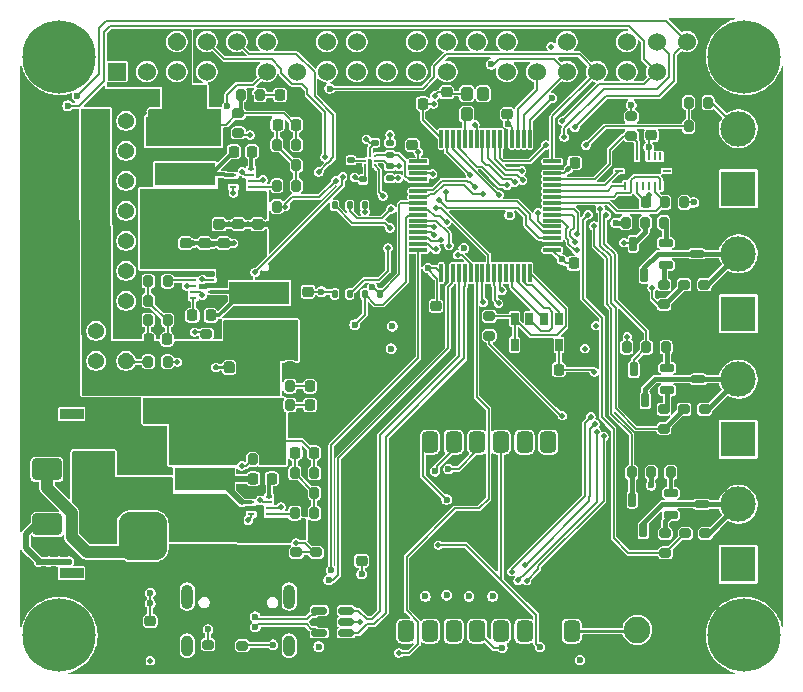
<source format=gbr>
%TF.GenerationSoftware,KiCad,Pcbnew,9.0.2+dfsg-1*%
%TF.CreationDate,2025-11-29T03:23:50-08:00*%
%TF.ProjectId,rc-plane,72632d70-6c61-46e6-952e-6b696361645f,rev?*%
%TF.SameCoordinates,Original*%
%TF.FileFunction,Copper,L4,Bot*%
%TF.FilePolarity,Positive*%
%FSLAX46Y46*%
G04 Gerber Fmt 4.6, Leading zero omitted, Abs format (unit mm)*
G04 Created by KiCad (PCBNEW 9.0.2+dfsg-1) date 2025-11-29 03:23:50*
%MOMM*%
%LPD*%
G01*
G04 APERTURE LIST*
G04 Aperture macros list*
%AMRoundRect*
0 Rectangle with rounded corners*
0 $1 Rounding radius*
0 $2 $3 $4 $5 $6 $7 $8 $9 X,Y pos of 4 corners*
0 Add a 4 corners polygon primitive as box body*
4,1,4,$2,$3,$4,$5,$6,$7,$8,$9,$2,$3,0*
0 Add four circle primitives for the rounded corners*
1,1,$1+$1,$2,$3*
1,1,$1+$1,$4,$5*
1,1,$1+$1,$6,$7*
1,1,$1+$1,$8,$9*
0 Add four rect primitives between the rounded corners*
20,1,$1+$1,$2,$3,$4,$5,0*
20,1,$1+$1,$4,$5,$6,$7,0*
20,1,$1+$1,$6,$7,$8,$9,0*
20,1,$1+$1,$8,$9,$2,$3,0*%
G04 Aperture macros list end*
%TA.AperFunction,SMDPad,CuDef*%
%ADD10R,0.609600X0.279400*%
%TD*%
%TA.AperFunction,ComponentPad*%
%ADD11R,1.370000X1.370000*%
%TD*%
%TA.AperFunction,ComponentPad*%
%ADD12C,1.370000*%
%TD*%
%TA.AperFunction,ComponentPad*%
%ADD13R,1.524000X1.524000*%
%TD*%
%TA.AperFunction,ComponentPad*%
%ADD14C,1.524000*%
%TD*%
%TA.AperFunction,ComponentPad*%
%ADD15C,6.200000*%
%TD*%
%TA.AperFunction,ComponentPad*%
%ADD16R,3.000000X3.000000*%
%TD*%
%TA.AperFunction,ComponentPad*%
%ADD17C,3.000000*%
%TD*%
%TA.AperFunction,ComponentPad*%
%ADD18C,2.250000*%
%TD*%
%TA.AperFunction,HeatsinkPad*%
%ADD19O,1.000000X2.100000*%
%TD*%
%TA.AperFunction,HeatsinkPad*%
%ADD20O,1.000000X1.800000*%
%TD*%
%TA.AperFunction,ComponentPad*%
%ADD21R,2.000000X0.900000*%
%TD*%
%TA.AperFunction,ComponentPad*%
%ADD22RoundRect,1.025000X1.025000X-1.025000X1.025000X1.025000X-1.025000X1.025000X-1.025000X-1.025000X0*%
%TD*%
%TA.AperFunction,ComponentPad*%
%ADD23C,4.100000*%
%TD*%
%TA.AperFunction,SMDPad,CuDef*%
%ADD24RoundRect,0.200000X-0.200000X-0.275000X0.200000X-0.275000X0.200000X0.275000X-0.200000X0.275000X0*%
%TD*%
%TA.AperFunction,SMDPad,CuDef*%
%ADD25RoundRect,0.162500X0.162500X-0.447500X0.162500X0.447500X-0.162500X0.447500X-0.162500X-0.447500X0*%
%TD*%
%TA.AperFunction,SMDPad,CuDef*%
%ADD26RoundRect,0.225000X0.250000X-0.225000X0.250000X0.225000X-0.250000X0.225000X-0.250000X-0.225000X0*%
%TD*%
%TA.AperFunction,SMDPad,CuDef*%
%ADD27RoundRect,0.200000X0.275000X-0.200000X0.275000X0.200000X-0.275000X0.200000X-0.275000X-0.200000X0*%
%TD*%
%TA.AperFunction,SMDPad,CuDef*%
%ADD28RoundRect,0.225000X-0.225000X-0.250000X0.225000X-0.250000X0.225000X0.250000X-0.225000X0.250000X0*%
%TD*%
%TA.AperFunction,SMDPad,CuDef*%
%ADD29C,0.228600*%
%TD*%
%TA.AperFunction,SMDPad,CuDef*%
%ADD30RoundRect,0.225000X0.225000X0.250000X-0.225000X0.250000X-0.225000X-0.250000X0.225000X-0.250000X0*%
%TD*%
%TA.AperFunction,SMDPad,CuDef*%
%ADD31RoundRect,0.218750X0.218750X0.256250X-0.218750X0.256250X-0.218750X-0.256250X0.218750X-0.256250X0*%
%TD*%
%TA.AperFunction,SMDPad,CuDef*%
%ADD32RoundRect,0.200000X-0.275000X0.200000X-0.275000X-0.200000X0.275000X-0.200000X0.275000X0.200000X0*%
%TD*%
%TA.AperFunction,SMDPad,CuDef*%
%ADD33RoundRect,0.200000X0.200000X0.275000X-0.200000X0.275000X-0.200000X-0.275000X0.200000X-0.275000X0*%
%TD*%
%TA.AperFunction,SMDPad,CuDef*%
%ADD34RoundRect,0.225000X-0.250000X0.225000X-0.250000X-0.225000X0.250000X-0.225000X0.250000X0.225000X0*%
%TD*%
%TA.AperFunction,SMDPad,CuDef*%
%ADD35RoundRect,0.162500X-0.447500X-0.162500X0.447500X-0.162500X0.447500X0.162500X-0.447500X0.162500X0*%
%TD*%
%TA.AperFunction,SMDPad,CuDef*%
%ADD36RoundRect,0.140000X-0.170000X0.140000X-0.170000X-0.140000X0.170000X-0.140000X0.170000X0.140000X0*%
%TD*%
%TA.AperFunction,SMDPad,CuDef*%
%ADD37RoundRect,0.075000X-0.075000X0.700000X-0.075000X-0.700000X0.075000X-0.700000X0.075000X0.700000X0*%
%TD*%
%TA.AperFunction,SMDPad,CuDef*%
%ADD38RoundRect,0.075000X-0.700000X0.075000X-0.700000X-0.075000X0.700000X-0.075000X0.700000X0.075000X0*%
%TD*%
%TA.AperFunction,SMDPad,CuDef*%
%ADD39RoundRect,0.060000X0.240000X-0.490000X0.240000X0.490000X-0.240000X0.490000X-0.240000X-0.490000X0*%
%TD*%
%TA.AperFunction,SMDPad,CuDef*%
%ADD40RoundRect,0.350000X-0.350000X0.550000X-0.350000X-0.550000X0.350000X-0.550000X0.350000X0.550000X0*%
%TD*%
%TA.AperFunction,SMDPad,CuDef*%
%ADD41RoundRect,0.250000X1.000000X0.650000X-1.000000X0.650000X-1.000000X-0.650000X1.000000X-0.650000X0*%
%TD*%
%TA.AperFunction,SMDPad,CuDef*%
%ADD42RoundRect,0.135000X0.185000X-0.135000X0.185000X0.135000X-0.185000X0.135000X-0.185000X-0.135000X0*%
%TD*%
%TA.AperFunction,SMDPad,CuDef*%
%ADD43R,0.250000X0.675000*%
%TD*%
%TA.AperFunction,SMDPad,CuDef*%
%ADD44R,0.675000X0.250000*%
%TD*%
%TA.AperFunction,SMDPad,CuDef*%
%ADD45R,5.100000X1.900000*%
%TD*%
%TA.AperFunction,SMDPad,CuDef*%
%ADD46RoundRect,0.125000X-0.125000X0.200000X-0.125000X-0.200000X0.125000X-0.200000X0.125000X0.200000X0*%
%TD*%
%TA.AperFunction,HeatsinkPad*%
%ADD47R,4.300000X3.400000*%
%TD*%
%TA.AperFunction,SMDPad,CuDef*%
%ADD48RoundRect,0.150000X-0.512500X-0.150000X0.512500X-0.150000X0.512500X0.150000X-0.512500X0.150000X0*%
%TD*%
%TA.AperFunction,SMDPad,CuDef*%
%ADD49RoundRect,0.140000X0.170000X-0.140000X0.170000X0.140000X-0.170000X0.140000X-0.170000X-0.140000X0*%
%TD*%
%TA.AperFunction,SMDPad,CuDef*%
%ADD50RoundRect,0.250000X-0.250000X0.325000X-0.250000X-0.325000X0.250000X-0.325000X0.250000X0.325000X0*%
%TD*%
%TA.AperFunction,SMDPad,CuDef*%
%ADD51RoundRect,0.135000X-0.185000X0.135000X-0.185000X-0.135000X0.185000X-0.135000X0.185000X0.135000X0*%
%TD*%
%TA.AperFunction,ViaPad*%
%ADD52C,0.600000*%
%TD*%
%TA.AperFunction,ViaPad*%
%ADD53C,0.500000*%
%TD*%
%TA.AperFunction,Conductor*%
%ADD54C,0.150000*%
%TD*%
%TA.AperFunction,Conductor*%
%ADD55C,0.200000*%
%TD*%
%TA.AperFunction,Conductor*%
%ADD56C,0.400000*%
%TD*%
%TA.AperFunction,Conductor*%
%ADD57C,0.300000*%
%TD*%
%TA.AperFunction,Conductor*%
%ADD58C,0.500000*%
%TD*%
%TA.AperFunction,Conductor*%
%ADD59C,1.000000*%
%TD*%
%TA.AperFunction,Conductor*%
%ADD60C,0.250000*%
%TD*%
G04 APERTURE END LIST*
D10*
%TO.P,U13,1,PG*%
%TO.N,Net-(U13-PG)*%
X97760895Y-91250000D03*
%TO.P,U13,2,VIN*%
%TO.N,VCC*%
X97760895Y-90749999D03*
%TO.P,U13,3,SW*%
%TO.N,Net-(U13-SW)*%
X97760895Y-90249999D03*
%TO.P,U13,4,GND*%
%TO.N,GND*%
X97760895Y-89749998D03*
%TO.P,U13,5,BST*%
%TO.N,Net-(U13-BST)*%
X99259495Y-89749998D03*
%TO.P,U13,6,EN*%
%TO.N,/Buck2/EN*%
X99259495Y-90249999D03*
%TO.P,U13,7,SS*%
%TO.N,Net-(U13-SS)*%
X99259495Y-90749999D03*
%TO.P,U13,8,FB*%
%TO.N,Net-(U13-FB)*%
X99259495Y-91250000D03*
%TD*%
%TO.P,U12,1,PG*%
%TO.N,Net-(U12-PG)*%
X94361100Y-71412500D03*
%TO.P,U12,2,VIN*%
%TO.N,BATTERY*%
X94361100Y-71912501D03*
%TO.P,U12,3,SW*%
%TO.N,Net-(U12-SW)*%
X94361100Y-72412501D03*
%TO.P,U12,4,GND*%
%TO.N,GND*%
X94361100Y-72912502D03*
%TO.P,U12,5,BST*%
%TO.N,Net-(U12-BST)*%
X92862500Y-72912502D03*
%TO.P,U12,6,EN*%
%TO.N,EN_SERVO*%
X92862500Y-72412501D03*
%TO.P,U12,7,SS*%
%TO.N,Net-(U12-SS)*%
X92862500Y-71912501D03*
%TO.P,U12,8,FB*%
%TO.N,Net-(U12-FB)*%
X92862500Y-71412500D03*
%TD*%
%TO.P,U5,1,PG*%
%TO.N,Net-(U5-PG)*%
X96238900Y-63537500D03*
%TO.P,U5,2,VIN*%
%TO.N,BATTERY*%
X96238900Y-63037499D03*
%TO.P,U5,3,SW*%
%TO.N,Net-(U5-SW)*%
X96238900Y-62537499D03*
%TO.P,U5,4,GND*%
%TO.N,GND*%
X96238900Y-62037498D03*
%TO.P,U5,5,BST*%
%TO.N,Net-(U5-BST)*%
X97737500Y-62037498D03*
%TO.P,U5,6,EN*%
%TO.N,EN_PI*%
X97737500Y-62537499D03*
%TO.P,U5,7,SS*%
%TO.N,Net-(U5-SS)*%
X97737500Y-63037499D03*
%TO.P,U5,8,FB*%
%TO.N,Net-(U5-FB)*%
X97737500Y-63537500D03*
%TD*%
D11*
%TO.P,J9,01,01*%
%TO.N,GND*%
X82070000Y-57940000D03*
D12*
%TO.P,J9,02,02*%
%TO.N,+5V_SERVO*%
X84610000Y-57940000D03*
%TO.P,J9,03,03*%
%TO.N,ELEV_PWM1*%
X87150000Y-57940000D03*
%TO.P,J9,04,04*%
%TO.N,GND*%
X82070000Y-60480000D03*
%TO.P,J9,05,05*%
%TO.N,+5V_SERVO*%
X84610000Y-60480000D03*
%TO.P,J9,06,06*%
%TO.N,RUDD_PWM2*%
X87150000Y-60480000D03*
%TO.P,J9,07,07*%
%TO.N,GND*%
X82070000Y-63020000D03*
%TO.P,J9,08,08*%
%TO.N,+5V_SERVO*%
X84610000Y-63020000D03*
%TO.P,J9,09,09*%
%TO.N,AIL_L_PWM3*%
X87150000Y-63020000D03*
%TO.P,J9,10,10*%
%TO.N,GND*%
X82070000Y-65560000D03*
%TO.P,J9,11,11*%
%TO.N,+5V_SERVO*%
X84610000Y-65560000D03*
%TO.P,J9,12,12*%
%TO.N,AIL_R_PWM4*%
X87150000Y-65560000D03*
%TO.P,J9,13,13*%
%TO.N,GND*%
X82070000Y-68100000D03*
%TO.P,J9,14,14*%
%TO.N,+5V_SERVO*%
X84610000Y-68100000D03*
%TO.P,J9,15,15*%
%TO.N,FLAP_L_PWM5*%
X87150000Y-68100000D03*
%TO.P,J9,16,16*%
%TO.N,GND*%
X82070000Y-70640000D03*
%TO.P,J9,17,17*%
%TO.N,+5V_SERVO*%
X84610000Y-70640000D03*
%TO.P,J9,18,18*%
%TO.N,FLAP_R_PWM6*%
X87150000Y-70640000D03*
%TO.P,J9,19,19*%
%TO.N,GND*%
X82070000Y-73180000D03*
%TO.P,J9,20,20*%
%TO.N,+5V_SERVO*%
X84610000Y-73180000D03*
%TO.P,J9,21,21*%
%TO.N,ESC_PWM0*%
X87150000Y-73180000D03*
%TO.P,J9,22,22*%
%TO.N,GND*%
X82070000Y-75720000D03*
%TO.P,J9,23,23*%
%TO.N,+3.3V*%
X84610000Y-75720000D03*
%TO.P,J9,24,24*%
%TO.N,GND*%
X87150000Y-75720000D03*
%TO.P,J9,25,25*%
X82070000Y-78260000D03*
%TO.P,J9,26,26*%
%TO.N,+3.3V*%
X84610000Y-78260000D03*
%TO.P,J9,27,27*%
%TO.N,GND*%
X87150000Y-78260000D03*
%TD*%
D13*
%TO.P,U10,1,3V3*%
%TO.N,3V3_1*%
X86370000Y-53770000D03*
D14*
%TO.P,U10,2,5V*%
%TO.N,+5V*%
X86370000Y-51230000D03*
%TO.P,U10,3,GPIO2/SDA1*%
%TO.N,unconnected-(U10-GPIO2{slash}SDA1-Pad3)*%
X88910000Y-53770000D03*
%TO.P,U10,4,5V*%
%TO.N,+5V*%
X88910000Y-51230000D03*
%TO.P,U10,5,GPIO3/SCL1*%
%TO.N,unconnected-(U10-GPIO3{slash}SCL1-Pad5)*%
X91450000Y-53770000D03*
%TO.P,U10,6,GND*%
%TO.N,GND*%
X91450000Y-51230000D03*
%TO.P,U10,7,GPIO4/GPIO_GCKL*%
%TO.N,unconnected-(U10-GPIO4{slash}GPIO_GCKL-Pad7)*%
X93990000Y-53770000D03*
%TO.P,U10,8,GPIO14/TXD0*%
%TO.N,PI_UART_RX*%
X93990000Y-51230000D03*
%TO.P,U10,9,GND*%
%TO.N,GND*%
X96530000Y-53770000D03*
%TO.P,U10,10,GPIO15/RXD0*%
%TO.N,PI_UART_TX*%
X96530000Y-51230000D03*
%TO.P,U10,11,GPIO17/GPIO_GEN0*%
%TO.N,Net-(U10-GPIO17{slash}GPIO_GEN0)*%
X99070000Y-53770000D03*
%TO.P,U10,12,GPIO18/GPIO_GEN1*%
%TO.N,unconnected-(U10-GPIO18{slash}GPIO_GEN1-Pad12)*%
X99070000Y-51230000D03*
%TO.P,U10,13,GPIO27/GPIO_GEN2*%
%TO.N,unconnected-(U10-GPIO27{slash}GPIO_GEN2-Pad13)*%
X101610000Y-53770000D03*
%TO.P,U10,14,GND*%
%TO.N,GND*%
X101610000Y-51230000D03*
%TO.P,U10,15,GPIO22/GPIO_GEN3*%
%TO.N,unconnected-(U10-GPIO22{slash}GPIO_GEN3-Pad15)*%
X104150000Y-53770000D03*
%TO.P,U10,16,GPIO23/GPIO_GEN4*%
%TO.N,unconnected-(U10-GPIO23{slash}GPIO_GEN4-Pad16)*%
X104150000Y-51230000D03*
%TO.P,U10,17,3V3*%
%TO.N,3V3*%
X106690000Y-53770000D03*
%TO.P,U10,18,GPIO24/GPIO_GEN5*%
%TO.N,unconnected-(U10-GPIO24{slash}GPIO_GEN5-Pad18)*%
X106690000Y-51230000D03*
%TO.P,U10,19,GPIO10/SPI_MOSI*%
%TO.N,unconnected-(U10-GPIO10{slash}SPI_MOSI-Pad19)*%
X109230000Y-53770000D03*
%TO.P,U10,20,GND*%
%TO.N,GND*%
X109230000Y-51230000D03*
%TO.P,U10,21,GPIO9/SPI_MISO*%
%TO.N,unconnected-(U10-GPIO9{slash}SPI_MISO-Pad21)*%
X111770000Y-53770000D03*
%TO.P,U10,22,GPIO25/GPIO_GEN6*%
%TO.N,unconnected-(U10-GPIO25{slash}GPIO_GEN6-Pad22)*%
X111770000Y-51230000D03*
%TO.P,U10,23,GPIO11/SPI_SCLK*%
%TO.N,unconnected-(U10-GPIO11{slash}SPI_SCLK-Pad23)*%
X114310000Y-53770000D03*
%TO.P,U10,24,GPIO8/~{SPI_CE0}*%
%TO.N,unconnected-(U10-GPIO8{slash}~{SPI_CE0}-Pad24)*%
X114310000Y-51230000D03*
%TO.P,U10,25,GND*%
%TO.N,GND*%
X116850000Y-53770000D03*
%TO.P,U10,26,GPIO7/~{SPI_CE1}*%
%TO.N,unconnected-(U10-GPIO7{slash}~{SPI_CE1}-Pad26)*%
X116850000Y-51230000D03*
%TO.P,U10,27,ID_SD*%
%TO.N,unconnected-(U10-ID_SD-Pad27)*%
X119390000Y-53770000D03*
%TO.P,U10,28,ID_SC*%
%TO.N,unconnected-(U10-ID_SC-Pad28)*%
X119390000Y-51230000D03*
%TO.P,U10,29,GPIO5*%
%TO.N,ELEV_PWM1*%
X121930000Y-53770000D03*
%TO.P,U10,30,GND*%
%TO.N,GND*%
X121930000Y-51230000D03*
%TO.P,U10,31,GPIO6*%
%TO.N,RUDD_PWM2*%
X124470000Y-53770000D03*
%TO.P,U10,32,GPIO12*%
%TO.N,AIL_L_PWM3*%
X124470000Y-51230000D03*
%TO.P,U10,33,GPIO13*%
%TO.N,AIL_R_PWM4*%
X127010000Y-53770000D03*
%TO.P,U10,34,GND*%
%TO.N,GND*%
X127010000Y-51230000D03*
%TO.P,U10,35,GPIO19*%
%TO.N,unconnected-(U10-GPIO19-Pad35)*%
X129550000Y-53770000D03*
%TO.P,U10,36,GPIO16*%
%TO.N,unconnected-(U10-GPIO16-Pad36)*%
X129550000Y-51230000D03*
%TO.P,U10,37,GPIO26*%
%TO.N,ESC_PWM0*%
X132090000Y-53770000D03*
%TO.P,U10,38,GPIO20*%
%TO.N,FLAP_L_PWM5*%
X132090000Y-51230000D03*
%TO.P,U10,39,GND*%
%TO.N,GND*%
X134630000Y-53770000D03*
%TO.P,U10,40,GPIO21*%
%TO.N,FLAP_R_PWM6*%
X134630000Y-51230000D03*
D15*
%TO.P,U10,S1,SHIELD*%
%TO.N,SHIELD_1*%
X81500000Y-52500000D03*
%TO.P,U10,S2,SHIELD*%
%TO.N,SHIELD_3*%
X139500000Y-52500000D03*
%TO.P,U10,S3,SHIELD*%
%TO.N,SHIELD*%
X139500000Y-101500000D03*
%TO.P,U10,S4,SHIELD*%
%TO.N,SHIELD_2*%
X81500000Y-101500000D03*
%TD*%
D16*
%TO.P,J6,1,Pin_1*%
%TO.N,ARM_POWER*%
X139000000Y-84890000D03*
D17*
%TO.P,J6,2,Pin_2*%
%TO.N,Net-(J6-Pin_2)*%
X139000000Y-79810000D03*
%TD*%
D16*
%TO.P,J4,1,Pin_1*%
%TO.N,ARM_POWER*%
X139000000Y-95490000D03*
D17*
%TO.P,J4,2,Pin_2*%
%TO.N,Net-(J4-Pin_2)*%
X139000000Y-90410000D03*
%TD*%
D16*
%TO.P,J2,1,Pin_1*%
%TO.N,BATTERY*%
X139000000Y-63690000D03*
D17*
%TO.P,J2,2,Pin_2*%
%TO.N,ARM_POWER*%
X139000000Y-58610000D03*
%TD*%
D16*
%TO.P,J8,1,Pin_1*%
%TO.N,ARM_POWER*%
X139000000Y-74280000D03*
D17*
%TO.P,J8,2,Pin_2*%
%TO.N,Net-(J8-Pin_2)*%
X139000000Y-69200000D03*
%TD*%
D18*
%TO.P,J3,1,In*%
%TO.N,Net-(J3-In)*%
X130440000Y-101040000D03*
%TO.P,J3,2,Ext*%
%TO.N,GND*%
X132980000Y-103580000D03*
X132980000Y-98500000D03*
X127900000Y-103580000D03*
X127900000Y-98500000D03*
%TD*%
D19*
%TO.P,J7,S1*%
%TO.N,N/C*%
X92330000Y-98210000D03*
D20*
X92330000Y-102390000D03*
D19*
X100970000Y-98210000D03*
D20*
X100970000Y-102390000D03*
%TD*%
D21*
%TO.P,J1,*%
%TO.N,*%
X82550000Y-96250000D03*
X82550000Y-82750000D03*
D22*
%TO.P,J1,1,Pin_1*%
%TO.N,BATTERY*%
X88550000Y-93100000D03*
D23*
%TO.P,J1,2,Pin_2*%
%TO.N,GND*%
X88550000Y-85900000D03*
%TD*%
D24*
%TO.P,R37,1*%
%TO.N,Net-(Q7-S)*%
X132675000Y-66550000D03*
%TO.P,R37,2*%
%TO.N,GND*%
X134325000Y-66550000D03*
%TD*%
D25*
%TO.P,Q1,1,G*%
%TO.N,Net-(J4-Pin_2)*%
X130950000Y-92620000D03*
%TO.P,Q1,2,S*%
%TO.N,GND*%
X129050000Y-92620000D03*
%TO.P,Q1,3,D*%
%TO.N,DROGUE_CONT*%
X130000000Y-90000000D03*
%TD*%
D26*
%TO.P,C28,1*%
%TO.N,GND*%
X95025000Y-66700000D03*
%TO.P,C28,2*%
%TO.N,BATTERY*%
X95025000Y-65150000D03*
%TD*%
D27*
%TO.P,R15,1*%
%TO.N,RECOVERY*%
X132700000Y-84000000D03*
%TO.P,R15,2*%
%TO.N,Net-(Q4-G)*%
X132700000Y-82350000D03*
%TD*%
D28*
%TO.P,C48,1*%
%TO.N,+5V_SERVO*%
X89075000Y-76425000D03*
%TO.P,C48,2*%
%TO.N,/Buck/FB*%
X90625000Y-76425000D03*
%TD*%
D29*
%TO.P,U8,A1,INT*%
%TO.N,MAG_INT*%
X108200050Y-61700050D03*
%TO.P,U8,A2,SDA*%
%TO.N,MAG_SDA*%
X108200050Y-61300000D03*
%TO.P,U8,A3,SCK*%
%TO.N,MAG_SCL*%
X108200050Y-60899950D03*
%TO.P,U8,B1,GND*%
%TO.N,GND*%
X107800000Y-61700050D03*
%TO.P,U8,B2,ADSEL*%
X107800000Y-61300000D03*
%TO.P,U8,B3,VDDIO*%
%TO.N,+3.3V*%
X107800000Y-60899950D03*
%TO.P,U8,C1,VDD*%
X107399950Y-61700050D03*
%TO.P,U8,C2,CRST*%
%TO.N,Net-(U8-CRST)*%
X107399950Y-61300000D03*
%TO.P,U8,C3,BYPASS*%
%TO.N,GND*%
X107399950Y-60899950D03*
%TD*%
D28*
%TO.P,C36,1*%
%TO.N,Net-(U5-SW)*%
X96275000Y-60537500D03*
%TO.P,C36,2*%
%TO.N,Net-(U5-BST)*%
X97825000Y-60537500D03*
%TD*%
D30*
%TO.P,C55,1*%
%TO.N,+3.3V*%
X103046995Y-86050000D03*
%TO.P,C55,2*%
%TO.N,/Buck2/FB*%
X101496995Y-86050000D03*
%TD*%
D24*
%TO.P,R61,1*%
%TO.N,/Buck2/FB*%
X101446995Y-87760000D03*
%TO.P,R61,2*%
%TO.N,+3.3V*%
X103096995Y-87760000D03*
%TD*%
D31*
%TO.P,D12,1,K*%
%TO.N,GND*%
X104312500Y-80400000D03*
%TO.P,D12,2,A*%
%TO.N,Net-(D12-A)*%
X102737500Y-80400000D03*
%TD*%
D24*
%TO.P,R57,1*%
%TO.N,+3.3V*%
X99375000Y-82000000D03*
%TO.P,R57,2*%
%TO.N,Net-(D13-A)*%
X101025000Y-82000000D03*
%TD*%
D32*
%TO.P,R38,1*%
%TO.N,Net-(Q7-G)*%
X132700000Y-71825000D03*
%TO.P,R38,2*%
%TO.N,BACKUP*%
X132700000Y-73475000D03*
%TD*%
%TO.P,R5,1*%
%TO.N,Net-(J4-Pin_2)*%
X136200000Y-92875000D03*
%TO.P,R5,2*%
%TO.N,GND*%
X136200000Y-94525000D03*
%TD*%
D33*
%TO.P,R1,1*%
%TO.N,ARM_POWER*%
X136425000Y-56400000D03*
%TO.P,R1,2*%
%TO.N,ARM_CONT*%
X134775000Y-56400000D03*
%TD*%
D24*
%TO.P,R34,1*%
%TO.N,Net-(Q4-S)*%
X132875000Y-77100000D03*
%TO.P,R34,2*%
%TO.N,GND*%
X134525000Y-77100000D03*
%TD*%
D30*
%TO.P,C44,1*%
%TO.N,Net-(U12-SW)*%
X94325000Y-74412500D03*
%TO.P,C44,2*%
%TO.N,Net-(U12-BST)*%
X92775000Y-74412500D03*
%TD*%
D24*
%TO.P,R3,1*%
%TO.N,ARM_CONT*%
X134775000Y-58400000D03*
%TO.P,R3,2*%
%TO.N,GND*%
X136425000Y-58400000D03*
%TD*%
%TO.P,R50,1*%
%TO.N,/Buck/FB*%
X89025000Y-73150000D03*
%TO.P,R50,2*%
%TO.N,GND*%
X90675000Y-73150000D03*
%TD*%
D34*
%TO.P,C33,1*%
%TO.N,+3.3V*%
X113400000Y-73625000D03*
%TO.P,C33,2*%
%TO.N,GND*%
X113400000Y-75175000D03*
%TD*%
D32*
%TO.P,R18,1*%
%TO.N,Net-(J6-Pin_2)*%
X136150000Y-82350000D03*
%TO.P,R18,2*%
%TO.N,GND*%
X136150000Y-84000000D03*
%TD*%
D35*
%TO.P,Q7,1,G*%
%TO.N,Net-(Q7-G)*%
X132840000Y-70150000D03*
%TO.P,Q7,2,S*%
%TO.N,Net-(Q7-S)*%
X132840000Y-68250000D03*
%TO.P,Q7,3,D*%
%TO.N,Net-(J8-Pin_2)*%
X135460000Y-69200000D03*
%TD*%
D30*
%TO.P,C32,1*%
%TO.N,+3.3V*%
X131175000Y-64850000D03*
%TO.P,C32,2*%
%TO.N,GND*%
X129625000Y-64850000D03*
%TD*%
D24*
%TO.P,R46,1*%
%TO.N,Net-(U5-FB)*%
X99925000Y-63437500D03*
%TO.P,R46,2*%
%TO.N,/Buck1/FB*%
X101575000Y-63437500D03*
%TD*%
D36*
%TO.P,C30,1*%
%TO.N,+3.3V*%
X107200000Y-62900000D03*
%TO.P,C30,2*%
%TO.N,GND*%
X107200000Y-63860000D03*
%TD*%
D34*
%TO.P,C1,1*%
%TO.N,+3.3V*%
X114300000Y-55525000D03*
%TO.P,C1,2*%
%TO.N,GND*%
X114300000Y-57075000D03*
%TD*%
D24*
%TO.P,R35,1*%
%TO.N,+3.3V*%
X129475000Y-66550000D03*
%TO.P,R35,2*%
%TO.N,BACKUP_CONT*%
X131125000Y-66550000D03*
%TD*%
D26*
%TO.P,C50,1*%
%TO.N,GND*%
X98871995Y-94425000D03*
%TO.P,C50,2*%
%TO.N,VCC*%
X98871995Y-92875000D03*
%TD*%
D37*
%TO.P,U11,1,VBAT*%
%TO.N,+3.3V*%
X113825000Y-59450000D03*
%TO.P,U11,2,PC13*%
%TO.N,BACKUP_CONT*%
X114325000Y-59450000D03*
%TO.P,U11,3,PC14*%
%TO.N,BACKUP*%
X114825000Y-59450000D03*
%TO.P,U11,4,PC15*%
%TO.N,DROGUE_CONT*%
X115325000Y-59450000D03*
%TO.P,U11,5,PD0*%
%TO.N,HSE_IN*%
X115825000Y-59450000D03*
%TO.P,U11,6,PD1*%
%TO.N,unconnected-(U11-PD1-Pad6)*%
X116325000Y-59450000D03*
%TO.P,U11,7,~{RST}*%
%TO.N,NRST*%
X116825000Y-59450000D03*
%TO.P,U11,8,PC0*%
%TO.N,DROGUE*%
X117325000Y-59450000D03*
%TO.P,U11,9,PC1*%
%TO.N,RECOVERY_CONT*%
X117825000Y-59450000D03*
%TO.P,U11,10,PC2*%
%TO.N,RECOVERY*%
X118325000Y-59450000D03*
%TO.P,U11,11,PC3*%
%TO.N,ARM_CONT*%
X118825000Y-59450000D03*
%TO.P,U11,12,VSSA*%
%TO.N,GND*%
X119325000Y-59450000D03*
%TO.P,U11,13,VDDA*%
%TO.N,+3.3V*%
X119825000Y-59450000D03*
%TO.P,U11,14,PA0*%
%TO.N,ELEV_PWM1*%
X120325000Y-59450000D03*
%TO.P,U11,15,PA1*%
%TO.N,RUDD_PWM2*%
X120825000Y-59450000D03*
%TO.P,U11,16,PA2*%
%TO.N,AIL_L_PWM3*%
X121325000Y-59450000D03*
D38*
%TO.P,U11,17,PA3*%
%TO.N,AIL_R_PWM4*%
X123250000Y-61375000D03*
%TO.P,U11,18,VSS*%
%TO.N,GND*%
X123250000Y-61875000D03*
%TO.P,U11,19,VDD*%
%TO.N,+3.3V*%
X123250000Y-62375000D03*
%TO.P,U11,20,PA4*%
%TO.N,IMU_CS2*%
X123250000Y-62875000D03*
%TO.P,U11,21,PA5*%
%TO.N,IMU_SCK*%
X123250000Y-63375000D03*
%TO.P,U11,22,PA6*%
%TO.N,IMU_MOSI*%
X123250000Y-63875000D03*
%TO.P,U11,23,PA7*%
%TO.N,IMU_MISO*%
X123250000Y-64375000D03*
%TO.P,U11,24,PC4*%
%TO.N,IMU_CS1*%
X123250000Y-64875000D03*
%TO.P,U11,25,PC5*%
%TO.N,LED_STANDBY*%
X123250000Y-65375000D03*
%TO.P,U11,26,PB0*%
%TO.N,LED_ARMED*%
X123250000Y-65875000D03*
%TO.P,U11,27,PB1*%
%TO.N,LED_STORAGE*%
X123250000Y-66375000D03*
%TO.P,U11,28,PB2*%
%TO.N,LED_FLIGHT*%
X123250000Y-66875000D03*
%TO.P,U11,29,PB10*%
%TO.N,EN_SERVO*%
X123250000Y-67375000D03*
%TO.P,U11,30,PB11*%
%TO.N,EN_PI*%
X123250000Y-67875000D03*
%TO.P,U11,31,VSS*%
%TO.N,GND*%
X123250000Y-68375000D03*
%TO.P,U11,32,VDD*%
%TO.N,+3.3V*%
X123250000Y-68875000D03*
D37*
%TO.P,U11,33,PB12*%
%TO.N,ALT_CS*%
X121325000Y-70800000D03*
%TO.P,U11,34,PB13*%
%TO.N,ALT_SCK*%
X120825000Y-70800000D03*
%TO.P,U11,35,PB14*%
%TO.N,ALT_MISO*%
X120325000Y-70800000D03*
%TO.P,U11,36,PB15*%
%TO.N,ALT_MOSI*%
X119825000Y-70800000D03*
%TO.P,U11,37,PC6*%
%TO.N,BUZZER*%
X119325000Y-70800000D03*
%TO.P,U11,38,PC7*%
%TO.N,FLAP_L_PWM5*%
X118825000Y-70800000D03*
%TO.P,U11,39,PC8*%
%TO.N,FLAP_R_PWM6*%
X118325000Y-70800000D03*
%TO.P,U11,40,PC9*%
%TO.N,MAG_INT*%
X117825000Y-70800000D03*
%TO.P,U11,41,PA8*%
%TO.N,ESC_PWM0*%
X117325000Y-70800000D03*
%TO.P,U11,42,PA9*%
%TO.N,VBUS_SENS*%
X116825000Y-70800000D03*
%TO.P,U11,43,PA10*%
%TO.N,MEM_WP*%
X116325000Y-70800000D03*
%TO.P,U11,44,PA11*%
%TO.N,USB_D-*%
X115825000Y-70800000D03*
%TO.P,U11,45,PA12*%
%TO.N,USB_D+*%
X115325000Y-70800000D03*
%TO.P,U11,46,PA13*%
%TO.N,DEBUG_SWDIO*%
X114825000Y-70800000D03*
%TO.P,U11,47,VSS*%
%TO.N,GND*%
X114325000Y-70800000D03*
%TO.P,U11,48,VDD*%
%TO.N,+3.3V*%
X113825000Y-70800000D03*
D38*
%TO.P,U11,49,PA14*%
%TO.N,DEBUG_SWCLK*%
X111900000Y-68875000D03*
%TO.P,U11,50,PA15*%
%TO.N,MEM_HOLD*%
X111900000Y-68375000D03*
%TO.P,U11,51,PC10*%
%TO.N,PI_UART_TX*%
X111900000Y-67875000D03*
%TO.P,U11,52,PC11*%
%TO.N,PI_UART_RX*%
X111900000Y-67375000D03*
%TO.P,U11,53,PC12*%
%TO.N,MEM_CS*%
X111900000Y-66875000D03*
%TO.P,U11,54,PD2*%
%TO.N,RADIO_CS*%
X111900000Y-66375000D03*
%TO.P,U11,55,PB3*%
%TO.N,MEM_SCK*%
X111900000Y-65875000D03*
%TO.P,U11,56,PB4*%
%TO.N,MEM_MISO*%
X111900000Y-65375000D03*
%TO.P,U11,57,PB5*%
%TO.N,MEM_MOSI*%
X111900000Y-64875000D03*
%TO.P,U11,58,PB6*%
%TO.N,GPS_UART_TX*%
X111900000Y-64375000D03*
%TO.P,U11,59,PB7*%
%TO.N,GPS_UART_RX*%
X111900000Y-63875000D03*
%TO.P,U11,60,BOOT0*%
%TO.N,GND*%
X111900000Y-63375000D03*
%TO.P,U11,61,PB8*%
%TO.N,MAG_SCL*%
X111900000Y-62875000D03*
%TO.P,U11,62,PB9*%
%TO.N,MAG_SDA*%
X111900000Y-62375000D03*
%TO.P,U11,63,VSS*%
%TO.N,GND*%
X111900000Y-61875000D03*
%TO.P,U11,64,VDD*%
%TO.N,+3.3V*%
X111900000Y-61375000D03*
%TD*%
D33*
%TO.P,R51,1*%
%TO.N,/Buck/FB*%
X90675000Y-74800000D03*
%TO.P,R51,2*%
%TO.N,+5V_SERVO*%
X89025000Y-74800000D03*
%TD*%
D39*
%TO.P,U7,1,VDD*%
%TO.N,+3.3V*%
X123800000Y-76900000D03*
%TO.P,U7,2,PS*%
%TO.N,GND*%
X122550000Y-76900000D03*
%TO.P,U7,3,GND*%
X121300000Y-76900000D03*
%TO.P,U7,4,~{CS}*%
%TO.N,ALT_CS*%
X120050000Y-76900000D03*
%TO.P,U7,5,~{CS}*%
X120050000Y-74700000D03*
%TO.P,U7,6,SDO*%
%TO.N,ALT_MISO*%
X121300000Y-74700000D03*
%TO.P,U7,7,SDI*%
%TO.N,ALT_MOSI*%
X122550000Y-74700000D03*
%TO.P,U7,8,SCLK*%
%TO.N,ALT_SCK*%
X123800000Y-74700000D03*
%TD*%
D33*
%TO.P,R4,1*%
%TO.N,+3.3V*%
X131625000Y-87700000D03*
%TO.P,R4,2*%
%TO.N,DROGUE_CONT*%
X129975000Y-87700000D03*
%TD*%
D32*
%TO.P,R39,1*%
%TO.N,BACKUP*%
X134400000Y-71825000D03*
%TO.P,R39,2*%
%TO.N,GND*%
X134400000Y-73475000D03*
%TD*%
%TO.P,R40,1*%
%TO.N,ALT_CS*%
X117900000Y-74475000D03*
%TO.P,R40,2*%
%TO.N,+3.3V*%
X117900000Y-76125000D03*
%TD*%
D33*
%TO.P,R60,1*%
%TO.N,/Buck2/FB*%
X103096995Y-89450000D03*
%TO.P,R60,2*%
%TO.N,GND*%
X101446995Y-89450000D03*
%TD*%
D35*
%TO.P,Q2,1,G*%
%TO.N,Net-(Q2-G)*%
X133290000Y-91350000D03*
%TO.P,Q2,2,S*%
%TO.N,Net-(Q2-S)*%
X133290000Y-89450000D03*
%TO.P,Q2,3,D*%
%TO.N,Net-(J4-Pin_2)*%
X135910000Y-90400000D03*
%TD*%
D24*
%TO.P,R49,1*%
%TO.N,Net-(U13-FB)*%
X101446995Y-91150000D03*
%TO.P,R49,2*%
%TO.N,/Buck2/FB*%
X103096995Y-91150000D03*
%TD*%
D26*
%TO.P,C31,1*%
%TO.N,GND*%
X98300000Y-66700000D03*
%TO.P,C31,2*%
%TO.N,BATTERY*%
X98300000Y-65150000D03*
%TD*%
D40*
%TO.P,U2,1,GND*%
%TO.N,GND*%
X110890000Y-85140000D03*
%TO.P,U2,2,MISO*%
%TO.N,MEM_MISO*%
X112890000Y-85140000D03*
%TO.P,U2,3,MOSI*%
%TO.N,MEM_MOSI*%
X114890000Y-85140000D03*
%TO.P,U2,4,SCK*%
%TO.N,MEM_SCK*%
X116890000Y-85140000D03*
%TO.P,U2,5,~{CS}*%
%TO.N,RADIO_CS*%
X118890000Y-85140000D03*
%TO.P,U2,6,~{RST}*%
%TO.N,RADIO_nRST*%
X120890000Y-85140000D03*
%TO.P,U2,7,DIO5*%
%TO.N,unconnected-(U2-DIO5-Pad7)*%
X122890000Y-85140000D03*
%TO.P,U2,8,GND*%
%TO.N,GND*%
X124890000Y-85140000D03*
%TO.P,U2,9,ANT*%
%TO.N,Net-(J3-In)*%
X124890000Y-101140000D03*
%TO.P,U2,10,GND*%
%TO.N,GND*%
X122890000Y-101140000D03*
%TO.P,U2,11,DIO3*%
%TO.N,unconnected-(U2-DIO3-Pad11)*%
X120890000Y-101140000D03*
%TO.P,U2,12,DIO4*%
%TO.N,unconnected-(U2-DIO4-Pad12)*%
X118890000Y-101140000D03*
%TO.P,U2,13,3.3V*%
%TO.N,+3.3V*%
X116890000Y-101140000D03*
%TO.P,U2,14,DIO0*%
%TO.N,RADIO_DIO0*%
X114890000Y-101140000D03*
%TO.P,U2,15,DIO1*%
%TO.N,RADIO_DIO1*%
X112890000Y-101140000D03*
%TO.P,U2,16,DIO2*%
%TO.N,unconnected-(U2-DIO2-Pad16)*%
X110890000Y-101140000D03*
%TD*%
D34*
%TO.P,C15,1*%
%TO.N,VBUS*%
X89200000Y-100300000D03*
%TO.P,C15,2*%
%TO.N,GND*%
X89200000Y-101850000D03*
%TD*%
D33*
%TO.P,R32,1*%
%TO.N,/Buck1/FB*%
X101575000Y-61700000D03*
%TO.P,R32,2*%
%TO.N,GND*%
X99925000Y-61700000D03*
%TD*%
D41*
%TO.P,D5,1,K*%
%TO.N,VCC*%
X84450000Y-87450000D03*
%TO.P,D5,2,A*%
%TO.N,BATTERY*%
X80450000Y-87450000D03*
%TD*%
D26*
%TO.P,C29,1*%
%TO.N,+3.3V*%
X131625000Y-59165000D03*
%TO.P,C29,2*%
%TO.N,GND*%
X131625000Y-57615000D03*
%TD*%
D42*
%TO.P,R27,1*%
%TO.N,+3.3V*%
X109500000Y-62810000D03*
%TO.P,R27,2*%
%TO.N,MAG_SDA*%
X109500000Y-61790000D03*
%TD*%
D32*
%TO.P,R14,1*%
%TO.N,RECOVERY*%
X134400000Y-82350000D03*
%TO.P,R14,2*%
%TO.N,GND*%
X134400000Y-84000000D03*
%TD*%
D31*
%TO.P,D13,1,K*%
%TO.N,GND*%
X104312500Y-82000000D03*
%TO.P,D13,2,A*%
%TO.N,Net-(D13-A)*%
X102737500Y-82000000D03*
%TD*%
D43*
%TO.P,U6,1,INT2*%
%TO.N,IMU_INT2*%
X132400000Y-60937500D03*
%TO.P,U6,2*%
%TO.N,unconnected-(U6-Pad2)*%
X131900000Y-60937500D03*
%TO.P,U6,3,VDD*%
%TO.N,+3.3V*%
X131400000Y-60937500D03*
%TO.P,U6,4,VSSA*%
%TO.N,GND*%
X130900000Y-60937500D03*
%TO.P,U6,5,~{CS2}*%
%TO.N,IMU_CS2*%
X130400000Y-60937500D03*
%TO.P,U6,6,VSSIO*%
%TO.N,GND*%
X129900000Y-60937500D03*
%TO.P,U6,7,PS*%
X129400000Y-60937500D03*
D44*
%TO.P,U6,8,SCL/SCK*%
%TO.N,IMU_SCK*%
X128887500Y-62200000D03*
D43*
%TO.P,U6,9,SDA/SDI*%
%TO.N,IMU_MOSI*%
X129400000Y-63462500D03*
%TO.P,U6,10,SDO2*%
%TO.N,IMU_MISO*%
X129900000Y-63462500D03*
%TO.P,U6,11,VDDIO*%
%TO.N,+3.3V*%
X130400000Y-63462500D03*
%TO.P,U6,12,INT3*%
%TO.N,IMU_INT3*%
X130900000Y-63462500D03*
%TO.P,U6,13,INT4*%
%TO.N,IMU_INT4*%
X131400000Y-63462500D03*
%TO.P,U6,14,~{CS1}*%
%TO.N,IMU_CS1*%
X131900000Y-63462500D03*
%TO.P,U6,15,SDO1*%
%TO.N,IMU_MISO*%
X132400000Y-63462500D03*
D44*
%TO.P,U6,16,INT1*%
%TO.N,IMU_INT1*%
X132912500Y-62200000D03*
%TD*%
D32*
%TO.P,R52,1*%
%TO.N,Net-(U12-PG)*%
X93950000Y-75987499D03*
%TO.P,R52,2*%
%TO.N,+5V_SERVO*%
X93950000Y-77637499D03*
%TD*%
D30*
%TO.P,C38,1*%
%TO.N,GND*%
X94700000Y-56137500D03*
%TO.P,C38,2*%
%TO.N,+5V*%
X93150000Y-56137500D03*
%TD*%
D24*
%TO.P,R19,1*%
%TO.N,+3.3V*%
X129550000Y-77100000D03*
%TO.P,R19,2*%
%TO.N,RECOVERY_CONT*%
X131200000Y-77100000D03*
%TD*%
%TO.P,R41,1*%
%TO.N,IMU_CS1*%
X132775000Y-64850000D03*
%TO.P,R41,2*%
%TO.N,+3.3V*%
X134425000Y-64850000D03*
%TD*%
D45*
%TO.P,L2,1*%
%TO.N,Net-(U5-SW)*%
X92150000Y-62450000D03*
%TO.P,L2,2*%
%TO.N,+5V*%
X92150000Y-58250000D03*
%TD*%
D24*
%TO.P,R48,1*%
%TO.N,+5V*%
X96850000Y-55750000D03*
%TO.P,R48,2*%
%TO.N,Net-(D11-A)*%
X98500000Y-55750000D03*
%TD*%
D28*
%TO.P,C52,1*%
%TO.N,Net-(U13-SW)*%
X97925000Y-88250000D03*
%TO.P,C52,2*%
%TO.N,Net-(U13-BST)*%
X99475000Y-88250000D03*
%TD*%
D24*
%TO.P,R55,1*%
%TO.N,Net-(U13-PG)*%
X97875000Y-86600000D03*
%TO.P,R55,2*%
%TO.N,+3.3V*%
X99525000Y-86600000D03*
%TD*%
D26*
%TO.P,C6,1*%
%TO.N,+3.3V*%
X111400000Y-59975000D03*
%TO.P,C6,2*%
%TO.N,GND*%
X111400000Y-58425000D03*
%TD*%
D31*
%TO.P,D11,1,K*%
%TO.N,GND*%
X101787500Y-55750000D03*
%TO.P,D11,2,A*%
%TO.N,Net-(D11-A)*%
X100212500Y-55750000D03*
%TD*%
D35*
%TO.P,Q4,1,G*%
%TO.N,Net-(Q4-G)*%
X132980000Y-80750000D03*
%TO.P,Q4,2,S*%
%TO.N,Net-(Q4-S)*%
X132980000Y-78850000D03*
%TO.P,Q4,3,D*%
%TO.N,Net-(J6-Pin_2)*%
X135600000Y-79800000D03*
%TD*%
D46*
%TO.P,U46,1,~{CE}*%
%TO.N,MEM_CS*%
X104820000Y-65100000D03*
%TO.P,U46,2,SO*%
%TO.N,MEM_MISO*%
X106090000Y-65100000D03*
%TO.P,U46,3,~{WP}*%
%TO.N,MEM_WP*%
X107360000Y-65100000D03*
%TO.P,U46,4,VSS*%
%TO.N,GND*%
X108630000Y-65100000D03*
%TO.P,U46,5,SI*%
%TO.N,MEM_MOSI*%
X108630000Y-72600000D03*
%TO.P,U46,6,SCK*%
%TO.N,MEM_SCK*%
X107360000Y-72600000D03*
%TO.P,U46,7,~{HOLD}*%
%TO.N,MEM_HOLD*%
X106090000Y-72600000D03*
%TO.P,U46,8,VDD*%
%TO.N,+3.3V*%
X104820000Y-72600000D03*
D47*
%TO.P,U46,9,PAD*%
%TO.N,GND*%
X106725000Y-68850000D03*
%TD*%
D25*
%TO.P,Q5,1,G*%
%TO.N,Net-(J6-Pin_2)*%
X131100000Y-81600000D03*
%TO.P,Q5,2,S*%
%TO.N,GND*%
X129200000Y-81600000D03*
%TO.P,Q5,3,D*%
%TO.N,RECOVERY_CONT*%
X130150000Y-78980000D03*
%TD*%
D30*
%TO.P,C45,1*%
%TO.N,GND*%
X100999999Y-78812500D03*
%TO.P,C45,2*%
%TO.N,+5V_SERVO*%
X99449999Y-78812500D03*
%TD*%
D26*
%TO.P,C26,1*%
%TO.N,GND*%
X96650000Y-66687500D03*
%TO.P,C26,2*%
%TO.N,BATTERY*%
X96650000Y-65137500D03*
%TD*%
D48*
%TO.P,U9,1,I/O1*%
%TO.N,USB_CONN_D-*%
X103525000Y-101300000D03*
%TO.P,U9,2,GND*%
%TO.N,GND*%
X103525000Y-100350000D03*
%TO.P,U9,3,I/O2*%
%TO.N,USB_CONN_D+*%
X103525000Y-99400000D03*
%TO.P,U9,4,I/O2*%
%TO.N,USB_D+*%
X105800000Y-99400000D03*
%TO.P,U9,5,VBUS*%
%TO.N,VBUS*%
X105800000Y-100350000D03*
%TO.P,U9,6,I/O1*%
%TO.N,USB_D-*%
X105800000Y-101300000D03*
%TD*%
D41*
%TO.P,D4,1,K*%
%TO.N,VCC*%
X84500000Y-92100000D03*
%TO.P,D4,2,A*%
%TO.N,VBUS*%
X80500000Y-92100000D03*
%TD*%
D45*
%TO.P,L3,1*%
%TO.N,Net-(U12-SW)*%
X98450000Y-72500000D03*
%TO.P,L3,2*%
%TO.N,+5V_SERVO*%
X98450000Y-76700000D03*
%TD*%
D27*
%TO.P,R25,1*%
%TO.N,GND*%
X97000000Y-104025000D03*
%TO.P,R25,2*%
%TO.N,Net-(J7-CC2)*%
X97000000Y-102375000D03*
%TD*%
D32*
%TO.P,R36,1*%
%TO.N,Net-(J8-Pin_2)*%
X136100000Y-71825000D03*
%TO.P,R36,2*%
%TO.N,GND*%
X136100000Y-73475000D03*
%TD*%
%TO.P,R7,1*%
%TO.N,DROGUE*%
X134500000Y-92875000D03*
%TO.P,R7,2*%
%TO.N,GND*%
X134500000Y-94525000D03*
%TD*%
D33*
%TO.P,R53,1*%
%TO.N,Net-(U12-FB)*%
X90675000Y-71512500D03*
%TO.P,R53,2*%
%TO.N,/Buck/FB*%
X89025000Y-71512500D03*
%TD*%
D27*
%TO.P,R47,1*%
%TO.N,Net-(U5-PG)*%
X96650000Y-58962501D03*
%TO.P,R47,2*%
%TO.N,+5V*%
X96650000Y-57312501D03*
%TD*%
D49*
%TO.P,C27,1*%
%TO.N,+3.3V*%
X108200000Y-59800000D03*
%TO.P,C27,2*%
%TO.N,GND*%
X108200000Y-58840000D03*
%TD*%
D34*
%TO.P,C39,1*%
%TO.N,GND*%
X93800000Y-68287500D03*
%TO.P,C39,2*%
%TO.N,BATTERY*%
X93800000Y-69837500D03*
%TD*%
D30*
%TO.P,C5,1*%
%TO.N,+3.3V*%
X112275000Y-56500000D03*
%TO.P,C5,2*%
%TO.N,GND*%
X110725000Y-56500000D03*
%TD*%
D27*
%TO.P,R24,1*%
%TO.N,GND*%
X94100000Y-103925000D03*
%TO.P,R24,2*%
%TO.N,Net-(J7-CC1)*%
X94100000Y-102275000D03*
%TD*%
D50*
%TO.P,Y1,1,1*%
%TO.N,unconnected-(Y1-Pad1)*%
X117400000Y-55650000D03*
%TO.P,Y1,2,2*%
%TO.N,GND*%
X117400000Y-57400000D03*
%TO.P,Y1,3,3*%
%TO.N,HSE_IN*%
X116000000Y-57400000D03*
%TO.P,Y1,4,4*%
%TO.N,+3.3V*%
X116000000Y-55650000D03*
%TD*%
D45*
%TO.P,L4,1*%
%TO.N,Net-(U13-SW)*%
X93800000Y-88300000D03*
%TO.P,L4,2*%
%TO.N,+3.3V*%
X93800000Y-84100000D03*
%TD*%
D28*
%TO.P,C47,1*%
%TO.N,GND*%
X95900000Y-78812500D03*
%TO.P,C47,2*%
%TO.N,+5V_SERVO*%
X97450000Y-78812500D03*
%TD*%
D26*
%TO.P,C49,1*%
%TO.N,GND*%
X95600000Y-94425000D03*
%TO.P,C49,2*%
%TO.N,VCC*%
X95600000Y-92875000D03*
%TD*%
D28*
%TO.P,C34,1*%
%TO.N,+3.3V*%
X125050000Y-70000000D03*
%TO.P,C34,2*%
%TO.N,GND*%
X126600000Y-70000000D03*
%TD*%
D26*
%TO.P,C46,1*%
%TO.N,GND*%
X97250000Y-94425000D03*
%TO.P,C46,2*%
%TO.N,VCC*%
X97250000Y-92875000D03*
%TD*%
D28*
%TO.P,C53,1*%
%TO.N,GND*%
X87925000Y-82800000D03*
%TO.P,C53,2*%
%TO.N,+3.3V*%
X89475000Y-82800000D03*
%TD*%
D32*
%TO.P,R58,1*%
%TO.N,VCC*%
X101571995Y-92825000D03*
%TO.P,R58,2*%
%TO.N,/Buck2/EN*%
X101571995Y-94475000D03*
%TD*%
D24*
%TO.P,R31,1*%
%TO.N,EN_PI*%
X99925000Y-65200000D03*
%TO.P,R31,2*%
%TO.N,GND*%
X101575000Y-65200000D03*
%TD*%
D30*
%TO.P,C25,1*%
%TO.N,+3.3V*%
X123775000Y-79000000D03*
%TO.P,C25,2*%
%TO.N,GND*%
X122225000Y-79000000D03*
%TD*%
D27*
%TO.P,R59,1*%
%TO.N,/Buck2/EN*%
X103271995Y-94475000D03*
%TO.P,R59,2*%
%TO.N,GND*%
X103271995Y-92825000D03*
%TD*%
D26*
%TO.P,C14,1*%
%TO.N,+3.3V*%
X102550000Y-72400000D03*
%TO.P,C14,2*%
%TO.N,GND*%
X102550000Y-70850000D03*
%TD*%
D34*
%TO.P,C40,1*%
%TO.N,GND*%
X95412500Y-68287500D03*
%TO.P,C40,2*%
%TO.N,BATTERY*%
X95412500Y-69837500D03*
%TD*%
D30*
%TO.P,C21,1*%
%TO.N,+5V*%
X101525000Y-58250000D03*
%TO.P,C21,2*%
%TO.N,/Buck1/FB*%
X99975000Y-58250000D03*
%TD*%
D26*
%TO.P,C4,1*%
%TO.N,+3.3V*%
X119425000Y-57375000D03*
%TO.P,C4,2*%
%TO.N,GND*%
X119425000Y-55825000D03*
%TD*%
D27*
%TO.P,R42,1*%
%TO.N,IMU_CS2*%
X129925000Y-59215000D03*
%TO.P,R42,2*%
%TO.N,+3.3V*%
X129925000Y-57565000D03*
%TD*%
D24*
%TO.P,R43,1*%
%TO.N,/Buck1/FB*%
X99925000Y-59950000D03*
%TO.P,R43,2*%
%TO.N,+5V*%
X101575000Y-59950000D03*
%TD*%
D30*
%TO.P,C54,1*%
%TO.N,GND*%
X101275000Y-83600000D03*
%TO.P,C54,2*%
%TO.N,+3.3V*%
X99725000Y-83600000D03*
%TD*%
D24*
%TO.P,R8,1*%
%TO.N,Net-(Q2-S)*%
X133275000Y-87700000D03*
%TO.P,R8,2*%
%TO.N,GND*%
X134925000Y-87700000D03*
%TD*%
%TO.P,R56,1*%
%TO.N,+5V_SERVO*%
X99375000Y-80400000D03*
%TO.P,R56,2*%
%TO.N,Net-(D12-A)*%
X101025000Y-80400000D03*
%TD*%
D34*
%TO.P,C42,1*%
%TO.N,GND*%
X107100000Y-93625000D03*
%TO.P,C42,2*%
%TO.N,NRST*%
X107100000Y-95175000D03*
%TD*%
D33*
%TO.P,R54,1*%
%TO.N,EN_SERVO*%
X90675000Y-78337500D03*
%TO.P,R54,2*%
%TO.N,GND*%
X89025000Y-78337500D03*
%TD*%
D51*
%TO.P,R30,1*%
%TO.N,+3.3V*%
X109500000Y-59780000D03*
%TO.P,R30,2*%
%TO.N,MAG_SCL*%
X109500000Y-60800000D03*
%TD*%
D32*
%TO.P,R6,1*%
%TO.N,Net-(Q2-G)*%
X132800000Y-92875000D03*
%TO.P,R6,2*%
%TO.N,DROGUE*%
X132800000Y-94525000D03*
%TD*%
D28*
%TO.P,C7,1*%
%TO.N,+3.3V*%
X125125000Y-61500000D03*
%TO.P,C7,2*%
%TO.N,GND*%
X126675000Y-61500000D03*
%TD*%
D25*
%TO.P,Q6,1,G*%
%TO.N,Net-(J8-Pin_2)*%
X131042500Y-70960000D03*
%TO.P,Q6,2,S*%
%TO.N,GND*%
X129142500Y-70960000D03*
%TO.P,Q6,3,D*%
%TO.N,BACKUP_CONT*%
X130092500Y-68340000D03*
%TD*%
D28*
%TO.P,C37,1*%
%TO.N,GND*%
X89600001Y-56137500D03*
%TO.P,C37,2*%
%TO.N,+5V*%
X91150001Y-56137500D03*
%TD*%
D49*
%TO.P,C117,1*%
%TO.N,Net-(U8-CRST)*%
X106200000Y-61260000D03*
%TO.P,C117,2*%
%TO.N,GND*%
X106200000Y-60300000D03*
%TD*%
D34*
%TO.P,C41,1*%
%TO.N,GND*%
X92200000Y-68287500D03*
%TO.P,C41,2*%
%TO.N,BATTERY*%
X92200000Y-69837500D03*
%TD*%
D52*
%TO.N,+3.3V*%
X94900000Y-81900000D03*
D53*
X109500000Y-59100000D03*
D52*
X92000000Y-81900000D03*
X91100000Y-81900000D03*
X93000000Y-84600000D03*
X99600000Y-82800000D03*
D53*
X129600000Y-76200000D03*
D52*
X96800000Y-81900000D03*
D53*
X106500000Y-62700000D03*
D52*
X89200000Y-82800000D03*
D53*
X107500000Y-59500000D03*
D52*
X96800000Y-86400000D03*
X129925000Y-56590000D03*
X131600000Y-88800000D03*
X97700000Y-85500000D03*
X95800000Y-84600000D03*
X94900000Y-83700000D03*
X93000000Y-83700000D03*
X95800000Y-82800000D03*
X98700000Y-83700000D03*
D53*
X124100000Y-82900000D03*
D52*
X90100000Y-82800000D03*
X98700000Y-85500000D03*
X94900000Y-84600000D03*
X94900000Y-82800000D03*
X92000000Y-84600000D03*
X93000000Y-81900000D03*
X95800000Y-85500000D03*
X95800000Y-81900000D03*
X99600000Y-83700000D03*
D53*
X113300000Y-55800000D03*
D52*
X115750001Y-68727768D03*
D53*
X124612500Y-62012500D03*
D52*
X93900000Y-84600000D03*
X95800000Y-86400000D03*
X89200000Y-81900000D03*
X97700000Y-84600000D03*
X128600000Y-66600000D03*
X93900000Y-83700000D03*
X92000000Y-83700000D03*
X93000000Y-82800000D03*
X93900000Y-81900000D03*
X131400000Y-60190000D03*
X112700000Y-70400000D03*
X96800000Y-83700000D03*
X109600000Y-77225000D03*
X119000000Y-102540000D03*
X96800000Y-85500000D03*
X93900000Y-82800000D03*
X119631587Y-65918413D03*
X90100000Y-81900000D03*
X119527190Y-58189035D03*
X95800000Y-83700000D03*
X109700000Y-75325000D03*
X99600000Y-85500000D03*
D53*
X131400000Y-64250000D03*
X113200000Y-56500000D03*
D52*
X98700000Y-84600000D03*
D53*
X110200000Y-62800000D03*
X111900000Y-60600000D03*
D52*
X97700000Y-83700000D03*
X92000000Y-82800000D03*
X97700000Y-81900000D03*
X98700000Y-81900000D03*
X124050000Y-69675000D03*
X103450000Y-102450000D03*
X97700000Y-82800000D03*
D53*
X126800000Y-79200000D03*
D52*
X98700000Y-82800000D03*
X96800000Y-82800000D03*
X99600000Y-81900000D03*
X91100000Y-82800000D03*
X96800000Y-84600000D03*
X135200000Y-64850000D03*
X99600000Y-84600000D03*
X103700000Y-72400000D03*
X125600000Y-103600000D03*
D53*
%TO.N,GND*%
X97500000Y-58050000D03*
D52*
X130200000Y-80400000D03*
D53*
X127400000Y-100500000D03*
X100371995Y-89450000D03*
X123800000Y-100600000D03*
X103171995Y-92075000D03*
D52*
X136150000Y-74450000D03*
X93650000Y-73512500D03*
X115300000Y-98200000D03*
X90600000Y-101800000D03*
X124900000Y-87100000D03*
X109700000Y-56500000D03*
X113400000Y-61300000D03*
X135600000Y-59700000D03*
X134400000Y-84900000D03*
X136000000Y-87700000D03*
D53*
X99800000Y-94500000D03*
D52*
X127475000Y-61400000D03*
X100300000Y-96600000D03*
D53*
X94750000Y-78812500D03*
D52*
X87300000Y-99100000D03*
D53*
X106200000Y-59700000D03*
X129000000Y-100500000D03*
D52*
X126625000Y-70700000D03*
X106800000Y-104300000D03*
D53*
X102000000Y-78750000D03*
D52*
X106750000Y-73725000D03*
X114000000Y-62100000D03*
D53*
X127400000Y-101800000D03*
D52*
X117200000Y-98200000D03*
D53*
X128200000Y-101800000D03*
X102100000Y-57300000D03*
X98078005Y-94525000D03*
X125900000Y-102300000D03*
D52*
X111400000Y-57700000D03*
X130200000Y-69950000D03*
X103500000Y-79500000D03*
X113400000Y-98200000D03*
D53*
X128200000Y-100500000D03*
D52*
X130000000Y-73400000D03*
X114006554Y-69241130D03*
D53*
X93000000Y-94600000D03*
D52*
X95300000Y-54300000D03*
D53*
X97475000Y-66700000D03*
D52*
X121500000Y-87000000D03*
X121925000Y-61900000D03*
D53*
X125000000Y-102500000D03*
D52*
X113400000Y-76200000D03*
X105600000Y-104300000D03*
D53*
X108200000Y-58100000D03*
X123800000Y-101700000D03*
D52*
X136100000Y-85000000D03*
D53*
X94550000Y-68350000D03*
D52*
X118300000Y-57575000D03*
D53*
X124100000Y-99900000D03*
D52*
X95900000Y-104000000D03*
D53*
X125900000Y-100100000D03*
X99100000Y-66687500D03*
D52*
X96950000Y-61437500D03*
X134500000Y-95500000D03*
D53*
X88650000Y-57250000D03*
D52*
X92600000Y-96600000D03*
X109100000Y-100600000D03*
X111950000Y-83600000D03*
D53*
X107924950Y-62200000D03*
X124100000Y-102400000D03*
X96250000Y-68300000D03*
X92850000Y-68300000D03*
X126600000Y-101800000D03*
X102450000Y-69750000D03*
X94600000Y-94600000D03*
X104325000Y-83100000D03*
D52*
X122200000Y-80300000D03*
X136200000Y-95500000D03*
D53*
X101100000Y-56800000D03*
D52*
X107100000Y-92600000D03*
X121100000Y-78100000D03*
X120306587Y-66593413D03*
D53*
X126600000Y-100500000D03*
X107200000Y-60400000D03*
D52*
X135300000Y-66550000D03*
X131625000Y-56590000D03*
X120400000Y-56000000D03*
X135500000Y-77100000D03*
D53*
X101550000Y-66050000D03*
D52*
X126500000Y-80975000D03*
X97107107Y-89292893D03*
D53*
X113200000Y-57300000D03*
X125000000Y-99800000D03*
X129000000Y-101800000D03*
X95850000Y-66700000D03*
D52*
X121725000Y-103600000D03*
X106750000Y-78725000D03*
X94900000Y-103900000D03*
X110900000Y-87100000D03*
D53*
X91750000Y-73212500D03*
D52*
X104637500Y-100251760D03*
D53*
X87103005Y-82450000D03*
D52*
X129900000Y-92600000D03*
X111500000Y-98200000D03*
X134400000Y-74500000D03*
X128800000Y-64850000D03*
D53*
X98850000Y-61737500D03*
D52*
X119750000Y-60725000D03*
D53*
%TO.N,NRST*%
X123150000Y-51650000D03*
D52*
X107100000Y-96300000D03*
D53*
X116677520Y-58281224D03*
%TO.N,Net-(U5-SS)*%
X98750000Y-62937500D03*
D52*
%TO.N,VBUS*%
X81450000Y-95250000D03*
D53*
X106950000Y-100350000D03*
D52*
X80600000Y-95250000D03*
X89200000Y-97900000D03*
X89200000Y-98800000D03*
X82300000Y-95250000D03*
X79800000Y-95250000D03*
D53*
%TO.N,VBUS_SENS*%
X89200000Y-103650000D03*
X110250000Y-103000000D03*
%TO.N,Net-(U12-SS)*%
X92300000Y-71912501D03*
D52*
%TO.N,BATTERY*%
X92100000Y-66600000D03*
X90800000Y-68800000D03*
X89500000Y-69800000D03*
X89500000Y-65400000D03*
X89500000Y-68800000D03*
X93300000Y-65400000D03*
X90800000Y-67700000D03*
X89500000Y-66600000D03*
X92100000Y-65400000D03*
X90800000Y-65400000D03*
X90800000Y-69800000D03*
X89500000Y-67700000D03*
X93300000Y-64200000D03*
X89500000Y-64200000D03*
X92100000Y-64200000D03*
X90800000Y-64200000D03*
X93300000Y-66600000D03*
X90800000Y-66600000D03*
D53*
%TO.N,Net-(U13-SS)*%
X100271995Y-90650000D03*
D52*
%TO.N,DEBUG_SWDIO*%
X104300000Y-96800000D03*
%TO.N,DEBUG_SWCLK*%
X104500000Y-96000000D03*
%TO.N,USB_CONN_D+*%
X98100000Y-99925000D03*
%TO.N,USB_CONN_D-*%
X98100000Y-100775000D03*
%TO.N,Net-(J7-CC2)*%
X99600000Y-102300000D03*
%TO.N,Net-(J7-CC1)*%
X94100000Y-101000000D03*
D53*
%TO.N,DROGUE_CONT*%
X119396114Y-63399873D03*
X126775000Y-66850000D03*
%TO.N,RECOVERY_CONT*%
X127825000Y-65926805D03*
X120728768Y-62971232D03*
%TO.N,ARM_CONT*%
X126100000Y-60000000D03*
X122700000Y-60000000D03*
D52*
%TO.N,AIL_L_PWM3*%
X123200000Y-56000000D03*
D53*
%TO.N,DROGUE*%
X120050000Y-63150000D03*
X126278768Y-65871232D03*
D52*
%TO.N,LED_ARMED*%
X118200000Y-98200000D03*
D53*
X127000000Y-84300000D03*
X125185040Y-68190664D03*
X120350000Y-96850000D03*
%TO.N,LED_FLIGHT*%
X119800000Y-96100000D03*
D52*
X116200000Y-98200000D03*
D53*
X126500000Y-83000000D03*
X122031177Y-65718308D03*
%TO.N,Net-(U5-PG)*%
X96238900Y-64037500D03*
X97650000Y-59137500D03*
%TO.N,RECOVERY*%
X127300000Y-65400000D03*
X120650000Y-62150000D03*
%TO.N,LED_STORAGE*%
X125299000Y-68881327D03*
D52*
X114300000Y-98100000D03*
D53*
X120921232Y-95521232D03*
X126860148Y-83600247D03*
D52*
%TO.N,LED_STANDBY*%
X112500000Y-98200000D03*
D53*
X121071939Y-96871939D03*
X127600247Y-84660149D03*
X125299000Y-67500000D03*
D52*
%TO.N,AIL_R_PWM4*%
X104400000Y-55200000D03*
D53*
%TO.N,Net-(U12-PG)*%
X92950000Y-75812500D03*
X93617300Y-71358859D03*
%TO.N,FLAP_L_PWM5*%
X124250000Y-59300000D03*
X118976000Y-72300000D03*
%TO.N,GPS_UART_RX*%
X126000000Y-77225000D03*
X116700000Y-63500000D03*
%TO.N,GPS_UART_TX*%
X117400000Y-64100000D03*
X126900000Y-75275000D03*
D52*
%TO.N,RUDD_PWM2*%
X118051353Y-53151353D03*
%TO.N,FLAP_R_PWM6*%
X83000000Y-55850000D03*
D53*
X118700000Y-73400000D03*
X125150000Y-58500000D03*
%TO.N,BACKUP_CONT*%
X116300000Y-62550000D03*
X129300000Y-68250000D03*
%TO.N,RADIO_CS*%
X113600000Y-93850000D03*
X114500000Y-68500000D03*
D52*
X122200000Y-102500000D03*
D53*
%TO.N,EN_SERVO*%
X93611733Y-72702238D03*
X91500000Y-78350000D03*
X98088500Y-70761500D03*
X114200000Y-63938850D03*
X105500000Y-62650000D03*
%TO.N,BACKUP*%
X118742059Y-64232159D03*
X131700000Y-72050000D03*
D52*
%TO.N,Net-(U10-GPIO17{slash}GPIO_GEN0)*%
X95700000Y-56701000D03*
D53*
%TO.N,EN_PI*%
X113674000Y-64631051D03*
X100650000Y-65200000D03*
X96988267Y-62247762D03*
X104899753Y-63010149D03*
%TO.N,PI_UART_RX*%
X104000000Y-61000000D03*
X113200000Y-67600003D03*
D52*
%TO.N,ESC_PWM0*%
X82200000Y-56650000D03*
D53*
X117400000Y-73300000D03*
X124100000Y-57950000D03*
%TO.N,PI_UART_TX*%
X113800000Y-68000000D03*
X103475000Y-62250000D03*
%TO.N,MAG_SDA*%
X113100000Y-62425000D03*
X110275000Y-61800000D03*
%TO.N,MEM_MISO*%
X114300000Y-66500000D03*
D52*
X114300000Y-90000000D03*
D53*
X109600000Y-65400000D03*
D52*
%TO.N,MEM_MOSI*%
X108001058Y-72047363D03*
X113300000Y-87600000D03*
D53*
%TO.N,MAG_INT*%
X108900000Y-64300000D03*
X113400000Y-65300000D03*
%TO.N,MEM_WP*%
X115237127Y-69275001D03*
X107400000Y-65675000D03*
%TO.N,MEM_HOLD*%
X109325002Y-68700000D03*
X113400000Y-68800000D03*
%TO.N,MEM_CS*%
X113200000Y-66900000D03*
X109500000Y-67000000D03*
D52*
%TO.N,MEM_SCK*%
X114450000Y-87400000D03*
X106500000Y-75200000D03*
D53*
%TO.N,Net-(U13-PG)*%
X97500000Y-91750000D03*
X96950000Y-87150000D03*
%TO.N,/Buck2/EN*%
X101550000Y-93675000D03*
X98523853Y-90050000D03*
%TD*%
D54*
%TO.N,+3.3V*%
X112275000Y-56500000D02*
X113200000Y-56500000D01*
X113400000Y-73625000D02*
X113325000Y-73625000D01*
X112700000Y-70400000D02*
X112700000Y-70500000D01*
D55*
X100025000Y-85025000D02*
X99600000Y-84600000D01*
X131400000Y-60190000D02*
X131400000Y-59390000D01*
D54*
X107200000Y-62900000D02*
X106700000Y-62900000D01*
D55*
X125125000Y-61500000D02*
X124612500Y-62012500D01*
D54*
X113425000Y-70400000D02*
X113825000Y-70800000D01*
D56*
X131625000Y-87700000D02*
X131625000Y-88775000D01*
D55*
X130400000Y-64075000D02*
X130400000Y-63462500D01*
D54*
X117900000Y-76125000D02*
X117900000Y-76814588D01*
X110200000Y-62800000D02*
X109510000Y-62800000D01*
D56*
X129475000Y-66550000D02*
X128650000Y-66550000D01*
D55*
X131175000Y-64850000D02*
X131175000Y-64475000D01*
D54*
X112275000Y-56500000D02*
X112275000Y-57850000D01*
D55*
X131175000Y-64475000D02*
X131400000Y-64250000D01*
X119527190Y-58189035D02*
X119527190Y-57477190D01*
D54*
X113575000Y-55525000D02*
X113300000Y-55800000D01*
D55*
X131400000Y-59390000D02*
X131625000Y-59165000D01*
D54*
X107800000Y-60200000D02*
X108200000Y-59800000D01*
X114425000Y-55650000D02*
X114300000Y-55525000D01*
D55*
X103700000Y-72400000D02*
X104620000Y-72400000D01*
X119527190Y-57477190D02*
X119425000Y-57375000D01*
X103096995Y-86100000D02*
X103046995Y-86050000D01*
X131400000Y-60937500D02*
X131400000Y-60190000D01*
D54*
X107399950Y-62700050D02*
X107200000Y-62900000D01*
X117900000Y-76814588D02*
X123485412Y-82400000D01*
D56*
X128650000Y-66550000D02*
X128600000Y-66600000D01*
D55*
X118290000Y-102540000D02*
X116890000Y-101140000D01*
X131175000Y-64850000D02*
X130400000Y-64075000D01*
X119825000Y-58486845D02*
X119527190Y-58189035D01*
X124050000Y-69675000D02*
X123250000Y-68875000D01*
D54*
X113825000Y-59400000D02*
X113825000Y-59450000D01*
D55*
X123800000Y-78975000D02*
X123775000Y-79000000D01*
D54*
X116000000Y-55650000D02*
X114425000Y-55650000D01*
X123500000Y-82400000D02*
X124000000Y-82900000D01*
D55*
X103096995Y-87760000D02*
X103096995Y-86100000D01*
X124612500Y-62012500D02*
X124250000Y-62375000D01*
X103046995Y-86050000D02*
X102021995Y-85025000D01*
D54*
X124000000Y-82900000D02*
X124100000Y-82900000D01*
D55*
X129925000Y-57565000D02*
X129925000Y-56590000D01*
D54*
X107800000Y-59800000D02*
X107500000Y-59500000D01*
D55*
X104620000Y-72400000D02*
X104820000Y-72600000D01*
X102021995Y-85025000D02*
X100025000Y-85025000D01*
D54*
X112275000Y-57850000D02*
X113825000Y-59400000D01*
D55*
X124250000Y-62375000D02*
X123250000Y-62375000D01*
D54*
X109500000Y-59780000D02*
X109500000Y-59100000D01*
D55*
X129550000Y-76250000D02*
X129600000Y-76200000D01*
D56*
X131625000Y-88775000D02*
X131600000Y-88800000D01*
D55*
X129550000Y-77100000D02*
X129550000Y-76250000D01*
D54*
X107800000Y-60899950D02*
X107800000Y-60200000D01*
D55*
X134425000Y-64850000D02*
X135200000Y-64850000D01*
D54*
X111400000Y-59975000D02*
X111900000Y-60475000D01*
D55*
X119000000Y-102540000D02*
X118290000Y-102540000D01*
D54*
X108200000Y-59800000D02*
X107800000Y-59800000D01*
X106700000Y-62900000D02*
X106500000Y-62700000D01*
X112700000Y-70500000D02*
X113500000Y-71300000D01*
X107399950Y-61700050D02*
X107399950Y-62700050D01*
D55*
X119825000Y-59450000D02*
X119825000Y-58486845D01*
D54*
X109510000Y-62800000D02*
X109500000Y-62810000D01*
X112700000Y-70400000D02*
X113425000Y-70400000D01*
X113500000Y-71300000D02*
X113500000Y-73525000D01*
X123485412Y-82400000D02*
X123500000Y-82400000D01*
X126800000Y-79200000D02*
X126600000Y-79000000D01*
D55*
X124375000Y-70000000D02*
X124050000Y-69675000D01*
D54*
X111900000Y-60600000D02*
X111900000Y-61375000D01*
X126600000Y-79000000D02*
X123775000Y-79000000D01*
D55*
X102550000Y-72400000D02*
X103700000Y-72400000D01*
D54*
X111900000Y-60475000D02*
X111900000Y-60600000D01*
D55*
X125050000Y-70000000D02*
X124375000Y-70000000D01*
D54*
X114300000Y-55525000D02*
X113575000Y-55525000D01*
X113500000Y-73525000D02*
X113400000Y-73625000D01*
D55*
X123800000Y-76900000D02*
X123800000Y-78975000D01*
%TO.N,GND*%
X114325000Y-69559576D02*
X114325000Y-70800000D01*
D56*
X136150000Y-84950000D02*
X136100000Y-85000000D01*
D55*
X98871995Y-94425000D02*
X99725000Y-94425000D01*
X98850000Y-61737500D02*
X99925000Y-61737500D01*
X95900000Y-78812500D02*
X94750000Y-78812500D01*
X107100000Y-93625000D02*
X107100000Y-92600000D01*
X109700000Y-56500000D02*
X109725000Y-56525000D01*
X91750000Y-73212500D02*
X90675000Y-73212500D01*
D54*
X107800000Y-61700050D02*
X107800000Y-62075050D01*
D55*
X104637500Y-100262500D02*
X104550000Y-100350000D01*
X101950000Y-78800000D02*
X101012500Y-78800000D01*
X121950000Y-61875000D02*
X121925000Y-61900000D01*
X94361100Y-72912502D02*
X94249998Y-72912502D01*
X135600000Y-59700000D02*
X135625000Y-59700000D01*
X114000000Y-62100000D02*
X114000000Y-62400000D01*
X104312500Y-82000000D02*
X104312500Y-83087500D01*
D57*
X97750000Y-89628001D02*
X97871997Y-89749998D01*
D54*
X107399950Y-60899950D02*
X107399950Y-60599950D01*
D56*
X134400000Y-73475000D02*
X134400000Y-74500000D01*
D55*
X135625000Y-59700000D02*
X136425000Y-58900000D01*
D54*
X92837500Y-68287500D02*
X92850000Y-68300000D01*
D57*
X94249998Y-72912502D02*
X93650000Y-73512500D01*
D55*
X88650000Y-57100000D02*
X89600683Y-56149317D01*
X98312500Y-66687500D02*
X98300000Y-66700000D01*
X126675000Y-61500000D02*
X127375000Y-61500000D01*
D54*
X107285124Y-63860000D02*
X107937445Y-63207679D01*
D55*
X122550000Y-78675000D02*
X122225000Y-79000000D01*
X89600683Y-56149317D02*
X89600683Y-56138183D01*
X119425000Y-55825000D02*
X120225000Y-55825000D01*
D54*
X107200000Y-63860000D02*
X107285124Y-63860000D01*
D55*
X120306587Y-66593413D02*
X122088174Y-68375000D01*
X122225000Y-80275000D02*
X122200000Y-80300000D01*
X96650000Y-66687500D02*
X97462500Y-66687500D01*
D56*
X136100000Y-73475000D02*
X136100000Y-74400000D01*
X129200000Y-81400000D02*
X130200000Y-80400000D01*
D55*
X127375000Y-61500000D02*
X127475000Y-61400000D01*
D54*
X93800000Y-68287500D02*
X94487500Y-68287500D01*
D55*
X129625000Y-64850000D02*
X128800000Y-64850000D01*
D57*
X96350002Y-62037498D02*
X96950000Y-61437500D01*
D55*
X101787500Y-56987500D02*
X102100000Y-57300000D01*
X120225000Y-55825000D02*
X120400000Y-56000000D01*
X101012500Y-78800000D02*
X101000000Y-78812500D01*
X103271995Y-92825000D02*
X103271995Y-92175000D01*
X122225000Y-79000000D02*
X122225000Y-80275000D01*
D54*
X95412500Y-68287500D02*
X96237500Y-68287500D01*
D55*
X87575000Y-82450000D02*
X87925000Y-82800000D01*
X95600000Y-94425000D02*
X94775000Y-94425000D01*
D54*
X96237500Y-68287500D02*
X96250000Y-68300000D01*
D55*
X94700000Y-54900000D02*
X94700000Y-56137500D01*
X104312500Y-80400000D02*
X104312500Y-80312500D01*
X94875000Y-103925000D02*
X94900000Y-103900000D01*
X122550000Y-76900000D02*
X122550000Y-78675000D01*
D54*
X92200000Y-68287500D02*
X92837500Y-68287500D01*
D55*
X111400000Y-58425000D02*
X111400000Y-57700000D01*
X95830000Y-53770000D02*
X95300000Y-54300000D01*
X104312500Y-80312500D02*
X103500000Y-79500000D01*
D54*
X113400000Y-75175000D02*
X113400000Y-76200000D01*
D55*
X113675000Y-62625000D02*
X113651000Y-62649000D01*
X104550000Y-100350000D02*
X103525000Y-100350000D01*
X113400000Y-61775000D02*
X113300000Y-61875000D01*
D54*
X108200000Y-58840000D02*
X108200000Y-58100000D01*
D55*
X109725000Y-56525000D02*
X110700000Y-56525000D01*
X104312500Y-81487500D02*
X104325000Y-81500000D01*
X102987500Y-83187500D02*
X103000000Y-83200000D01*
D56*
X134400000Y-84000000D02*
X134400000Y-84900000D01*
D55*
X104637500Y-100251760D02*
X104637500Y-100262500D01*
X110890000Y-87090000D02*
X110900000Y-87100000D01*
X126675000Y-61500000D02*
X126675000Y-61800000D01*
D56*
X129200000Y-81600000D02*
X129200000Y-81400000D01*
D55*
X113400000Y-61300000D02*
X113400000Y-61775000D01*
X89025000Y-78337500D02*
X87227500Y-78337500D01*
X94775000Y-94425000D02*
X94600000Y-94600000D01*
X101575000Y-66025000D02*
X101550000Y-66050000D01*
X119325000Y-59450000D02*
X119325000Y-60300000D01*
D56*
X134500000Y-94525000D02*
X134500000Y-95500000D01*
D57*
X97107107Y-89292893D02*
X97442215Y-89628001D01*
D55*
X114000000Y-62400000D02*
X113775000Y-62625000D01*
X126675000Y-61800000D02*
X126775000Y-61900000D01*
D54*
X107800000Y-62075050D02*
X107924950Y-62200000D01*
D55*
X97978005Y-94425000D02*
X97250000Y-94425000D01*
X121300000Y-76900000D02*
X121300000Y-77900000D01*
X110890000Y-85140000D02*
X110890000Y-87090000D01*
D56*
X129050000Y-92620000D02*
X129880000Y-92620000D01*
D55*
X96238900Y-62037498D02*
X96350002Y-62037498D01*
D57*
X97442215Y-89628001D02*
X97750000Y-89628001D01*
D55*
X126600000Y-70000000D02*
X126600000Y-70675000D01*
D56*
X136150000Y-84000000D02*
X136150000Y-84950000D01*
D54*
X94487500Y-68287500D02*
X94550000Y-68350000D01*
D55*
X124890000Y-87090000D02*
X124900000Y-87100000D01*
D56*
X129880000Y-92620000D02*
X129900000Y-92600000D01*
D55*
X126600000Y-70675000D02*
X126625000Y-70700000D01*
X124890000Y-85140000D02*
X124890000Y-87090000D01*
X131625000Y-57615000D02*
X131625000Y-56590000D01*
X89200000Y-101850000D02*
X90550000Y-101850000D01*
X113651000Y-62649000D02*
X113651000Y-62653232D01*
X113775000Y-62625000D02*
X113675000Y-62625000D01*
D56*
X134325000Y-66550000D02*
X135300000Y-66550000D01*
D55*
X89600683Y-56138183D02*
X89600000Y-56137500D01*
X102550000Y-70850000D02*
X102550000Y-69850000D01*
X96530000Y-53770000D02*
X95830000Y-53770000D01*
X101787500Y-56837500D02*
X101787500Y-56987500D01*
X102550000Y-69850000D02*
X102450000Y-69750000D01*
X123250000Y-61875000D02*
X121950000Y-61875000D01*
X95300000Y-54300000D02*
X94700000Y-54900000D01*
X99100000Y-66687500D02*
X98312500Y-66687500D01*
D54*
X106200000Y-60300000D02*
X106200000Y-59700000D01*
D55*
X112929232Y-63375000D02*
X111900000Y-63375000D01*
X87227500Y-78337500D02*
X87150000Y-78260000D01*
X113300000Y-61875000D02*
X111900000Y-61875000D01*
D54*
X117400000Y-57400000D02*
X118125000Y-57400000D01*
D55*
X113651000Y-62653232D02*
X112929232Y-63375000D01*
X97462500Y-66687500D02*
X97475000Y-66700000D01*
D54*
X113425000Y-57075000D02*
X113200000Y-57300000D01*
D55*
X101575000Y-65200000D02*
X101575000Y-66025000D01*
X103271995Y-92175000D02*
X103171995Y-92075000D01*
D56*
X129190000Y-70960000D02*
X130200000Y-69950000D01*
D55*
X99725000Y-94425000D02*
X99800000Y-94500000D01*
X101787500Y-55750000D02*
X101787500Y-56837500D01*
X95925000Y-104025000D02*
X95900000Y-104000000D01*
X87103005Y-82450000D02*
X87575000Y-82450000D01*
D56*
X134525000Y-77100000D02*
X135500000Y-77100000D01*
D55*
X95025000Y-66700000D02*
X95850000Y-66700000D01*
X88650000Y-57250000D02*
X88650000Y-57100000D01*
X122088174Y-68375000D02*
X123250000Y-68375000D01*
X136425000Y-58900000D02*
X136425000Y-58400000D01*
D56*
X129142500Y-70960000D02*
X129190000Y-70960000D01*
D55*
X97000000Y-104025000D02*
X95925000Y-104025000D01*
X97760895Y-89749998D02*
X97871997Y-89749998D01*
X100371995Y-89450000D02*
X101446995Y-89450000D01*
X121300000Y-77900000D02*
X121100000Y-78100000D01*
D54*
X118125000Y-57400000D02*
X118300000Y-57575000D01*
D55*
X119325000Y-60300000D02*
X119750000Y-60725000D01*
D54*
X107399950Y-60599950D02*
X107200000Y-60400000D01*
X114300000Y-57075000D02*
X113425000Y-57075000D01*
D56*
X136100000Y-74400000D02*
X136150000Y-74450000D01*
D55*
X110700000Y-56525000D02*
X110725000Y-56500000D01*
X114006554Y-69241130D02*
X114325000Y-69559576D01*
D56*
X134925000Y-87700000D02*
X136000000Y-87700000D01*
D55*
X94100000Y-103925000D02*
X94875000Y-103925000D01*
D56*
X136200000Y-94525000D02*
X136200000Y-95500000D01*
D55*
X98100000Y-94500000D02*
X98000000Y-94400000D01*
X90550000Y-101850000D02*
X90600000Y-101800000D01*
%TO.N,NRST*%
X107100000Y-95175000D02*
X107100000Y-96300000D01*
D54*
X116825000Y-59450000D02*
X116825000Y-58428704D01*
X116825000Y-58428704D02*
X116677520Y-58281224D01*
D55*
%TO.N,ARM_POWER*%
X136425000Y-56400000D02*
X136790000Y-56400000D01*
X136790000Y-56400000D02*
X139000000Y-58610000D01*
%TO.N,+5V*%
X96575000Y-57312500D02*
X95637500Y-58250000D01*
X95637500Y-58250000D02*
X92150000Y-58250000D01*
X101575000Y-58387500D02*
X101525000Y-58337500D01*
X101575000Y-60047500D02*
X101575000Y-58387500D01*
X100500000Y-57312500D02*
X96650000Y-57312500D01*
X96650000Y-57312500D02*
X96575000Y-57312500D01*
D57*
X96850000Y-57112501D02*
X96650000Y-57312501D01*
D55*
X101525000Y-58337500D02*
X100500000Y-57312500D01*
D57*
X96850000Y-55750000D02*
X96850000Y-57112501D01*
D55*
%TO.N,/Buck1/FB*%
X101575000Y-61737500D02*
X101575000Y-61697500D01*
X99925000Y-58387500D02*
X99975000Y-58337500D01*
X101575000Y-63437500D02*
X101575000Y-61737500D01*
X101575000Y-61697500D02*
X99925000Y-60047500D01*
X99925000Y-60047500D02*
X99925000Y-58387500D01*
%TO.N,Net-(U5-SS)*%
X98750000Y-62937500D02*
X98650001Y-63037499D01*
X98650001Y-63037499D02*
X97737500Y-63037499D01*
D58*
%TO.N,VBUS*%
X79800000Y-95250000D02*
X80600000Y-95250000D01*
X81450000Y-95250000D02*
X82300000Y-95250000D01*
X79500000Y-92100000D02*
X78700000Y-92900000D01*
X79800000Y-95200000D02*
X79800000Y-95250000D01*
D54*
X105800000Y-100350000D02*
X106950000Y-100350000D01*
D58*
X78700000Y-92900000D02*
X78700000Y-94100000D01*
X80500000Y-92100000D02*
X79500000Y-92100000D01*
D55*
X89200000Y-100300000D02*
X89200000Y-98800000D01*
X89200000Y-98800000D02*
X89200000Y-97900000D01*
D58*
X80600000Y-95250000D02*
X81450000Y-95250000D01*
X78700000Y-94100000D02*
X79800000Y-95200000D01*
D54*
%TO.N,VBUS_SENS*%
X117866000Y-82330702D02*
X117866000Y-89934000D01*
X111866000Y-102234000D02*
X111100000Y-103000000D01*
X116825000Y-81289702D02*
X117866000Y-82330702D01*
X116825000Y-70800000D02*
X116825000Y-81289702D01*
X117050000Y-90750000D02*
X115000000Y-90750000D01*
X111866000Y-100330702D02*
X111866000Y-102234000D01*
X110900000Y-99364702D02*
X111866000Y-100330702D01*
X111100000Y-103000000D02*
X110250000Y-103000000D01*
X110900000Y-94850000D02*
X110900000Y-99364702D01*
X117866000Y-89934000D02*
X117050000Y-90750000D01*
X115000000Y-90750000D02*
X110900000Y-94850000D01*
D57*
%TO.N,Net-(U5-SW)*%
X95475002Y-62450000D02*
X92150000Y-62450000D01*
X96275000Y-60537500D02*
X94362500Y-62450000D01*
X96238900Y-62537499D02*
X95562501Y-62537499D01*
X94362500Y-62450000D02*
X92150000Y-62450000D01*
X95562501Y-62537499D02*
X95475002Y-62450000D01*
D55*
%TO.N,Net-(U12-SS)*%
X92300000Y-71912501D02*
X92862500Y-71912501D01*
D59*
%TO.N,BATTERY*%
X80450000Y-89000000D02*
X82549000Y-91099000D01*
X80450000Y-87450000D02*
X80450000Y-89000000D01*
X83848156Y-94450000D02*
X87200000Y-94450000D01*
X82549000Y-91099000D02*
X82549000Y-93150844D01*
X87200000Y-94450000D02*
X88550000Y-93100000D01*
X82549000Y-93150844D02*
X83848156Y-94450000D01*
D57*
%TO.N,Net-(U5-BST)*%
X97737500Y-62037498D02*
X97737500Y-60625000D01*
X97737500Y-60625000D02*
X97825000Y-60537500D01*
%TO.N,Net-(U12-SW)*%
X98362501Y-72412501D02*
X98450000Y-72500000D01*
X94325000Y-74412500D02*
X95025000Y-74412500D01*
X94361100Y-72412501D02*
X98362501Y-72412501D01*
X96937500Y-72500000D02*
X98450000Y-72500000D01*
X95025000Y-74412500D02*
X96937500Y-72500000D01*
D55*
%TO.N,Net-(U12-BST)*%
X92862500Y-74325000D02*
X92775000Y-74412500D01*
X92862500Y-72912502D02*
X92862500Y-74325000D01*
%TO.N,/Buck/FB*%
X89025000Y-73212500D02*
X89025000Y-73252500D01*
X90675000Y-74902500D02*
X90675000Y-76562500D01*
X90675000Y-76562500D02*
X90625000Y-76612500D01*
X89025000Y-71512500D02*
X89025000Y-73212500D01*
X89025000Y-73252500D02*
X90675000Y-74902500D01*
%TO.N,Net-(U13-SS)*%
X100271995Y-90650000D02*
X100171996Y-90749999D01*
X100171996Y-90749999D02*
X99259495Y-90749999D01*
D58*
%TO.N,Net-(U13-SW)*%
X96949999Y-90249999D02*
X97005095Y-90249999D01*
D57*
X97114396Y-90249999D02*
X97760895Y-90249999D01*
D58*
X93800000Y-88300000D02*
X95000000Y-88300000D01*
X95000000Y-88300000D02*
X96949999Y-90249999D01*
X93850000Y-88250000D02*
X93800000Y-88300000D01*
X97925000Y-88250000D02*
X93850000Y-88250000D01*
D57*
%TO.N,Net-(U13-BST)*%
X99346995Y-89662498D02*
X99259495Y-89749998D01*
X99259495Y-88465505D02*
X99475000Y-88250000D01*
X99259495Y-89749998D02*
X99259495Y-88465505D01*
D60*
%TO.N,Net-(J3-In)*%
X124890000Y-101140000D02*
X130340000Y-101140000D01*
D57*
X130340000Y-101140000D02*
X130440000Y-101040000D01*
D54*
%TO.N,DEBUG_SWDIO*%
X114825000Y-70800000D02*
X114751000Y-70874000D01*
X114751000Y-71647468D02*
X114400000Y-71998468D01*
X104700000Y-96800000D02*
X104300000Y-96800000D01*
X114751000Y-70874000D02*
X114751000Y-71647468D01*
X114400000Y-71998468D02*
X114400000Y-77200000D01*
X105100000Y-96400000D02*
X104700000Y-96800000D01*
X105100000Y-86500000D02*
X105100000Y-96400000D01*
X114400000Y-77200000D02*
X105100000Y-86500000D01*
%TO.N,DEBUG_SWCLK*%
X104500000Y-96000000D02*
X104500000Y-85400000D01*
X111900000Y-78000000D02*
X111900000Y-68875000D01*
X104500000Y-85400000D02*
X111900000Y-78000000D01*
D55*
%TO.N,USB_CONN_D+*%
X103525000Y-99400000D02*
X103176000Y-99749000D01*
X102445533Y-100124999D02*
X98299999Y-100124999D01*
X103176000Y-99749000D02*
X102821532Y-99749000D01*
X102821532Y-99749000D02*
X102445533Y-100124999D01*
X98299999Y-100124999D02*
X98100000Y-99925000D01*
%TO.N,USB_CONN_D-*%
X103525000Y-101300000D02*
X103176000Y-100951000D01*
X102821532Y-100951000D02*
X102445533Y-100575001D01*
X103176000Y-100951000D02*
X102821532Y-100951000D01*
X102445533Y-100575001D02*
X98299999Y-100575001D01*
X98299999Y-100575001D02*
X98100000Y-100775000D01*
%TO.N,Net-(J7-CC2)*%
X97075000Y-102300000D02*
X97000000Y-102375000D01*
X99600000Y-102300000D02*
X97075000Y-102300000D01*
%TO.N,Net-(J7-CC1)*%
X94100000Y-101000000D02*
X94100000Y-102275000D01*
%TO.N,/Buck2/FB*%
X101446995Y-87760000D02*
X101446995Y-86100000D01*
X101446995Y-86100000D02*
X101496995Y-86050000D01*
X103096995Y-89450000D02*
X103096995Y-89410000D01*
X103096995Y-89410000D02*
X101446995Y-87760000D01*
X103096995Y-91150000D02*
X103096995Y-89450000D01*
%TO.N,Net-(D11-A)*%
X98500000Y-55750000D02*
X100212500Y-55750000D01*
X98037500Y-55525000D02*
X98050000Y-55537500D01*
%TO.N,Net-(D12-A)*%
X101025000Y-80400000D02*
X102737500Y-80400000D01*
%TO.N,Net-(D13-A)*%
X101025000Y-82000000D02*
X102737500Y-82000000D01*
D54*
%TO.N,DROGUE_CONT*%
X118849873Y-63399873D02*
X117253768Y-61803768D01*
X127839500Y-69539500D02*
X127839500Y-73485889D01*
X126800000Y-66875000D02*
X126800000Y-68500000D01*
X119396114Y-63399873D02*
X118849873Y-63399873D01*
X115325000Y-60224999D02*
X115325000Y-59450000D01*
X128248000Y-73894388D02*
X128248000Y-82748000D01*
X129975000Y-84475000D02*
X129975000Y-87700000D01*
X116903769Y-61803768D02*
X115325000Y-60224999D01*
X126800000Y-68500000D02*
X127839500Y-69539500D01*
D56*
X130000000Y-90000000D02*
X130000000Y-87725000D01*
X130000000Y-87725000D02*
X129975000Y-87700000D01*
D54*
X128248000Y-82748000D02*
X129975000Y-84475000D01*
X127839500Y-73485889D02*
X128248000Y-73894388D01*
X117253768Y-61803768D02*
X116903769Y-61803768D01*
X126775000Y-66850000D02*
X126800000Y-66875000D01*
D56*
%TO.N,Net-(J4-Pin_2)*%
X136535000Y-92875000D02*
X139000000Y-90410000D01*
X132560001Y-90400000D02*
X130950000Y-92010001D01*
X136200000Y-92875000D02*
X136535000Y-92875000D01*
X135910000Y-90400000D02*
X132560001Y-90400000D01*
X139000000Y-90410000D02*
X135920000Y-90410000D01*
X130950000Y-92010001D02*
X130950000Y-92620000D01*
X135920000Y-90410000D02*
X135910000Y-90400000D01*
%TO.N,Net-(Q2-G)*%
X132800000Y-91840000D02*
X133290000Y-91350000D01*
X132800000Y-92875000D02*
X132800000Y-91840000D01*
D57*
%TO.N,Net-(Q2-S)*%
X133275000Y-87700000D02*
X133275000Y-89435000D01*
D55*
X133275000Y-89435000D02*
X133290000Y-89450000D01*
D56*
%TO.N,Net-(Q4-G)*%
X132980000Y-82070000D02*
X132700000Y-82350000D01*
X132980000Y-80750000D02*
X132980000Y-82070000D01*
%TO.N,Net-(J6-Pin_2)*%
X131100000Y-80600000D02*
X131100000Y-81600000D01*
X131900000Y-79800000D02*
X131100000Y-80600000D01*
X139000000Y-79810000D02*
X135610000Y-79810000D01*
X136150000Y-82350000D02*
X136460000Y-82350000D01*
X135610000Y-79810000D02*
X135600000Y-79800000D01*
X135600000Y-79800000D02*
X131900000Y-79800000D01*
X136460000Y-82350000D02*
X139000000Y-79810000D01*
%TO.N,Net-(Q4-S)*%
X132980000Y-77205000D02*
X132875000Y-77100000D01*
X132980000Y-78850000D02*
X132980000Y-77205000D01*
D54*
%TO.N,RECOVERY_CONT*%
X128550000Y-70317864D02*
X128541500Y-70326364D01*
X128550000Y-73110412D02*
X131200000Y-75760412D01*
X128550000Y-69250000D02*
X128550000Y-70317864D01*
D55*
X130150000Y-78150000D02*
X131200000Y-77100000D01*
D54*
X127825000Y-65926805D02*
X127651000Y-66100805D01*
X117825000Y-61122388D02*
X117825000Y-59450000D01*
X120279924Y-62522388D02*
X119225000Y-62522388D01*
X128550000Y-71602136D02*
X128550000Y-73110412D01*
X127651000Y-68351000D02*
X128550000Y-69250000D01*
X120728768Y-62971232D02*
X120279924Y-62522388D01*
X119225000Y-62522388D02*
X117825000Y-61122388D01*
D55*
X130150000Y-78980000D02*
X130150000Y-78150000D01*
D54*
X128541500Y-71593636D02*
X128550000Y-71602136D01*
X127651000Y-66100805D02*
X127651000Y-68351000D01*
X128541500Y-70326364D02*
X128541500Y-71593636D01*
X131200000Y-75760412D02*
X131200000Y-77100000D01*
D56*
%TO.N,Net-(J8-Pin_2)*%
X139000000Y-69200000D02*
X135460000Y-69200000D01*
X132192501Y-69200000D02*
X135460000Y-69200000D01*
X131042500Y-70350001D02*
X132192501Y-69200000D01*
X136100000Y-71825000D02*
X136375000Y-71825000D01*
X136375000Y-71825000D02*
X139000000Y-69200000D01*
X131042500Y-70960000D02*
X131042500Y-70350001D01*
%TO.N,Net-(Q7-S)*%
X132840000Y-66715000D02*
X132675000Y-66550000D01*
X132840000Y-68250000D02*
X132840000Y-66715000D01*
%TO.N,Net-(Q7-G)*%
X132700000Y-71825000D02*
X132700000Y-70290000D01*
X132700000Y-70290000D02*
X132840000Y-70150000D01*
D54*
%TO.N,ARM_CONT*%
X121324000Y-61376000D02*
X119086412Y-61376000D01*
X118825000Y-61114588D02*
X118825000Y-59450000D01*
X122700000Y-60000000D02*
X121324000Y-61376000D01*
X127700000Y-58400000D02*
X126100000Y-60000000D01*
X119086412Y-61376000D02*
X118825000Y-61114588D01*
X134775000Y-58400000D02*
X134775000Y-56400000D01*
X134775000Y-58400000D02*
X127700000Y-58400000D01*
D55*
%TO.N,AIL_L_PWM3*%
X121325000Y-57875000D02*
X121325000Y-59450000D01*
X123200000Y-56000000D02*
X121325000Y-57875000D01*
D54*
%TO.N,DROGUE*%
X117664223Y-61664223D02*
X117325000Y-61325000D01*
D55*
X125849000Y-66301000D02*
X126278768Y-65871232D01*
X128424000Y-93263990D02*
X128424000Y-84024000D01*
X127451000Y-74587769D02*
X125849000Y-72985769D01*
X127451000Y-83051000D02*
X127451000Y-74587769D01*
X134450000Y-92875000D02*
X132800000Y-94525000D01*
D54*
X119773388Y-62873388D02*
X119079611Y-62873388D01*
D55*
X129685010Y-94525000D02*
X128424000Y-93263990D01*
X132800000Y-94525000D02*
X129685010Y-94525000D01*
D54*
X119079611Y-62873388D02*
X117870447Y-61664223D01*
X117325000Y-61325000D02*
X117325000Y-59450000D01*
X120050000Y-63150000D02*
X119773388Y-62873388D01*
D55*
X128424000Y-84024000D02*
X127451000Y-83051000D01*
X134500000Y-92875000D02*
X134450000Y-92875000D01*
X125849000Y-72985769D02*
X125849000Y-66301000D01*
D54*
X117870447Y-61664223D02*
X117664223Y-61664223D01*
%TO.N,LED_ARMED*%
X125100000Y-68105624D02*
X125185040Y-68190664D01*
X124875000Y-65875000D02*
X125049000Y-66049000D01*
X123250000Y-65875000D02*
X124875000Y-65875000D01*
X124773000Y-67717877D02*
X125081123Y-68026000D01*
X124773000Y-67282123D02*
X124773000Y-67717877D01*
X120996388Y-96200000D02*
X127000000Y-90196388D01*
X125081123Y-68026000D02*
X125100000Y-68026000D01*
X127000000Y-90196388D02*
X127000000Y-84300000D01*
X120996388Y-96203612D02*
X120996388Y-96200000D01*
X125049000Y-67006123D02*
X124773000Y-67282123D01*
X125049000Y-66049000D02*
X125049000Y-67006123D01*
X125100000Y-68026000D02*
X125100000Y-68105624D01*
X120350000Y-96850000D02*
X120996388Y-96203612D01*
%TO.N,LED_FLIGHT*%
X119800000Y-95900000D02*
X126000000Y-89700000D01*
X126000000Y-83500000D02*
X126500000Y-83000000D01*
X123250000Y-66875000D02*
X122475001Y-66875000D01*
X126000000Y-89700000D02*
X126000000Y-83500000D01*
X122475001Y-66875000D02*
X122031177Y-66431176D01*
X119800000Y-96100000D02*
X119800000Y-95900000D01*
X122031177Y-66431176D02*
X122031177Y-65718308D01*
D55*
%TO.N,Net-(U5-PG)*%
X96238900Y-64037500D02*
X96238900Y-63537500D01*
X96825000Y-59137500D02*
X96650000Y-58962500D01*
X97650000Y-59137500D02*
X96825000Y-59137500D01*
D54*
%TO.N,RECOVERY*%
X119299000Y-62100000D02*
X118376000Y-61177000D01*
X127300000Y-65707928D02*
X127299000Y-65708928D01*
X128599000Y-82233636D02*
X128599000Y-73749000D01*
X118376000Y-61177000D02*
X118376000Y-59501000D01*
X127299000Y-65708928D02*
X127299000Y-66144682D01*
X132700000Y-84000000D02*
X130365364Y-84000000D01*
X130365364Y-84000000D02*
X128599000Y-82233636D01*
X127300000Y-68496389D02*
X128199000Y-69395388D01*
X128199000Y-69395388D02*
X128199000Y-69599000D01*
D56*
X134400000Y-82350000D02*
X134350000Y-82350000D01*
D54*
X127300000Y-65400000D02*
X127300000Y-65707928D01*
X120650000Y-62150000D02*
X120600000Y-62100000D01*
X128199000Y-69599000D02*
X128199000Y-69600000D01*
X118376000Y-59501000D02*
X118325000Y-59450000D01*
X128190500Y-69607500D02*
X128199000Y-69599000D01*
X120600000Y-62100000D02*
X119299000Y-62100000D01*
X128599000Y-73749000D02*
X128190500Y-73340500D01*
X127300000Y-66145682D02*
X127300000Y-68496389D01*
X128190500Y-73340500D02*
X128190500Y-69607500D01*
X127299000Y-66144682D02*
X127300000Y-66145682D01*
D56*
X134350000Y-82350000D02*
X132700000Y-84000000D01*
D54*
%TO.N,LED_STORAGE*%
X124422000Y-67863266D02*
X124600000Y-68041265D01*
X126351000Y-90149000D02*
X121157536Y-95342464D01*
X124600000Y-68041265D02*
X124600000Y-68349501D01*
X126400000Y-89700000D02*
X126351000Y-89749000D01*
X124600000Y-68349501D02*
X125131826Y-68881327D01*
X123250000Y-66375000D02*
X124075000Y-66375000D01*
X124600000Y-66900000D02*
X124600000Y-66958735D01*
X126351000Y-89749000D02*
X126351000Y-90149000D01*
X121157536Y-95342464D02*
X121100000Y-95342464D01*
X125131826Y-68881327D02*
X125299000Y-68881327D01*
X126400000Y-84060395D02*
X126400000Y-89700000D01*
X126860148Y-83600247D02*
X126400000Y-84060395D01*
X124600000Y-66958735D02*
X124422000Y-67136735D01*
X124422000Y-67136735D02*
X124422000Y-67863266D01*
X124075000Y-66375000D02*
X124600000Y-66900000D01*
X121100000Y-95342464D02*
X120921232Y-95521232D01*
%TO.N,LED_STANDBY*%
X125400000Y-65700000D02*
X125400000Y-67399000D01*
X122069426Y-95874452D02*
X122069426Y-95623351D01*
X121071939Y-96871939D02*
X122069426Y-95874452D01*
X122069426Y-95623351D02*
X127600247Y-90092530D01*
X127600247Y-90092530D02*
X127600247Y-84660149D01*
X125075000Y-65375000D02*
X125400000Y-65700000D01*
X123250000Y-65375000D02*
X125075000Y-65375000D01*
X125400000Y-67399000D02*
X125299000Y-67500000D01*
D55*
%TO.N,AIL_R_PWM4*%
X123250000Y-57550000D02*
X123250000Y-61375000D01*
X127010000Y-53790000D02*
X123250000Y-57550000D01*
X104400000Y-55200000D02*
X112257310Y-55200000D01*
X112257310Y-55200000D02*
X113247000Y-54210310D01*
X113247000Y-54210310D02*
X113247000Y-53329690D01*
X114270690Y-52306000D02*
X125546000Y-52306000D01*
X125546000Y-52306000D02*
X127010000Y-53770000D01*
X113247000Y-53329690D02*
X114270690Y-52306000D01*
X127010000Y-53770000D02*
X127010000Y-53790000D01*
%TO.N,Net-(U13-FB)*%
X101346995Y-91250000D02*
X99259495Y-91250000D01*
X101446995Y-91150000D02*
X101346995Y-91250000D01*
%TO.N,Net-(U12-PG)*%
X93617300Y-71358859D02*
X93670941Y-71412500D01*
X92950000Y-75812500D02*
X93775000Y-75812500D01*
X93775000Y-75812500D02*
X93950000Y-75987500D01*
X93670941Y-71412500D02*
X94361100Y-71412500D01*
%TO.N,Net-(U5-FB)*%
X99825000Y-63537500D02*
X97737500Y-63537500D01*
X99925000Y-63437500D02*
X99825000Y-63537500D01*
D54*
%TO.N,MAG_SCL*%
X111075000Y-62875000D02*
X110800000Y-62600000D01*
X110200000Y-60800000D02*
X109500000Y-60800000D01*
X110800000Y-61400000D02*
X110200000Y-60800000D01*
X111900000Y-62875000D02*
X111075000Y-62875000D01*
X110800000Y-62600000D02*
X110800000Y-61400000D01*
X109500000Y-60800000D02*
X108300000Y-60800000D01*
X108300000Y-60800000D02*
X108200050Y-60899950D01*
D55*
%TO.N,ELEV_PWM1*%
X120325000Y-59450000D02*
X120325000Y-56924943D01*
X121930000Y-55319943D02*
X121930000Y-53770000D01*
X120325000Y-56924943D02*
X121930000Y-55319943D01*
%TO.N,FLAP_L_PWM5*%
X118827000Y-72151000D02*
X118976000Y-72300000D01*
X124250000Y-58579232D02*
X127595232Y-55234000D01*
X127595232Y-55234000D02*
X132129310Y-55234000D01*
X118825000Y-70800000D02*
X118827000Y-70802000D01*
X118827000Y-70802000D02*
X118827000Y-72151000D01*
X133150000Y-52290000D02*
X132090000Y-51230000D01*
X133153000Y-53329690D02*
X133150000Y-53326690D01*
X133150000Y-53326690D02*
X133150000Y-52290000D01*
X132129310Y-55234000D02*
X133153000Y-54210310D01*
X133153000Y-54210310D02*
X133153000Y-53329690D01*
X124250000Y-59300000D02*
X124250000Y-58579232D01*
D54*
%TO.N,GPS_UART_RX*%
X111974000Y-63801000D02*
X111900000Y-63875000D01*
X116700000Y-63500000D02*
X116276000Y-63076000D01*
X116082123Y-63076000D02*
X116006123Y-63000000D01*
X112748468Y-63800000D02*
X112747468Y-63801000D01*
X116006123Y-63000000D02*
X113900000Y-63000000D01*
X113900000Y-63000000D02*
X113100000Y-63800000D01*
X113100000Y-63800000D02*
X112748468Y-63800000D01*
X116276000Y-63076000D02*
X116082123Y-63076000D01*
X112747468Y-63801000D02*
X111974000Y-63801000D01*
%TO.N,GPS_UART_TX*%
X113245388Y-64151000D02*
X112897468Y-64151000D01*
X112897468Y-64151000D02*
X112747468Y-64301000D01*
X116556123Y-64100000D02*
X115807123Y-63351000D01*
X112747468Y-64301000D02*
X111974000Y-64301000D01*
X115807123Y-63351000D02*
X114045388Y-63351000D01*
X117400000Y-64100000D02*
X116556123Y-64100000D01*
X114045388Y-63351000D02*
X113245388Y-64151000D01*
X111974000Y-64301000D02*
X111900000Y-64375000D01*
D55*
%TO.N,IMU_MISO*%
X132400000Y-63462500D02*
X132400000Y-62898000D01*
D54*
X123250000Y-64375000D02*
X128460412Y-64375000D01*
X128759412Y-64076000D02*
X129801000Y-64076000D01*
D55*
X129900000Y-62976000D02*
X129900000Y-63462500D01*
X132400000Y-62898000D02*
X132152000Y-62650000D01*
X130226000Y-62650000D02*
X129900000Y-62976000D01*
D54*
X128460412Y-64375000D02*
X128759412Y-64076000D01*
X129801000Y-64076000D02*
X129900000Y-63977000D01*
X129900000Y-63977000D02*
X129900000Y-63462500D01*
D55*
X132152000Y-62650000D02*
X130226000Y-62650000D01*
D54*
%TO.N,IMU_CS2*%
X123250000Y-62875000D02*
X126814588Y-62875000D01*
X128100000Y-61589588D02*
X128100000Y-60400000D01*
X128100000Y-60400000D02*
X129285000Y-59215000D01*
X126814588Y-62875000D02*
X128100000Y-61589588D01*
D55*
X129925000Y-59215000D02*
X130400000Y-59690000D01*
X130400000Y-59690000D02*
X130400000Y-60937500D01*
D54*
X129285000Y-59215000D02*
X129925000Y-59215000D01*
%TO.N,IMU_SCK*%
X128887500Y-62200000D02*
X127712500Y-63375000D01*
X127712500Y-63375000D02*
X123250000Y-63375000D01*
%TO.N,IMU_MOSI*%
X128337500Y-63462500D02*
X129400000Y-63462500D01*
X127925000Y-63875000D02*
X128337500Y-63462500D01*
X123250000Y-63875000D02*
X127925000Y-63875000D01*
%TO.N,IMU_CS1*%
X132024000Y-65601000D02*
X132775000Y-64850000D01*
X128010412Y-64875000D02*
X128736412Y-65601000D01*
X128736412Y-65601000D02*
X132024000Y-65601000D01*
D55*
X132775000Y-64850000D02*
X131900000Y-63975000D01*
X131900000Y-63975000D02*
X131900000Y-63462500D01*
D54*
X123250000Y-64875000D02*
X128010412Y-64875000D01*
%TO.N,ALT_MOSI*%
X121680838Y-73874000D02*
X121674000Y-73874000D01*
X121674000Y-73874000D02*
X119825000Y-72025000D01*
X122550000Y-74700000D02*
X122506838Y-74700000D01*
X119825000Y-72025000D02*
X119825000Y-70800000D01*
X122506838Y-74700000D02*
X121680838Y-73874000D01*
%TO.N,ALT_MISO*%
X121300000Y-74700000D02*
X122300000Y-75700000D01*
X123224000Y-75476000D02*
X123224000Y-74098000D01*
X122300000Y-75700000D02*
X123000000Y-75700000D01*
X122926000Y-73800000D02*
X122551532Y-73800000D01*
X123000000Y-75700000D02*
X123224000Y-75476000D01*
X122551532Y-73800000D02*
X120325000Y-71573468D01*
X120325000Y-71573468D02*
X120325000Y-70800000D01*
X123224000Y-74098000D02*
X122926000Y-73800000D01*
%TO.N,ALT_CS*%
X124376000Y-75330838D02*
X123632838Y-76074000D01*
X119825000Y-74475000D02*
X120050000Y-74700000D01*
X123632838Y-76074000D02*
X121424000Y-76074000D01*
X117900000Y-74475000D02*
X119825000Y-74475000D01*
X121424000Y-76074000D02*
X120050000Y-74700000D01*
X124376000Y-73851000D02*
X124376000Y-75330838D01*
D55*
X120050000Y-74700000D02*
X120050000Y-76900000D01*
D54*
X121325000Y-70800000D02*
X124376000Y-73851000D01*
%TO.N,ALT_SCK*%
X121102532Y-71851000D02*
X120825000Y-71573468D01*
X120825000Y-71573468D02*
X120825000Y-70800000D01*
X123800000Y-74700000D02*
X123800000Y-74103532D01*
X121547468Y-71851000D02*
X121102532Y-71851000D01*
X123800000Y-74103532D02*
X121547468Y-71851000D01*
D55*
%TO.N,USB_D+*%
X105800000Y-99400000D02*
X106793751Y-99400000D01*
X115350000Y-77831802D02*
X115350000Y-71987501D01*
X107518751Y-100125000D02*
X107956802Y-100125000D01*
X115350000Y-71987501D02*
X115325000Y-71962501D01*
X107956802Y-100125000D02*
X108675000Y-99406802D01*
X115325000Y-71962501D02*
X115325000Y-70800000D01*
X108675000Y-84506802D02*
X115350000Y-77831802D01*
X106793751Y-99400000D02*
X107518751Y-100125000D01*
X108675000Y-99406802D02*
X108675000Y-84506802D01*
%TO.N,USB_D-*%
X105800000Y-101300000D02*
X106793751Y-101300000D01*
X115825000Y-71962501D02*
X115825000Y-70800000D01*
X109125000Y-84693198D02*
X115800000Y-78018198D01*
X107518751Y-100575000D02*
X108143198Y-100575000D01*
X106793751Y-101300000D02*
X107518751Y-100575000D01*
X108143198Y-100575000D02*
X109125000Y-99593198D01*
X115800000Y-78018198D02*
X115800000Y-71987501D01*
X109125000Y-99593198D02*
X109125000Y-84693198D01*
X115800000Y-71987501D02*
X115825000Y-71962501D01*
%TO.N,RUDD_PWM2*%
X120825000Y-59450000D02*
X120825000Y-57415000D01*
X118051353Y-53151353D02*
X118283478Y-53151353D01*
X123407000Y-52707000D02*
X124470000Y-53770000D01*
X120825000Y-57415000D02*
X124470000Y-53770000D01*
X118727831Y-52707000D02*
X123407000Y-52707000D01*
X118283478Y-53151353D02*
X118727831Y-52707000D01*
%TO.N,FLAP_R_PWM6*%
X118325000Y-71870768D02*
X118325000Y-70800000D01*
X134630000Y-51230000D02*
X132900000Y-49500000D01*
X133567000Y-54533000D02*
X133567000Y-52293000D01*
X132250000Y-55850000D02*
X133567000Y-54533000D01*
X118700000Y-73348000D02*
X118426000Y-73074000D01*
X85450000Y-49500000D02*
X84901000Y-50049000D01*
X118700000Y-73400000D02*
X118700000Y-73348000D01*
X84901000Y-53949000D02*
X83000000Y-55850000D01*
X118426000Y-71971768D02*
X118325000Y-71870768D01*
X125150000Y-58500000D02*
X127800000Y-55850000D01*
X133567000Y-52293000D02*
X134630000Y-51230000D01*
X118426000Y-73074000D02*
X118426000Y-71971768D01*
X132900000Y-49500000D02*
X85450000Y-49500000D01*
X84901000Y-50049000D02*
X84901000Y-53949000D01*
X127800000Y-55850000D02*
X132250000Y-55850000D01*
D56*
%TO.N,BACKUP_CONT*%
X131125000Y-67307500D02*
X130092500Y-68340000D01*
D54*
X129300000Y-68250000D02*
X130002500Y-68250000D01*
X114325000Y-59450000D02*
X114325000Y-60575000D01*
X130002500Y-68250000D02*
X130092500Y-68340000D01*
X114325000Y-60575000D02*
X116300000Y-62550000D01*
D56*
X131125000Y-66550000D02*
X131125000Y-67307500D01*
D55*
%TO.N,RADIO_CS*%
X118890000Y-96790000D02*
X115950000Y-93850000D01*
X122200000Y-102500000D02*
X121890000Y-102190000D01*
X121890000Y-99790000D02*
X121000000Y-98900000D01*
D54*
X113600000Y-93850000D02*
X115950000Y-93850000D01*
X114500000Y-67456123D02*
X114500000Y-68500000D01*
D55*
X118890000Y-96790000D02*
X118890000Y-85140000D01*
D54*
X113418877Y-66375000D02*
X114500000Y-67456123D01*
D55*
X121000000Y-98900000D02*
X118890000Y-96790000D01*
D54*
X111900000Y-66375000D02*
X113418877Y-66375000D01*
D55*
X121890000Y-102190000D02*
X121890000Y-99790000D01*
%TO.N,EN_SERVO*%
X93405411Y-72412501D02*
X92862500Y-72412501D01*
X91487500Y-78337500D02*
X91500000Y-78350000D01*
D54*
X121351000Y-66251000D02*
X122475001Y-67375000D01*
X121351000Y-65840024D02*
X121351000Y-66251000D01*
X114200000Y-64660662D02*
X114297497Y-64758159D01*
X114200000Y-63938850D02*
X114200000Y-64660662D01*
D55*
X93611733Y-72618823D02*
X93405411Y-72412501D01*
D54*
X114297497Y-64758159D02*
X120269135Y-64758159D01*
X105450000Y-63400000D02*
X98088500Y-70761500D01*
X105450000Y-62700000D02*
X105450000Y-63400000D01*
D55*
X90675000Y-78337500D02*
X91487500Y-78337500D01*
D54*
X122475001Y-67375000D02*
X123250000Y-67375000D01*
X105500000Y-62650000D02*
X105450000Y-62700000D01*
X120269135Y-64758159D02*
X121351000Y-65840024D01*
D56*
%TO.N,BACKUP*%
X132700000Y-73475000D02*
X132750000Y-73475000D01*
D54*
X131700000Y-72050000D02*
X131700000Y-72950000D01*
X114825000Y-60325000D02*
X114825000Y-59450000D01*
X131700000Y-72950000D02*
X132225000Y-73475000D01*
X118230450Y-63720550D02*
X118220550Y-63720550D01*
D56*
X132750000Y-73475000D02*
X134400000Y-71825000D01*
D54*
X132225000Y-73475000D02*
X132700000Y-73475000D01*
X118220550Y-63720550D02*
X114825000Y-60325000D01*
X118742059Y-64232159D02*
X118230450Y-63720550D01*
D55*
%TO.N,Net-(U10-GPIO17{slash}GPIO_GEN0)*%
X97940000Y-54900000D02*
X99070000Y-53770000D01*
X95700000Y-56701000D02*
X95700000Y-55710936D01*
X96510936Y-54900000D02*
X97940000Y-54900000D01*
X95700000Y-55710936D02*
X96510936Y-54900000D01*
D54*
%TO.N,EN_PI*%
X122125000Y-67875000D02*
X123250000Y-67875000D01*
D55*
X103509902Y-64400000D02*
X104899753Y-63010149D01*
D54*
X113674000Y-64631051D02*
X114336558Y-65293609D01*
D55*
X97194589Y-62537499D02*
X97737500Y-62537499D01*
D54*
X121000000Y-66750000D02*
X122125000Y-67875000D01*
D55*
X101185936Y-64400000D02*
X103509902Y-64400000D01*
X96988267Y-62247762D02*
X96988267Y-62331177D01*
D54*
X114336558Y-65293609D02*
X120308197Y-65293609D01*
X120308197Y-65293609D02*
X121000000Y-65985412D01*
D55*
X96988267Y-62331177D02*
X97194589Y-62537499D01*
X100650000Y-65200000D02*
X100650000Y-64935936D01*
D54*
X121000000Y-65985412D02*
X121000000Y-66750000D01*
D55*
X100650000Y-64935936D02*
X101185936Y-64400000D01*
X99925000Y-65200000D02*
X100650000Y-65200000D01*
D54*
%TO.N,PI_UART_RX*%
X102026244Y-54808000D02*
X101180046Y-54808000D01*
X100300000Y-53532046D02*
X99467954Y-52700000D01*
X102501000Y-55282756D02*
X102026244Y-54808000D01*
X112974997Y-67375000D02*
X113200000Y-67600003D01*
X99467954Y-52700000D02*
X95460000Y-52700000D01*
X104000000Y-61000000D02*
X104000000Y-57200000D01*
X101180046Y-54808000D02*
X100300000Y-53927954D01*
X111900000Y-67375000D02*
X112974997Y-67375000D01*
X104000000Y-57200000D02*
X102501000Y-55701000D01*
X95460000Y-52700000D02*
X93990000Y-51230000D01*
X100300000Y-53927954D02*
X100300000Y-53532046D01*
X102501000Y-55701000D02*
X102501000Y-55282756D01*
%TO.N,HSE_IN*%
X116000000Y-57400000D02*
X115825000Y-57575000D01*
X115825000Y-57575000D02*
X115825000Y-59450000D01*
D55*
%TO.N,+5V_SERVO*%
X93750000Y-77437500D02*
X93950000Y-77637500D01*
X89900000Y-77437500D02*
X93750000Y-77437500D01*
X94962500Y-76700000D02*
X98450000Y-76700000D01*
X94025000Y-77637500D02*
X94962500Y-76700000D01*
X93950000Y-77637500D02*
X94025000Y-77637500D01*
X89025000Y-76562500D02*
X89900000Y-77437500D01*
X89025000Y-74902500D02*
X89025000Y-76562500D01*
D54*
%TO.N,Net-(U8-CRST)*%
X106200000Y-61260000D02*
X106240000Y-61300000D01*
X106240000Y-61300000D02*
X107399950Y-61300000D01*
D55*
%TO.N,ESC_PWM0*%
X131027000Y-52707000D02*
X132090000Y-53770000D01*
X83200000Y-56650000D02*
X85307000Y-54543000D01*
X129724310Y-49901000D02*
X131027000Y-51203690D01*
X85307000Y-50393000D02*
X85799000Y-49901000D01*
X124100000Y-57950000D02*
X127217000Y-54833000D01*
X85307000Y-54543000D02*
X85307000Y-50393000D01*
X85799000Y-49901000D02*
X129724310Y-49901000D01*
X131027000Y-51203690D02*
X131027000Y-52707000D01*
X117325000Y-73225000D02*
X117325000Y-70800000D01*
X82200000Y-56650000D02*
X83200000Y-56650000D01*
X131027000Y-54833000D02*
X132090000Y-53770000D01*
X117400000Y-73300000D02*
X117325000Y-73225000D01*
X127217000Y-54833000D02*
X131027000Y-54833000D01*
D54*
%TO.N,PI_UART_TX*%
X112731120Y-67875000D02*
X112982123Y-68126003D01*
X103475000Y-62250000D02*
X104199000Y-61526000D01*
X104526000Y-61199000D02*
X104700000Y-61025000D01*
X104199000Y-61526000D02*
X104217877Y-61526000D01*
X101575954Y-52268000D02*
X97568000Y-52268000D01*
X104700000Y-61025000D02*
X104700000Y-57403612D01*
X104700000Y-57403612D02*
X103112000Y-55815612D01*
X104526000Y-61217877D02*
X104526000Y-61199000D01*
X104217877Y-61526000D02*
X104526000Y-61217877D01*
X103112000Y-55815612D02*
X103112000Y-53804046D01*
X112982123Y-68126003D02*
X113673997Y-68126003D01*
X113673997Y-68126003D02*
X113800000Y-68000000D01*
X111900000Y-67875000D02*
X112731120Y-67875000D01*
X103112000Y-53804046D02*
X101575954Y-52268000D01*
X97568000Y-52268000D02*
X96530000Y-51230000D01*
%TO.N,MAG_SDA*%
X113050000Y-62375000D02*
X113100000Y-62425000D01*
X109500000Y-61790000D02*
X110265000Y-61790000D01*
X110265000Y-61790000D02*
X110275000Y-61800000D01*
X111900000Y-62375000D02*
X113050000Y-62375000D01*
X109500000Y-61790000D02*
X109010000Y-61300000D01*
X109010000Y-61300000D02*
X108200050Y-61300000D01*
%TO.N,MEM_MISO*%
X114300000Y-66500000D02*
X114200000Y-66500000D01*
D55*
X112300000Y-88000000D02*
X112300000Y-85730000D01*
X114300000Y-90000000D02*
X112300000Y-88000000D01*
X112300000Y-85730000D02*
X112890000Y-85140000D01*
D54*
X113700000Y-66000000D02*
X113298468Y-66000000D01*
X109600000Y-65400000D02*
X108800000Y-66200000D01*
X106090000Y-65590000D02*
X106090000Y-65100000D01*
X113298468Y-66000000D02*
X112747468Y-65449000D01*
X112747468Y-65449000D02*
X111974000Y-65449000D01*
X114200000Y-66500000D02*
X113700000Y-66000000D01*
X106700000Y-66200000D02*
X106090000Y-65590000D01*
X111974000Y-65449000D02*
X111900000Y-65375000D01*
X108800000Y-66200000D02*
X106700000Y-66200000D01*
%TO.N,MEM_MOSI*%
X108630000Y-72600000D02*
X110300000Y-70930000D01*
D55*
X113300000Y-87600000D02*
X113461260Y-87438740D01*
D54*
X110425000Y-64875000D02*
X111900000Y-64875000D01*
D55*
X113461260Y-87188740D02*
X114890000Y-85760000D01*
X108077363Y-72047363D02*
X108630000Y-72600000D01*
X113461260Y-87438740D02*
X113461260Y-87188740D01*
D54*
X110300000Y-65000000D02*
X110425000Y-64875000D01*
D55*
X108001058Y-72047363D02*
X108077363Y-72047363D01*
D54*
X110300000Y-70930000D02*
X110300000Y-65000000D01*
D55*
X114890000Y-85760000D02*
X114890000Y-85140000D01*
D54*
%TO.N,MAG_INT*%
X108200050Y-61700050D02*
X108600000Y-62100000D01*
X108600000Y-64000000D02*
X108600000Y-62600000D01*
X117825000Y-70800000D02*
X117825000Y-69281123D01*
X117825000Y-69281123D02*
X113843877Y-65300000D01*
X108600000Y-62100000D02*
X108600000Y-62600000D01*
X113843877Y-65300000D02*
X113400000Y-65300000D01*
X108900000Y-64300000D02*
X108600000Y-64000000D01*
%TO.N,MEM_WP*%
X115237127Y-69275001D02*
X115237130Y-69274998D01*
X116325000Y-70026532D02*
X116325000Y-70800000D01*
X115573466Y-69274998D02*
X116325000Y-70026532D01*
X107400000Y-65675000D02*
X107360000Y-65635000D01*
X107360000Y-65635000D02*
X107360000Y-65100000D01*
X115237130Y-69274998D02*
X115573466Y-69274998D01*
%TO.N,MEM_HOLD*%
X113400000Y-68800000D02*
X113099999Y-68800000D01*
X112674999Y-68375000D02*
X111900000Y-68375000D01*
X108577000Y-71400000D02*
X109325002Y-70651998D01*
X107290000Y-71400000D02*
X108577000Y-71400000D01*
X109325002Y-70651998D02*
X109325002Y-68700000D01*
X106090000Y-72600000D02*
X107290000Y-71400000D01*
X113099999Y-68800000D02*
X112674999Y-68375000D01*
%TO.N,MEM_CS*%
X111900000Y-66875000D02*
X113175000Y-66875000D01*
X109100000Y-66600000D02*
X106320000Y-66600000D01*
X106320000Y-66600000D02*
X104820000Y-65100000D01*
X109500000Y-67000000D02*
X109100000Y-66600000D01*
X113175000Y-66875000D02*
X113200000Y-66900000D01*
D55*
%TO.N,MEM_SCK*%
X107360000Y-74340000D02*
X107360000Y-72600000D01*
D54*
X108260000Y-73500000D02*
X108900000Y-73500000D01*
X110849000Y-66151001D02*
X111125001Y-65875000D01*
X111125001Y-65875000D02*
X111900000Y-65875000D01*
X107360000Y-72600000D02*
X108260000Y-73500000D01*
D55*
X115300000Y-87400000D02*
X116890000Y-85810000D01*
X106500000Y-75200000D02*
X107360000Y-74340000D01*
D54*
X110849000Y-71551000D02*
X110849000Y-66151001D01*
X108900000Y-73500000D02*
X110849000Y-71551000D01*
D55*
X116890000Y-85810000D02*
X116890000Y-85140000D01*
X114450000Y-87400000D02*
X115300000Y-87400000D01*
%TO.N,Net-(U12-FB)*%
X90675000Y-71512500D02*
X90775000Y-71412500D01*
X90775000Y-71412500D02*
X92862500Y-71412500D01*
%TO.N,Net-(U13-PG)*%
X97760895Y-91489105D02*
X97760895Y-91250000D01*
X97325000Y-87150000D02*
X97875000Y-86600000D01*
X97500000Y-91750000D02*
X97760895Y-91489105D01*
X96950000Y-87150000D02*
X97325000Y-87150000D01*
%TO.N,/Buck2/EN*%
X103271995Y-94475000D02*
X101571995Y-94475000D01*
X98723852Y-90249999D02*
X98523853Y-90050000D01*
X103096995Y-94475000D02*
X103271995Y-94475000D01*
X99259495Y-90249999D02*
X98723852Y-90249999D01*
X102296995Y-93675000D02*
X103096995Y-94475000D01*
X101550000Y-93675000D02*
X102296995Y-93675000D01*
%TD*%
%TA.AperFunction,Conductor*%
%TO.N,GND*%
G36*
X138732823Y-49222174D02*
G01*
X138754497Y-49274500D01*
X138732823Y-49326826D01*
X138701978Y-49345313D01*
X138554407Y-49390079D01*
X138403619Y-49435820D01*
X138403605Y-49435825D01*
X138108566Y-49558034D01*
X138108558Y-49558038D01*
X137826896Y-49708589D01*
X137826894Y-49708590D01*
X137561349Y-49886020D01*
X137314466Y-50088633D01*
X137088633Y-50314466D01*
X136886020Y-50561349D01*
X136708590Y-50826894D01*
X136708589Y-50826896D01*
X136558038Y-51108558D01*
X136558034Y-51108566D01*
X136435825Y-51403605D01*
X136435820Y-51403619D01*
X136343109Y-51709244D01*
X136280804Y-52022472D01*
X136268178Y-52150672D01*
X136249500Y-52340313D01*
X136249500Y-52659687D01*
X136253665Y-52701978D01*
X136280804Y-52977527D01*
X136343109Y-53290755D01*
X136384731Y-53427962D01*
X136429911Y-53576903D01*
X136435820Y-53596380D01*
X136435825Y-53596394D01*
X136551549Y-53875777D01*
X136558039Y-53891444D01*
X136635391Y-54036159D01*
X136708589Y-54173103D01*
X136708590Y-54173105D01*
X136886020Y-54438650D01*
X136886025Y-54438656D01*
X137088634Y-54685535D01*
X137314465Y-54911366D01*
X137534062Y-55091585D01*
X137561349Y-55113979D01*
X137792635Y-55268518D01*
X137826894Y-55291409D01*
X138108556Y-55441961D01*
X138403619Y-55564180D01*
X138709240Y-55656889D01*
X138709242Y-55656889D01*
X138709244Y-55656890D01*
X138866841Y-55688238D01*
X139022477Y-55719196D01*
X139340313Y-55750500D01*
X139340314Y-55750500D01*
X139659686Y-55750500D01*
X139659687Y-55750500D01*
X139977523Y-55719196D01*
X140290760Y-55656889D01*
X140596381Y-55564180D01*
X140891444Y-55441961D01*
X141173106Y-55291409D01*
X141438656Y-55113975D01*
X141685535Y-54911366D01*
X141911366Y-54685535D01*
X142113975Y-54438656D01*
X142291409Y-54173106D01*
X142441961Y-53891444D01*
X142564180Y-53596381D01*
X142654686Y-53298020D01*
X142690617Y-53254240D01*
X142746981Y-53248688D01*
X142790762Y-53284619D01*
X142799500Y-53319502D01*
X142799500Y-100680497D01*
X142777826Y-100732823D01*
X142725500Y-100754497D01*
X142673174Y-100732823D01*
X142654686Y-100701978D01*
X142645824Y-100672765D01*
X142564180Y-100403619D01*
X142441961Y-100108556D01*
X142291409Y-99826894D01*
X142278320Y-99807305D01*
X142113979Y-99561349D01*
X142099224Y-99543370D01*
X141911366Y-99314465D01*
X141685535Y-99088634D01*
X141438656Y-98886025D01*
X141438650Y-98886020D01*
X141173105Y-98708590D01*
X141173103Y-98708589D01*
X141058619Y-98647396D01*
X140891444Y-98558039D01*
X140891438Y-98558036D01*
X140891433Y-98558034D01*
X140596394Y-98435825D01*
X140596387Y-98435822D01*
X140596381Y-98435820D01*
X140478520Y-98400067D01*
X140290755Y-98343109D01*
X139977527Y-98280804D01*
X139723254Y-98255760D01*
X139659687Y-98249500D01*
X139340313Y-98249500D01*
X139287340Y-98254717D01*
X139022472Y-98280804D01*
X138709244Y-98343109D01*
X138403619Y-98435820D01*
X138403605Y-98435825D01*
X138108566Y-98558034D01*
X138108558Y-98558038D01*
X137826896Y-98708589D01*
X137826894Y-98708590D01*
X137561349Y-98886020D01*
X137314466Y-99088633D01*
X137088633Y-99314466D01*
X136886020Y-99561349D01*
X136708590Y-99826894D01*
X136708589Y-99826896D01*
X136558038Y-100108558D01*
X136558034Y-100108566D01*
X136435825Y-100403605D01*
X136435820Y-100403619D01*
X136343109Y-100709244D01*
X136280804Y-101022472D01*
X136249500Y-101340313D01*
X136249500Y-101659686D01*
X136280804Y-101977527D01*
X136343109Y-102290755D01*
X136378287Y-102406721D01*
X136429823Y-102576613D01*
X136435820Y-102596380D01*
X136435825Y-102596394D01*
X136549073Y-102869800D01*
X136558039Y-102891444D01*
X136610985Y-102990499D01*
X136708589Y-103173103D01*
X136708590Y-103173105D01*
X136886020Y-103438650D01*
X136886025Y-103438656D01*
X137088634Y-103685535D01*
X137314465Y-103911366D01*
X137483999Y-104050499D01*
X137561349Y-104113979D01*
X137676827Y-104191138D01*
X137826894Y-104291409D01*
X138108556Y-104441961D01*
X138403619Y-104564180D01*
X138701978Y-104654686D01*
X138745759Y-104690617D01*
X138751311Y-104746981D01*
X138715380Y-104790762D01*
X138680497Y-104799500D01*
X82319503Y-104799500D01*
X82267177Y-104777826D01*
X82245503Y-104725500D01*
X82267177Y-104673174D01*
X82298022Y-104654686D01*
X82596381Y-104564180D01*
X82891444Y-104441961D01*
X83173106Y-104291409D01*
X83438656Y-104113975D01*
X83685535Y-103911366D01*
X83911366Y-103685535D01*
X83983803Y-103597270D01*
X88799500Y-103597270D01*
X88799500Y-103702729D01*
X88826791Y-103804582D01*
X88826792Y-103804585D01*
X88826793Y-103804587D01*
X88879520Y-103895913D01*
X88954087Y-103970480D01*
X89045413Y-104023207D01*
X89147270Y-104050499D01*
X89147271Y-104050500D01*
X89147273Y-104050500D01*
X89252729Y-104050500D01*
X89252729Y-104050499D01*
X89354587Y-104023207D01*
X89445913Y-103970480D01*
X89520480Y-103895913D01*
X89573207Y-103804587D01*
X89600499Y-103702729D01*
X89600500Y-103702729D01*
X89600500Y-103597271D01*
X89600499Y-103597270D01*
X89589172Y-103554994D01*
X89585339Y-103540688D01*
X125149500Y-103540688D01*
X125149500Y-103659311D01*
X125180199Y-103773882D01*
X125180201Y-103773887D01*
X125239508Y-103876609D01*
X125239509Y-103876610D01*
X125239511Y-103876613D01*
X125323387Y-103960489D01*
X125323389Y-103960490D01*
X125323390Y-103960491D01*
X125426112Y-104019798D01*
X125426114Y-104019799D01*
X125426115Y-104019799D01*
X125426117Y-104019800D01*
X125438836Y-104023208D01*
X125540688Y-104050499D01*
X125540689Y-104050500D01*
X125540691Y-104050500D01*
X125659311Y-104050500D01*
X125659311Y-104050499D01*
X125773886Y-104019799D01*
X125876613Y-103960489D01*
X125960489Y-103876613D01*
X126019799Y-103773886D01*
X126050499Y-103659311D01*
X126050500Y-103659311D01*
X126050500Y-103540689D01*
X126050499Y-103540688D01*
X126037670Y-103492811D01*
X126019799Y-103426114D01*
X126005010Y-103400499D01*
X125960491Y-103323390D01*
X125960490Y-103323389D01*
X125960489Y-103323387D01*
X125876613Y-103239511D01*
X125876610Y-103239509D01*
X125876609Y-103239508D01*
X125773887Y-103180201D01*
X125773882Y-103180199D01*
X125659311Y-103149500D01*
X125659309Y-103149500D01*
X125540691Y-103149500D01*
X125540689Y-103149500D01*
X125426117Y-103180199D01*
X125426112Y-103180201D01*
X125323390Y-103239508D01*
X125239508Y-103323390D01*
X125180201Y-103426112D01*
X125180199Y-103426117D01*
X125149500Y-103540688D01*
X89585339Y-103540688D01*
X89573208Y-103495417D01*
X89573207Y-103495413D01*
X89520480Y-103404087D01*
X89445913Y-103329520D01*
X89386599Y-103295275D01*
X89354591Y-103276795D01*
X89354582Y-103276791D01*
X89252729Y-103249500D01*
X89252727Y-103249500D01*
X89147273Y-103249500D01*
X89147271Y-103249500D01*
X89045417Y-103276791D01*
X89045408Y-103276795D01*
X88954086Y-103329520D01*
X88879520Y-103404086D01*
X88826795Y-103495408D01*
X88826791Y-103495417D01*
X88799500Y-103597270D01*
X83983803Y-103597270D01*
X84113975Y-103438656D01*
X84291409Y-103173106D01*
X84441961Y-102891444D01*
X84564180Y-102596381D01*
X84656889Y-102290760D01*
X84719196Y-101977523D01*
X84724278Y-101925931D01*
X91679500Y-101925931D01*
X91679500Y-102854069D01*
X91681515Y-102864198D01*
X91704497Y-102979739D01*
X91704498Y-102979742D01*
X91734729Y-103052727D01*
X91753535Y-103098127D01*
X91773318Y-103127734D01*
X91822422Y-103201225D01*
X91824724Y-103204669D01*
X91915331Y-103295276D01*
X92021873Y-103366465D01*
X92140256Y-103415501D01*
X92140258Y-103415501D01*
X92140260Y-103415502D01*
X92182903Y-103423984D01*
X92265931Y-103440500D01*
X92265933Y-103440500D01*
X92394067Y-103440500D01*
X92394069Y-103440500D01*
X92519744Y-103415501D01*
X92638127Y-103366465D01*
X92744669Y-103295276D01*
X92835276Y-103204669D01*
X92906465Y-103098127D01*
X92955501Y-102979744D01*
X92980500Y-102854069D01*
X92980500Y-102041735D01*
X93474500Y-102041735D01*
X93474500Y-102508264D01*
X93484427Y-102576393D01*
X93484427Y-102576394D01*
X93535801Y-102681482D01*
X93535802Y-102681483D01*
X93618517Y-102764198D01*
X93723607Y-102815573D01*
X93791740Y-102825500D01*
X93791746Y-102825500D01*
X94408254Y-102825500D01*
X94408260Y-102825500D01*
X94476393Y-102815573D01*
X94581483Y-102764198D01*
X94664198Y-102681483D01*
X94715573Y-102576393D01*
X94725500Y-102508260D01*
X94725500Y-102141735D01*
X96374500Y-102141735D01*
X96374500Y-102608264D01*
X96384427Y-102676393D01*
X96384427Y-102676394D01*
X96435801Y-102781482D01*
X96435802Y-102781483D01*
X96518517Y-102864198D01*
X96623607Y-102915573D01*
X96691740Y-102925500D01*
X96691746Y-102925500D01*
X97308254Y-102925500D01*
X97308260Y-102925500D01*
X97376393Y-102915573D01*
X97481483Y-102864198D01*
X97564198Y-102781483D01*
X97615573Y-102676393D01*
X97624688Y-102613830D01*
X97653680Y-102565177D01*
X97697915Y-102550500D01*
X99182981Y-102550500D01*
X99235307Y-102572174D01*
X99236980Y-102574082D01*
X99239510Y-102576612D01*
X99239511Y-102576613D01*
X99323387Y-102660489D01*
X99323389Y-102660490D01*
X99323390Y-102660491D01*
X99415872Y-102713886D01*
X99426114Y-102719799D01*
X99426115Y-102719799D01*
X99426117Y-102719800D01*
X99451529Y-102726609D01*
X99540688Y-102750499D01*
X99540689Y-102750500D01*
X99540691Y-102750500D01*
X99659311Y-102750500D01*
X99659311Y-102750499D01*
X99773886Y-102719799D01*
X99876613Y-102660489D01*
X99960489Y-102576613D01*
X100019799Y-102473886D01*
X100050499Y-102359311D01*
X100050500Y-102359311D01*
X100050500Y-102240689D01*
X100050499Y-102240688D01*
X100043283Y-102213759D01*
X100021858Y-102133797D01*
X100019800Y-102126117D01*
X100019798Y-102126112D01*
X99960491Y-102023390D01*
X99960490Y-102023389D01*
X99960489Y-102023387D01*
X99876613Y-101939511D01*
X99876610Y-101939509D01*
X99876609Y-101939508D01*
X99853093Y-101925931D01*
X100319500Y-101925931D01*
X100319500Y-102854069D01*
X100321515Y-102864198D01*
X100344497Y-102979739D01*
X100344498Y-102979742D01*
X100374729Y-103052727D01*
X100393535Y-103098127D01*
X100413318Y-103127734D01*
X100462422Y-103201225D01*
X100464724Y-103204669D01*
X100555331Y-103295276D01*
X100661873Y-103366465D01*
X100780256Y-103415501D01*
X100780258Y-103415501D01*
X100780260Y-103415502D01*
X100822903Y-103423984D01*
X100905931Y-103440500D01*
X100905933Y-103440500D01*
X101034067Y-103440500D01*
X101034069Y-103440500D01*
X101159744Y-103415501D01*
X101278127Y-103366465D01*
X101384669Y-103295276D01*
X101475276Y-103204669D01*
X101546465Y-103098127D01*
X101595501Y-102979744D01*
X101620500Y-102854069D01*
X101620500Y-102390688D01*
X102999500Y-102390688D01*
X102999500Y-102509311D01*
X103030199Y-102623882D01*
X103030201Y-102623887D01*
X103089508Y-102726609D01*
X103089509Y-102726610D01*
X103089511Y-102726613D01*
X103173387Y-102810489D01*
X103173389Y-102810490D01*
X103173390Y-102810491D01*
X103259992Y-102860491D01*
X103276114Y-102869799D01*
X103276115Y-102869799D01*
X103276117Y-102869800D01*
X103333402Y-102885149D01*
X103390688Y-102900499D01*
X103390689Y-102900500D01*
X103390691Y-102900500D01*
X103509311Y-102900500D01*
X103509311Y-102900499D01*
X103623886Y-102869799D01*
X103726613Y-102810489D01*
X103810489Y-102726613D01*
X103869799Y-102623886D01*
X103900499Y-102509311D01*
X103900500Y-102509311D01*
X103900500Y-102390689D01*
X103900499Y-102390688D01*
X103893914Y-102366114D01*
X103876327Y-102300475D01*
X103869800Y-102276117D01*
X103869798Y-102276112D01*
X103810491Y-102173390D01*
X103810490Y-102173389D01*
X103810489Y-102173387D01*
X103726613Y-102089511D01*
X103726610Y-102089509D01*
X103726609Y-102089508D01*
X103623887Y-102030201D01*
X103623882Y-102030199D01*
X103509311Y-101999500D01*
X103509309Y-101999500D01*
X103390691Y-101999500D01*
X103390689Y-101999500D01*
X103276117Y-102030199D01*
X103276112Y-102030201D01*
X103173390Y-102089508D01*
X103089508Y-102173390D01*
X103030201Y-102276112D01*
X103030199Y-102276117D01*
X102999500Y-102390688D01*
X101620500Y-102390688D01*
X101620500Y-101925931D01*
X101595501Y-101800256D01*
X101546465Y-101681873D01*
X101475276Y-101575331D01*
X101384669Y-101484724D01*
X101278127Y-101413535D01*
X101278124Y-101413533D01*
X101278123Y-101413533D01*
X101159742Y-101364498D01*
X101159739Y-101364497D01*
X101069696Y-101346586D01*
X101034069Y-101339500D01*
X100905931Y-101339500D01*
X100874726Y-101345707D01*
X100780260Y-101364497D01*
X100780257Y-101364498D01*
X100661876Y-101413533D01*
X100555331Y-101484723D01*
X100555330Y-101484725D01*
X100464725Y-101575330D01*
X100464723Y-101575331D01*
X100393533Y-101681876D01*
X100344498Y-101800257D01*
X100344497Y-101800260D01*
X100327482Y-101885802D01*
X100319500Y-101925931D01*
X99853093Y-101925931D01*
X99773887Y-101880201D01*
X99773882Y-101880199D01*
X99659311Y-101849500D01*
X99659309Y-101849500D01*
X99540691Y-101849500D01*
X99540689Y-101849500D01*
X99426117Y-101880199D01*
X99426112Y-101880201D01*
X99323390Y-101939508D01*
X99236081Y-102026817D01*
X99234157Y-102024893D01*
X99192651Y-102048866D01*
X99182981Y-102049500D01*
X97649981Y-102049500D01*
X97597655Y-102027826D01*
X97583500Y-102008000D01*
X97564198Y-101968517D01*
X97481482Y-101885801D01*
X97376394Y-101834427D01*
X97308264Y-101824500D01*
X97308260Y-101824500D01*
X96691740Y-101824500D01*
X96691735Y-101824500D01*
X96623606Y-101834427D01*
X96623605Y-101834427D01*
X96518517Y-101885801D01*
X96435801Y-101968517D01*
X96384427Y-102073605D01*
X96384427Y-102073606D01*
X96374500Y-102141735D01*
X94725500Y-102141735D01*
X94725500Y-102041740D01*
X94715573Y-101973607D01*
X94664198Y-101868517D01*
X94581483Y-101785802D01*
X94581482Y-101785801D01*
X94476394Y-101734427D01*
X94413830Y-101725311D01*
X94365176Y-101696318D01*
X94350500Y-101652084D01*
X94350500Y-101417019D01*
X94372174Y-101364693D01*
X94374082Y-101363019D01*
X94376610Y-101360490D01*
X94376613Y-101360489D01*
X94460489Y-101276613D01*
X94519799Y-101173886D01*
X94550499Y-101059311D01*
X94550500Y-101059311D01*
X94550500Y-100940689D01*
X94550499Y-100940688D01*
X94550211Y-100939615D01*
X94522291Y-100835415D01*
X94519800Y-100826117D01*
X94519798Y-100826112D01*
X94460491Y-100723390D01*
X94460490Y-100723389D01*
X94460489Y-100723387D01*
X94376613Y-100639511D01*
X94376610Y-100639509D01*
X94376609Y-100639508D01*
X94273887Y-100580201D01*
X94273882Y-100580199D01*
X94159311Y-100549500D01*
X94159309Y-100549500D01*
X94040691Y-100549500D01*
X94040689Y-100549500D01*
X93926117Y-100580199D01*
X93926112Y-100580201D01*
X93823390Y-100639508D01*
X93739508Y-100723390D01*
X93680201Y-100826112D01*
X93680199Y-100826117D01*
X93649500Y-100940688D01*
X93649500Y-101059311D01*
X93680199Y-101173882D01*
X93680201Y-101173887D01*
X93739508Y-101276609D01*
X93739509Y-101276610D01*
X93739511Y-101276613D01*
X93801575Y-101338677D01*
X93826817Y-101363919D01*
X93824893Y-101365842D01*
X93848866Y-101407349D01*
X93849500Y-101417019D01*
X93849500Y-101652084D01*
X93827826Y-101704410D01*
X93786170Y-101725311D01*
X93723606Y-101734427D01*
X93723605Y-101734427D01*
X93618517Y-101785801D01*
X93535801Y-101868517D01*
X93484427Y-101973605D01*
X93484427Y-101973606D01*
X93474500Y-102041735D01*
X92980500Y-102041735D01*
X92980500Y-101925931D01*
X92955501Y-101800256D01*
X92906465Y-101681873D01*
X92835276Y-101575331D01*
X92744669Y-101484724D01*
X92638127Y-101413535D01*
X92638124Y-101413533D01*
X92638123Y-101413533D01*
X92519742Y-101364498D01*
X92519739Y-101364497D01*
X92429696Y-101346586D01*
X92394069Y-101339500D01*
X92265931Y-101339500D01*
X92234726Y-101345707D01*
X92140260Y-101364497D01*
X92140257Y-101364498D01*
X92021876Y-101413533D01*
X91915331Y-101484723D01*
X91915330Y-101484725D01*
X91824725Y-101575330D01*
X91824723Y-101575331D01*
X91753533Y-101681876D01*
X91704498Y-101800257D01*
X91704497Y-101800260D01*
X91687482Y-101885802D01*
X91679500Y-101925931D01*
X84724278Y-101925931D01*
X84728782Y-101880201D01*
X84750500Y-101659686D01*
X84750500Y-101340313D01*
X84734392Y-101176770D01*
X84719196Y-101022477D01*
X84693381Y-100892695D01*
X84656890Y-100709244D01*
X84645824Y-100672765D01*
X84564180Y-100403619D01*
X84441961Y-100108556D01*
X84404974Y-100039359D01*
X88574500Y-100039359D01*
X88574500Y-100560640D01*
X88585134Y-100633625D01*
X88585134Y-100633626D01*
X88640173Y-100746210D01*
X88640174Y-100746211D01*
X88728789Y-100834826D01*
X88841375Y-100889866D01*
X88914364Y-100900500D01*
X88914370Y-100900500D01*
X89485630Y-100900500D01*
X89485636Y-100900500D01*
X89558625Y-100889866D01*
X89671211Y-100834826D01*
X89759826Y-100746211D01*
X89814866Y-100633625D01*
X89825500Y-100560636D01*
X89825500Y-100039364D01*
X89814866Y-99966375D01*
X89765643Y-99865688D01*
X97649500Y-99865688D01*
X97649500Y-99984311D01*
X97680199Y-100098882D01*
X97680201Y-100098887D01*
X97739508Y-100201609D01*
X97739509Y-100201610D01*
X97739511Y-100201613D01*
X97823387Y-100285489D01*
X97823389Y-100285490D01*
X97823390Y-100285491D01*
X97824124Y-100285915D01*
X97824384Y-100286254D01*
X97827241Y-100288447D01*
X97826653Y-100289212D01*
X97858601Y-100330850D01*
X97851207Y-100387002D01*
X97826986Y-100411222D01*
X97827241Y-100411553D01*
X97824724Y-100413484D01*
X97824124Y-100414085D01*
X97823390Y-100414508D01*
X97739508Y-100498390D01*
X97680201Y-100601112D01*
X97680199Y-100601117D01*
X97649500Y-100715688D01*
X97649500Y-100834311D01*
X97680199Y-100948882D01*
X97680201Y-100948887D01*
X97739508Y-101051609D01*
X97739509Y-101051610D01*
X97739511Y-101051613D01*
X97823387Y-101135489D01*
X97823389Y-101135490D01*
X97823390Y-101135491D01*
X97926112Y-101194798D01*
X97926114Y-101194799D01*
X97926115Y-101194799D01*
X97926117Y-101194800D01*
X97983218Y-101210100D01*
X98040688Y-101225499D01*
X98040689Y-101225500D01*
X98040691Y-101225500D01*
X98159311Y-101225500D01*
X98159311Y-101225499D01*
X98273886Y-101194799D01*
X98376613Y-101135489D01*
X98460489Y-101051613D01*
X98519799Y-100948886D01*
X98538164Y-100880346D01*
X98572642Y-100835415D01*
X98609642Y-100825501D01*
X102311120Y-100825501D01*
X102363446Y-100847175D01*
X102609167Y-101092895D01*
X102609168Y-101092897D01*
X102679635Y-101163364D01*
X102682495Y-101164548D01*
X102689754Y-101171651D01*
X102698377Y-101191845D01*
X102710577Y-101210100D01*
X102711898Y-101223508D01*
X102711996Y-101223738D01*
X102711935Y-101223888D01*
X102712000Y-101224543D01*
X102712000Y-101494863D01*
X102714914Y-101519986D01*
X102714915Y-101519992D01*
X102728386Y-101550500D01*
X102760294Y-101622765D01*
X102839735Y-101702206D01*
X102942509Y-101747585D01*
X102967635Y-101750500D01*
X104082364Y-101750499D01*
X104107491Y-101747585D01*
X104210265Y-101702206D01*
X104289706Y-101622765D01*
X104335085Y-101519991D01*
X104338000Y-101494865D01*
X104337999Y-101105136D01*
X104335085Y-101080009D01*
X104289706Y-100977235D01*
X104210265Y-100897794D01*
X104107491Y-100852415D01*
X104107490Y-100852414D01*
X104107488Y-100852414D01*
X104082365Y-100849500D01*
X103459413Y-100849500D01*
X103407087Y-100827826D01*
X103317898Y-100738637D01*
X103317894Y-100738634D01*
X103225828Y-100700500D01*
X102955944Y-100700500D01*
X102903618Y-100678826D01*
X102766918Y-100542126D01*
X102627117Y-100402324D01*
X102605444Y-100350000D01*
X102627117Y-100297675D01*
X102903618Y-100021173D01*
X102955944Y-99999500D01*
X103225827Y-99999500D01*
X103225828Y-99999500D01*
X103317897Y-99961364D01*
X103407087Y-99872172D01*
X103459413Y-99850499D01*
X104082363Y-99850499D01*
X104082364Y-99850499D01*
X104107491Y-99847585D01*
X104210265Y-99802206D01*
X104289706Y-99722765D01*
X104335085Y-99619991D01*
X104338000Y-99594865D01*
X104337999Y-99205136D01*
X104335085Y-99180009D01*
X104289706Y-99077235D01*
X104210265Y-98997794D01*
X104107491Y-98952415D01*
X104107490Y-98952414D01*
X104107488Y-98952414D01*
X104084468Y-98949744D01*
X104082365Y-98949500D01*
X104082364Y-98949500D01*
X102967636Y-98949500D01*
X102942513Y-98952414D01*
X102942507Y-98952415D01*
X102839734Y-98997794D01*
X102760294Y-99077234D01*
X102714914Y-99180011D01*
X102712000Y-99205135D01*
X102712000Y-99475456D01*
X102690326Y-99527782D01*
X102680076Y-99536194D01*
X102363446Y-99852825D01*
X102311120Y-99874499D01*
X98609642Y-99874499D01*
X98557316Y-99852825D01*
X98538164Y-99819654D01*
X98519799Y-99751114D01*
X98480304Y-99682707D01*
X98460491Y-99648390D01*
X98460490Y-99648389D01*
X98460489Y-99648387D01*
X98376613Y-99564511D01*
X98376610Y-99564509D01*
X98376609Y-99564508D01*
X98273887Y-99505201D01*
X98273882Y-99505199D01*
X98159311Y-99474500D01*
X98159309Y-99474500D01*
X98040691Y-99474500D01*
X98040689Y-99474500D01*
X97926117Y-99505199D01*
X97926112Y-99505201D01*
X97823390Y-99564508D01*
X97739508Y-99648390D01*
X97680201Y-99751112D01*
X97680199Y-99751117D01*
X97649500Y-99865688D01*
X89765643Y-99865688D01*
X89759826Y-99853789D01*
X89671211Y-99765174D01*
X89671210Y-99765173D01*
X89558626Y-99710134D01*
X89538624Y-99707220D01*
X89513830Y-99703607D01*
X89465177Y-99674616D01*
X89450500Y-99630381D01*
X89450500Y-99217019D01*
X89472174Y-99164693D01*
X89474082Y-99163019D01*
X89476610Y-99160490D01*
X89476613Y-99160489D01*
X89560489Y-99076613D01*
X89619799Y-98973886D01*
X89650499Y-98859311D01*
X89650500Y-98859311D01*
X89650500Y-98740689D01*
X89650499Y-98740688D01*
X89641898Y-98708590D01*
X89619799Y-98626114D01*
X89616153Y-98619799D01*
X89560491Y-98523390D01*
X89560490Y-98523389D01*
X89560489Y-98523387D01*
X89476613Y-98439511D01*
X89476612Y-98439510D01*
X89473184Y-98436082D01*
X89473436Y-98435829D01*
X89472174Y-98435307D01*
X89463051Y-98413282D01*
X89451133Y-98392640D01*
X89450500Y-98382981D01*
X89450500Y-98317019D01*
X89472174Y-98264693D01*
X89474082Y-98263019D01*
X89476610Y-98260490D01*
X89476613Y-98260489D01*
X89560489Y-98176613D01*
X89619799Y-98073886D01*
X89650499Y-97959311D01*
X89650500Y-97959311D01*
X89650500Y-97840689D01*
X89650499Y-97840688D01*
X89619800Y-97726117D01*
X89619798Y-97726112D01*
X89563901Y-97629296D01*
X89560491Y-97623390D01*
X89560490Y-97623389D01*
X89560489Y-97623387D01*
X89533034Y-97595932D01*
X91679500Y-97595932D01*
X91679500Y-98824067D01*
X91704497Y-98949739D01*
X91704498Y-98949742D01*
X91704499Y-98949744D01*
X91753535Y-99068127D01*
X91824724Y-99174669D01*
X91915331Y-99265276D01*
X92021873Y-99336465D01*
X92140256Y-99385501D01*
X92140258Y-99385501D01*
X92140260Y-99385502D01*
X92182903Y-99393984D01*
X92265931Y-99410500D01*
X92265933Y-99410500D01*
X92394067Y-99410500D01*
X92394069Y-99410500D01*
X92519744Y-99385501D01*
X92638127Y-99336465D01*
X92744669Y-99265276D01*
X92835276Y-99174669D01*
X92906465Y-99068127D01*
X92955501Y-98949744D01*
X92980500Y-98824069D01*
X92980500Y-98647396D01*
X93284500Y-98647396D01*
X93284500Y-98772603D01*
X93316904Y-98893535D01*
X93350898Y-98952414D01*
X93379505Y-99001964D01*
X93468036Y-99090495D01*
X93576464Y-99153095D01*
X93576463Y-99153095D01*
X93646286Y-99171804D01*
X93697396Y-99185499D01*
X93697397Y-99185500D01*
X93697399Y-99185500D01*
X93822603Y-99185500D01*
X93822603Y-99185499D01*
X93943536Y-99153095D01*
X94051964Y-99090495D01*
X94140495Y-99001964D01*
X94203095Y-98893536D01*
X94235499Y-98772603D01*
X94235500Y-98772603D01*
X94235500Y-98647397D01*
X94235499Y-98647396D01*
X99064500Y-98647396D01*
X99064500Y-98772603D01*
X99096904Y-98893535D01*
X99130898Y-98952414D01*
X99159505Y-99001964D01*
X99248036Y-99090495D01*
X99356464Y-99153095D01*
X99356463Y-99153095D01*
X99426286Y-99171804D01*
X99477396Y-99185499D01*
X99477397Y-99185500D01*
X99477399Y-99185500D01*
X99602603Y-99185500D01*
X99602603Y-99185499D01*
X99723536Y-99153095D01*
X99831964Y-99090495D01*
X99920495Y-99001964D01*
X99983095Y-98893536D01*
X100015499Y-98772603D01*
X100015500Y-98772603D01*
X100015500Y-98647397D01*
X100015499Y-98647396D01*
X100009796Y-98626114D01*
X99983095Y-98526464D01*
X99920495Y-98418036D01*
X99831964Y-98329505D01*
X99831963Y-98329504D01*
X99735629Y-98273887D01*
X99723536Y-98266905D01*
X99723535Y-98266904D01*
X99723536Y-98266904D01*
X99602603Y-98234500D01*
X99602601Y-98234500D01*
X99477399Y-98234500D01*
X99477397Y-98234500D01*
X99356464Y-98266904D01*
X99248036Y-98329504D01*
X99159504Y-98418036D01*
X99096904Y-98526464D01*
X99064500Y-98647396D01*
X94235499Y-98647396D01*
X94229796Y-98626114D01*
X94203095Y-98526464D01*
X94140495Y-98418036D01*
X94051964Y-98329505D01*
X94051963Y-98329504D01*
X93955629Y-98273887D01*
X93943536Y-98266905D01*
X93943535Y-98266904D01*
X93943536Y-98266904D01*
X93822603Y-98234500D01*
X93822601Y-98234500D01*
X93697399Y-98234500D01*
X93697397Y-98234500D01*
X93576464Y-98266904D01*
X93468036Y-98329504D01*
X93379504Y-98418036D01*
X93316904Y-98526464D01*
X93284500Y-98647396D01*
X92980500Y-98647396D01*
X92980500Y-97595932D01*
X100319500Y-97595932D01*
X100319500Y-98824067D01*
X100344497Y-98949739D01*
X100344498Y-98949742D01*
X100344499Y-98949744D01*
X100393535Y-99068127D01*
X100464724Y-99174669D01*
X100555331Y-99265276D01*
X100661873Y-99336465D01*
X100780256Y-99385501D01*
X100780258Y-99385501D01*
X100780260Y-99385502D01*
X100822903Y-99393984D01*
X100905931Y-99410500D01*
X100905933Y-99410500D01*
X101034067Y-99410500D01*
X101034069Y-99410500D01*
X101159744Y-99385501D01*
X101278127Y-99336465D01*
X101384669Y-99265276D01*
X101475276Y-99174669D01*
X101546465Y-99068127D01*
X101595501Y-98949744D01*
X101620500Y-98824069D01*
X101620500Y-97595931D01*
X101595501Y-97470256D01*
X101546465Y-97351873D01*
X101475276Y-97245331D01*
X101384669Y-97154724D01*
X101278127Y-97083535D01*
X101278124Y-97083533D01*
X101278123Y-97083533D01*
X101159742Y-97034498D01*
X101159739Y-97034497D01*
X101069696Y-97016586D01*
X101034069Y-97009500D01*
X100905931Y-97009500D01*
X100874726Y-97015707D01*
X100780260Y-97034497D01*
X100780257Y-97034498D01*
X100661876Y-97083533D01*
X100555331Y-97154723D01*
X100555330Y-97154725D01*
X100464725Y-97245330D01*
X100464723Y-97245331D01*
X100393533Y-97351876D01*
X100344498Y-97470257D01*
X100344497Y-97470260D01*
X100319500Y-97595932D01*
X92980500Y-97595932D01*
X92980500Y-97595931D01*
X92955501Y-97470256D01*
X92906465Y-97351873D01*
X92835276Y-97245331D01*
X92744669Y-97154724D01*
X92638127Y-97083535D01*
X92638124Y-97083533D01*
X92638123Y-97083533D01*
X92519742Y-97034498D01*
X92519739Y-97034497D01*
X92429696Y-97016586D01*
X92394069Y-97009500D01*
X92265931Y-97009500D01*
X92234726Y-97015707D01*
X92140260Y-97034497D01*
X92140257Y-97034498D01*
X92021876Y-97083533D01*
X91915331Y-97154723D01*
X91915330Y-97154725D01*
X91824725Y-97245330D01*
X91824723Y-97245331D01*
X91753533Y-97351876D01*
X91704498Y-97470257D01*
X91704497Y-97470260D01*
X91679500Y-97595932D01*
X89533034Y-97595932D01*
X89476613Y-97539511D01*
X89476610Y-97539509D01*
X89476609Y-97539508D01*
X89373887Y-97480201D01*
X89373882Y-97480199D01*
X89259311Y-97449500D01*
X89259309Y-97449500D01*
X89140691Y-97449500D01*
X89140689Y-97449500D01*
X89026117Y-97480199D01*
X89026112Y-97480201D01*
X88923390Y-97539508D01*
X88839508Y-97623390D01*
X88780201Y-97726112D01*
X88780199Y-97726117D01*
X88749500Y-97840688D01*
X88749500Y-97959311D01*
X88780199Y-98073882D01*
X88780201Y-98073887D01*
X88839508Y-98176609D01*
X88839509Y-98176610D01*
X88839511Y-98176613D01*
X88897398Y-98234500D01*
X88926817Y-98263919D01*
X88926565Y-98264170D01*
X88927826Y-98264693D01*
X88936945Y-98286708D01*
X88948866Y-98307349D01*
X88949500Y-98317019D01*
X88949500Y-98382981D01*
X88927826Y-98435307D01*
X88925917Y-98436980D01*
X88839508Y-98523390D01*
X88780201Y-98626112D01*
X88780199Y-98626117D01*
X88749500Y-98740688D01*
X88749500Y-98859311D01*
X88780199Y-98973882D01*
X88780201Y-98973887D01*
X88839508Y-99076609D01*
X88839509Y-99076610D01*
X88839511Y-99076613D01*
X88890724Y-99127826D01*
X88926817Y-99163919D01*
X88924893Y-99165842D01*
X88948866Y-99207349D01*
X88949500Y-99217019D01*
X88949500Y-99630381D01*
X88927826Y-99682707D01*
X88886169Y-99703607D01*
X88861375Y-99707220D01*
X88841374Y-99710134D01*
X88841373Y-99710134D01*
X88728789Y-99765173D01*
X88640173Y-99853789D01*
X88585134Y-99966373D01*
X88585134Y-99966374D01*
X88574500Y-100039359D01*
X84404974Y-100039359D01*
X84291409Y-99826894D01*
X84278320Y-99807305D01*
X84113979Y-99561349D01*
X84099224Y-99543370D01*
X83911366Y-99314465D01*
X83685535Y-99088634D01*
X83438656Y-98886025D01*
X83438650Y-98886020D01*
X83173105Y-98708590D01*
X83173103Y-98708589D01*
X83058619Y-98647396D01*
X82891444Y-98558039D01*
X82891438Y-98558036D01*
X82891433Y-98558034D01*
X82596394Y-98435825D01*
X82596387Y-98435822D01*
X82596381Y-98435820D01*
X82478520Y-98400067D01*
X82290755Y-98343109D01*
X81977527Y-98280804D01*
X81723254Y-98255760D01*
X81659687Y-98249500D01*
X81340313Y-98249500D01*
X81287340Y-98254717D01*
X81022472Y-98280804D01*
X80709244Y-98343109D01*
X80403619Y-98435820D01*
X80403605Y-98435825D01*
X80108566Y-98558034D01*
X80108558Y-98558038D01*
X79826896Y-98708589D01*
X79826894Y-98708590D01*
X79561349Y-98886020D01*
X79314466Y-99088633D01*
X79088633Y-99314466D01*
X78886020Y-99561349D01*
X78708590Y-99826894D01*
X78708589Y-99826896D01*
X78558038Y-100108558D01*
X78558034Y-100108566D01*
X78435825Y-100403605D01*
X78435820Y-100403619D01*
X78354177Y-100672762D01*
X78345314Y-100701978D01*
X78309383Y-100745759D01*
X78253019Y-100751311D01*
X78209238Y-100715380D01*
X78200500Y-100680497D01*
X78200500Y-94312014D01*
X78222174Y-94259688D01*
X78274500Y-94238014D01*
X78326826Y-94259688D01*
X78338586Y-94275014D01*
X78379517Y-94345909D01*
X78379518Y-94345910D01*
X78379520Y-94345913D01*
X78860000Y-94826393D01*
X79337889Y-95304282D01*
X79357041Y-95337455D01*
X79380199Y-95423882D01*
X79380201Y-95423887D01*
X79439508Y-95526609D01*
X79439509Y-95526610D01*
X79439511Y-95526613D01*
X79523387Y-95610489D01*
X79523389Y-95610490D01*
X79523390Y-95610491D01*
X79626112Y-95669798D01*
X79626114Y-95669799D01*
X79626115Y-95669799D01*
X79626117Y-95669800D01*
X79683402Y-95685149D01*
X79740688Y-95700499D01*
X79740689Y-95700500D01*
X79740691Y-95700500D01*
X79859311Y-95700500D01*
X79859311Y-95700499D01*
X79973886Y-95669799D01*
X79973888Y-95669797D01*
X79973890Y-95669797D01*
X79990140Y-95660415D01*
X80027141Y-95650500D01*
X80372859Y-95650500D01*
X80409860Y-95660415D01*
X80426109Y-95669797D01*
X80426117Y-95669800D01*
X80483402Y-95685149D01*
X80540688Y-95700499D01*
X80540689Y-95700500D01*
X80540691Y-95700500D01*
X80659311Y-95700500D01*
X80659311Y-95700499D01*
X80773886Y-95669799D01*
X80773888Y-95669797D01*
X80773890Y-95669797D01*
X80790140Y-95660415D01*
X80827141Y-95650500D01*
X81222859Y-95650500D01*
X81246678Y-95654438D01*
X81253560Y-95656777D01*
X81276114Y-95669799D01*
X81350455Y-95689718D01*
X81352765Y-95690504D01*
X81372357Y-95707702D01*
X81393032Y-95723566D01*
X81393473Y-95726236D01*
X81395330Y-95727867D01*
X81396362Y-95743737D01*
X81401525Y-95775000D01*
X81399500Y-95785180D01*
X81399500Y-96714820D01*
X81408233Y-96758722D01*
X81433991Y-96797273D01*
X81441496Y-96808504D01*
X81491278Y-96841767D01*
X81535180Y-96850500D01*
X81535181Y-96850500D01*
X83564819Y-96850500D01*
X83564820Y-96850500D01*
X83608722Y-96841767D01*
X83658504Y-96808504D01*
X83691767Y-96758722D01*
X83700500Y-96714820D01*
X83700500Y-95785180D01*
X83691767Y-95741278D01*
X83658504Y-95691496D01*
X83657019Y-95690504D01*
X83608722Y-95658233D01*
X83589644Y-95654438D01*
X83564820Y-95649500D01*
X83564819Y-95649500D01*
X82716251Y-95649500D01*
X82663925Y-95627826D01*
X82642251Y-95575500D01*
X82657548Y-95530445D01*
X82660483Y-95526618D01*
X82660489Y-95526613D01*
X82719799Y-95423886D01*
X82750499Y-95309311D01*
X82750500Y-95309311D01*
X82750500Y-95190689D01*
X82750499Y-95190688D01*
X82719800Y-95076117D01*
X82719798Y-95076112D01*
X82660491Y-94973390D01*
X82660490Y-94973389D01*
X82660489Y-94973387D01*
X82576613Y-94889511D01*
X82576610Y-94889509D01*
X82576609Y-94889508D01*
X82473887Y-94830201D01*
X82473882Y-94830199D01*
X82359311Y-94799500D01*
X82359309Y-94799500D01*
X82240691Y-94799500D01*
X82240689Y-94799500D01*
X82126117Y-94830199D01*
X82126109Y-94830202D01*
X82109860Y-94839585D01*
X82072859Y-94849500D01*
X81677141Y-94849500D01*
X81640140Y-94839585D01*
X81623890Y-94830202D01*
X81623882Y-94830199D01*
X81509311Y-94799500D01*
X81509309Y-94799500D01*
X81390691Y-94799500D01*
X81390689Y-94799500D01*
X81276117Y-94830199D01*
X81276109Y-94830202D01*
X81259860Y-94839585D01*
X81222859Y-94849500D01*
X80827141Y-94849500D01*
X80790140Y-94839585D01*
X80773890Y-94830202D01*
X80773882Y-94830199D01*
X80659311Y-94799500D01*
X80659309Y-94799500D01*
X80540691Y-94799500D01*
X80540689Y-94799500D01*
X80426117Y-94830199D01*
X80426109Y-94830202D01*
X80409860Y-94839585D01*
X80372859Y-94849500D01*
X80046545Y-94849500D01*
X79994219Y-94827826D01*
X79122174Y-93955781D01*
X79100500Y-93903455D01*
X79100500Y-93096544D01*
X79122173Y-93044219D01*
X79122675Y-93043717D01*
X79175000Y-93022044D01*
X79227326Y-93043718D01*
X79261658Y-93078050D01*
X79374696Y-93135646D01*
X79468481Y-93150500D01*
X81531518Y-93150499D01*
X81531519Y-93150499D01*
X81625304Y-93135646D01*
X81625306Y-93135645D01*
X81637215Y-93129577D01*
X81738342Y-93078050D01*
X81772174Y-93044218D01*
X81824500Y-93022544D01*
X81876826Y-93044218D01*
X81898500Y-93096544D01*
X81898500Y-93214912D01*
X81915525Y-93300500D01*
X81915525Y-93300501D01*
X81923497Y-93340581D01*
X81923499Y-93340588D01*
X81972535Y-93458971D01*
X82019673Y-93529520D01*
X82043723Y-93565513D01*
X83433487Y-94955277D01*
X83514699Y-95009540D01*
X83540029Y-95026465D01*
X83658412Y-95075501D01*
X83658414Y-95075501D01*
X83658416Y-95075502D01*
X83701059Y-95083984D01*
X83784087Y-95100500D01*
X86846111Y-95100500D01*
X86887930Y-95113449D01*
X86950546Y-95156343D01*
X87149836Y-95244338D01*
X87232288Y-95263730D01*
X87361894Y-95294214D01*
X87361900Y-95294215D01*
X87452445Y-95300500D01*
X87452448Y-95300500D01*
X89647555Y-95300500D01*
X89738099Y-95294215D01*
X89738105Y-95294214D01*
X89820551Y-95274822D01*
X89950164Y-95244338D01*
X90149454Y-95156343D01*
X90329182Y-95033226D01*
X90483226Y-94879182D01*
X90606343Y-94699454D01*
X90694338Y-94500164D01*
X90730618Y-94345909D01*
X90744214Y-94288105D01*
X90744215Y-94288099D01*
X90750500Y-94197555D01*
X90750500Y-93840119D01*
X90772174Y-93787793D01*
X90824500Y-93766119D01*
X90830421Y-93766578D01*
X90830425Y-93766509D01*
X90834041Y-93766713D01*
X90834053Y-93766715D01*
X91100697Y-93755604D01*
X91104386Y-93755544D01*
X92121720Y-93764547D01*
X101062059Y-93843665D01*
X101114191Y-93865801D01*
X101135401Y-93918317D01*
X101113265Y-93970449D01*
X101093908Y-93984141D01*
X101090514Y-93985800D01*
X101090512Y-93985801D01*
X101007796Y-94068517D01*
X100956422Y-94173605D01*
X100956422Y-94173606D01*
X100946495Y-94241735D01*
X100946495Y-94708264D01*
X100956422Y-94776393D01*
X100956422Y-94776394D01*
X101007796Y-94881482D01*
X101007797Y-94881483D01*
X101090512Y-94964198D01*
X101195602Y-95015573D01*
X101263735Y-95025500D01*
X101263741Y-95025500D01*
X101880249Y-95025500D01*
X101880255Y-95025500D01*
X101948388Y-95015573D01*
X102053478Y-94964198D01*
X102136193Y-94881483D01*
X102187568Y-94776393D01*
X102187568Y-94776392D01*
X102190092Y-94771230D01*
X102191809Y-94772069D01*
X102223333Y-94734059D01*
X102257880Y-94725500D01*
X102586110Y-94725500D01*
X102638436Y-94747174D01*
X102653157Y-94771592D01*
X102653898Y-94771230D01*
X102707796Y-94881482D01*
X102707797Y-94881483D01*
X102790512Y-94964198D01*
X102895602Y-95015573D01*
X102963735Y-95025500D01*
X102963741Y-95025500D01*
X103580249Y-95025500D01*
X103580255Y-95025500D01*
X103648388Y-95015573D01*
X103753478Y-94964198D01*
X103836193Y-94881483D01*
X103887568Y-94776393D01*
X103897495Y-94708260D01*
X103897495Y-94241740D01*
X103887568Y-94173607D01*
X103836193Y-94068517D01*
X103753478Y-93985802D01*
X103753477Y-93985801D01*
X103648389Y-93934427D01*
X103580259Y-93924500D01*
X103580255Y-93924500D01*
X102963735Y-93924500D01*
X102963727Y-93924500D01*
X102945504Y-93927156D01*
X102890600Y-93913252D01*
X102882510Y-93906255D01*
X102531613Y-93555357D01*
X102509939Y-93503031D01*
X102519855Y-93466028D01*
X102521983Y-93462339D01*
X102521989Y-93462333D01*
X102543663Y-93410007D01*
X102555500Y-93350500D01*
X102555500Y-91757838D01*
X102577174Y-91705512D01*
X102629500Y-91683838D01*
X102681826Y-91705512D01*
X102690512Y-91714198D01*
X102795602Y-91765573D01*
X102863735Y-91775500D01*
X102863741Y-91775500D01*
X103330249Y-91775500D01*
X103330255Y-91775500D01*
X103398388Y-91765573D01*
X103503478Y-91714198D01*
X103586193Y-91631483D01*
X103637568Y-91526393D01*
X103647495Y-91458260D01*
X103647495Y-90841740D01*
X103637568Y-90773607D01*
X103586193Y-90668517D01*
X103503478Y-90585802D01*
X103503477Y-90585801D01*
X103393226Y-90531903D01*
X103394064Y-90530188D01*
X103356049Y-90498651D01*
X103347495Y-90464114D01*
X103347495Y-90135885D01*
X103369169Y-90083559D01*
X103393587Y-90068837D01*
X103393225Y-90068097D01*
X103406243Y-90061733D01*
X103503478Y-90014198D01*
X103586193Y-89931483D01*
X103637568Y-89826393D01*
X103647495Y-89758260D01*
X103647495Y-89141740D01*
X103637568Y-89073607D01*
X103586193Y-88968517D01*
X103503478Y-88885802D01*
X103503477Y-88885801D01*
X103398389Y-88834427D01*
X103330259Y-88824500D01*
X103330255Y-88824500D01*
X102896408Y-88824500D01*
X102844082Y-88802826D01*
X102019169Y-87977913D01*
X101997495Y-87925587D01*
X101997495Y-87451746D01*
X101997495Y-87451740D01*
X101987568Y-87383607D01*
X101936193Y-87278517D01*
X101853478Y-87195802D01*
X101853477Y-87195801D01*
X101743226Y-87141903D01*
X101744064Y-87140188D01*
X101706049Y-87108651D01*
X101697495Y-87074114D01*
X101697495Y-86748261D01*
X101719169Y-86695935D01*
X101760824Y-86675034D01*
X101830620Y-86664866D01*
X101943206Y-86609826D01*
X102031821Y-86521211D01*
X102086861Y-86408625D01*
X102097495Y-86335636D01*
X102097495Y-85764364D01*
X102086861Y-85691375D01*
X102045145Y-85606043D01*
X102041636Y-85549515D01*
X102079126Y-85507062D01*
X102135654Y-85503553D01*
X102163950Y-85521216D01*
X102192250Y-85549515D01*
X102424821Y-85782086D01*
X102446495Y-85834412D01*
X102446495Y-86335640D01*
X102457129Y-86408625D01*
X102457129Y-86408626D01*
X102512168Y-86521210D01*
X102512169Y-86521211D01*
X102600784Y-86609826D01*
X102713370Y-86664866D01*
X102783165Y-86675034D01*
X102831818Y-86704026D01*
X102846495Y-86748261D01*
X102846495Y-87074114D01*
X102824821Y-87126440D01*
X102800402Y-87141163D01*
X102800764Y-87141903D01*
X102690512Y-87195801D01*
X102607796Y-87278517D01*
X102556422Y-87383605D01*
X102556422Y-87383606D01*
X102546495Y-87451735D01*
X102546495Y-88068264D01*
X102556422Y-88136393D01*
X102556422Y-88136394D01*
X102607796Y-88241482D01*
X102607797Y-88241483D01*
X102690512Y-88324198D01*
X102795602Y-88375573D01*
X102863735Y-88385500D01*
X102863741Y-88385500D01*
X103330249Y-88385500D01*
X103330255Y-88385500D01*
X103398388Y-88375573D01*
X103503478Y-88324198D01*
X103586193Y-88241483D01*
X103637568Y-88136393D01*
X103647495Y-88068260D01*
X103647495Y-87451740D01*
X103637568Y-87383607D01*
X103586193Y-87278517D01*
X103503478Y-87195802D01*
X103503477Y-87195801D01*
X103393226Y-87141903D01*
X103394064Y-87140188D01*
X103356049Y-87108651D01*
X103347495Y-87074114D01*
X103347495Y-86727252D01*
X103369169Y-86674926D01*
X103388991Y-86660773D01*
X103493206Y-86609826D01*
X103581821Y-86521211D01*
X103636861Y-86408625D01*
X103647495Y-86335636D01*
X103647495Y-85764364D01*
X103636861Y-85691375D01*
X103581821Y-85578789D01*
X103493206Y-85490174D01*
X103493205Y-85490173D01*
X103380621Y-85435134D01*
X103307635Y-85424500D01*
X103307631Y-85424500D01*
X102806407Y-85424500D01*
X102754081Y-85402826D01*
X102163892Y-84812636D01*
X102163889Y-84812634D01*
X102071823Y-84774500D01*
X100929500Y-84774500D01*
X100877174Y-84752826D01*
X100855500Y-84700500D01*
X100855500Y-84006149D01*
X100851498Y-83971101D01*
X100843979Y-83938602D01*
X100839787Y-83926793D01*
X100838577Y-83923384D01*
X100835088Y-83909300D01*
X100830773Y-83879676D01*
X100830000Y-83869010D01*
X100830000Y-83330987D01*
X100830773Y-83320319D01*
X100833660Y-83300500D01*
X100835089Y-83290690D01*
X100838578Y-83276610D01*
X100843979Y-83261396D01*
X100851498Y-83228896D01*
X100855500Y-83193846D01*
X100855500Y-82699500D01*
X100877174Y-82647174D01*
X100929500Y-82625500D01*
X101258254Y-82625500D01*
X101258260Y-82625500D01*
X101326393Y-82615573D01*
X101431483Y-82564198D01*
X101514198Y-82481483D01*
X101565573Y-82376393D01*
X101574688Y-82313830D01*
X101603680Y-82265177D01*
X101647915Y-82250500D01*
X102079557Y-82250500D01*
X102131883Y-82272174D01*
X102152784Y-82313832D01*
X102159955Y-82363062D01*
X102159957Y-82363068D01*
X102214080Y-82473779D01*
X102214081Y-82473780D01*
X102301220Y-82560919D01*
X102411933Y-82615043D01*
X102483705Y-82625500D01*
X102991294Y-82625499D01*
X103063061Y-82615044D01*
X103063061Y-82615043D01*
X103063067Y-82615043D01*
X103173780Y-82560919D01*
X103260919Y-82473780D01*
X103315043Y-82363067D01*
X103325500Y-82291295D01*
X103325499Y-81708706D01*
X103325499Y-81708705D01*
X103315044Y-81636938D01*
X103315042Y-81636932D01*
X103260919Y-81526220D01*
X103173780Y-81439081D01*
X103173779Y-81439080D01*
X103063068Y-81384957D01*
X103009648Y-81377174D01*
X102991295Y-81374500D01*
X102991294Y-81374500D01*
X102483705Y-81374500D01*
X102411938Y-81384955D01*
X102411931Y-81384957D01*
X102301220Y-81439080D01*
X102214080Y-81526220D01*
X102159957Y-81636931D01*
X102159957Y-81636932D01*
X102159957Y-81636933D01*
X102152783Y-81686170D01*
X102123792Y-81734823D01*
X102079557Y-81749500D01*
X101647915Y-81749500D01*
X101595589Y-81727826D01*
X101574688Y-81686169D01*
X101567515Y-81636938D01*
X101565573Y-81623607D01*
X101514198Y-81518517D01*
X101431483Y-81435802D01*
X101431482Y-81435801D01*
X101326394Y-81384427D01*
X101258264Y-81374500D01*
X101258260Y-81374500D01*
X100791740Y-81374500D01*
X100791732Y-81374500D01*
X100738118Y-81382312D01*
X100683214Y-81368408D01*
X100663364Y-81346086D01*
X100652352Y-81327011D01*
X100614716Y-81298132D01*
X100588495Y-81278012D01*
X100588491Y-81278010D01*
X100536171Y-81256338D01*
X100536161Y-81256335D01*
X100496314Y-81248409D01*
X100476660Y-81244500D01*
X100476658Y-81244500D01*
X100422098Y-81244500D01*
X100369772Y-81222826D01*
X100348098Y-81170500D01*
X100349520Y-81156064D01*
X100355500Y-81125999D01*
X100355500Y-80832527D01*
X100377174Y-80780201D01*
X100429500Y-80758527D01*
X100481826Y-80780201D01*
X100495981Y-80800027D01*
X100535801Y-80881482D01*
X100535802Y-80881483D01*
X100618517Y-80964198D01*
X100723607Y-81015573D01*
X100791740Y-81025500D01*
X100791746Y-81025500D01*
X101258254Y-81025500D01*
X101258260Y-81025500D01*
X101326393Y-81015573D01*
X101431483Y-80964198D01*
X101514198Y-80881483D01*
X101565573Y-80776393D01*
X101574688Y-80713830D01*
X101603680Y-80665177D01*
X101647915Y-80650500D01*
X102079557Y-80650500D01*
X102131883Y-80672174D01*
X102152784Y-80713832D01*
X102159955Y-80763062D01*
X102159957Y-80763068D01*
X102214080Y-80873779D01*
X102214081Y-80873780D01*
X102301220Y-80960919D01*
X102411933Y-81015043D01*
X102483705Y-81025500D01*
X102991294Y-81025499D01*
X103063061Y-81015044D01*
X103063061Y-81015043D01*
X103063067Y-81015043D01*
X103173780Y-80960919D01*
X103260919Y-80873780D01*
X103315043Y-80763067D01*
X103325500Y-80691295D01*
X103325499Y-80108706D01*
X103325499Y-80108705D01*
X103315044Y-80036938D01*
X103315042Y-80036932D01*
X103260919Y-79926220D01*
X103173780Y-79839081D01*
X103173779Y-79839080D01*
X103063068Y-79784957D01*
X103027181Y-79779728D01*
X102991295Y-79774500D01*
X102991294Y-79774500D01*
X102483705Y-79774500D01*
X102411938Y-79784955D01*
X102411931Y-79784957D01*
X102301220Y-79839080D01*
X102214080Y-79926220D01*
X102159957Y-80036931D01*
X102159957Y-80036932D01*
X102159957Y-80036933D01*
X102152783Y-80086170D01*
X102123792Y-80134823D01*
X102079557Y-80149500D01*
X101647915Y-80149500D01*
X101595589Y-80127826D01*
X101574688Y-80086169D01*
X101565573Y-80023607D01*
X101514198Y-79918517D01*
X101431483Y-79835802D01*
X101431482Y-79835801D01*
X101326394Y-79784427D01*
X101258264Y-79774500D01*
X101258260Y-79774500D01*
X100791740Y-79774500D01*
X100791735Y-79774500D01*
X100723606Y-79784427D01*
X100723605Y-79784427D01*
X100618517Y-79835801D01*
X100535801Y-79918517D01*
X100495981Y-79999972D01*
X100453528Y-80037462D01*
X100397000Y-80033953D01*
X100359510Y-79991500D01*
X100355500Y-79967472D01*
X100355500Y-78529500D01*
X100377174Y-78477174D01*
X100429500Y-78455500D01*
X100475808Y-78455500D01*
X100475810Y-78455500D01*
X100535317Y-78443663D01*
X100587643Y-78421989D01*
X100638093Y-78388279D01*
X100638097Y-78388274D01*
X100640905Y-78385971D01*
X100641273Y-78386420D01*
X100656486Y-78375553D01*
X100702453Y-78353081D01*
X100724282Y-78346337D01*
X100733599Y-78344980D01*
X100745322Y-78343273D01*
X100755987Y-78342500D01*
X101244003Y-78342500D01*
X101254668Y-78343273D01*
X101265412Y-78344837D01*
X101275715Y-78346338D01*
X101297546Y-78353083D01*
X101343510Y-78375553D01*
X101358729Y-78386420D01*
X101359096Y-78385974D01*
X101361907Y-78388281D01*
X101412355Y-78421989D01*
X101438684Y-78432895D01*
X101464681Y-78443663D01*
X101524188Y-78455500D01*
X101524190Y-78455500D01*
X101625998Y-78455500D01*
X101626000Y-78455500D01*
X101685507Y-78443663D01*
X101737833Y-78421989D01*
X101772989Y-78401692D01*
X101821989Y-78337833D01*
X101843663Y-78285507D01*
X101855500Y-78226000D01*
X101855500Y-77165688D01*
X109149500Y-77165688D01*
X109149500Y-77284311D01*
X109180199Y-77398882D01*
X109180201Y-77398887D01*
X109239508Y-77501609D01*
X109239509Y-77501610D01*
X109239511Y-77501613D01*
X109323387Y-77585489D01*
X109323389Y-77585490D01*
X109323390Y-77585491D01*
X109392687Y-77625500D01*
X109426114Y-77644799D01*
X109426115Y-77644799D01*
X109426117Y-77644800D01*
X109473093Y-77657387D01*
X109540688Y-77675499D01*
X109540689Y-77675500D01*
X109540691Y-77675500D01*
X109659311Y-77675500D01*
X109659311Y-77675499D01*
X109773886Y-77644799D01*
X109876613Y-77585489D01*
X109960489Y-77501613D01*
X110019799Y-77398886D01*
X110050500Y-77284309D01*
X110050500Y-77165691D01*
X110050500Y-77165689D01*
X110050499Y-77165688D01*
X110019800Y-77051117D01*
X110019798Y-77051112D01*
X109960491Y-76948390D01*
X109960490Y-76948389D01*
X109960489Y-76948387D01*
X109876613Y-76864511D01*
X109876610Y-76864509D01*
X109876609Y-76864508D01*
X109773887Y-76805201D01*
X109773882Y-76805199D01*
X109659311Y-76774500D01*
X109659309Y-76774500D01*
X109540691Y-76774500D01*
X109540689Y-76774500D01*
X109426117Y-76805199D01*
X109426112Y-76805201D01*
X109323390Y-76864508D01*
X109239508Y-76948390D01*
X109180201Y-77051112D01*
X109180199Y-77051117D01*
X109149500Y-77165688D01*
X101855500Y-77165688D01*
X101855500Y-74874000D01*
X101843663Y-74814493D01*
X101821989Y-74762167D01*
X101821983Y-74762156D01*
X101801694Y-74727013D01*
X101801692Y-74727011D01*
X101737835Y-74678012D01*
X101737831Y-74678010D01*
X101685511Y-74656338D01*
X101685501Y-74656335D01*
X101645654Y-74648409D01*
X101626000Y-74644500D01*
X95474000Y-74644500D01*
X95457131Y-74647855D01*
X95414498Y-74656335D01*
X95414492Y-74656337D01*
X95402504Y-74661303D01*
X95345866Y-74661301D01*
X95305819Y-74621252D01*
X95305821Y-74564614D01*
X95321858Y-74540612D01*
X96240297Y-73622174D01*
X96292623Y-73600500D01*
X101014819Y-73600500D01*
X101014820Y-73600500D01*
X101058722Y-73591767D01*
X101108504Y-73558504D01*
X101141767Y-73508722D01*
X101150500Y-73464820D01*
X101150500Y-72139359D01*
X101924500Y-72139359D01*
X101924500Y-72660640D01*
X101935134Y-72733625D01*
X101935134Y-72733626D01*
X101990173Y-72846210D01*
X101990174Y-72846211D01*
X102078789Y-72934826D01*
X102191375Y-72989866D01*
X102264364Y-73000500D01*
X102264370Y-73000500D01*
X102835630Y-73000500D01*
X102835636Y-73000500D01*
X102908625Y-72989866D01*
X103021211Y-72934826D01*
X103109826Y-72846211D01*
X103164866Y-72733625D01*
X103167750Y-72713830D01*
X103179710Y-72693759D01*
X103188651Y-72672174D01*
X103193858Y-72670017D01*
X103196743Y-72665176D01*
X103240977Y-72650500D01*
X103282981Y-72650500D01*
X103335307Y-72672174D01*
X103336980Y-72674082D01*
X103339510Y-72676612D01*
X103339511Y-72676613D01*
X103423387Y-72760489D01*
X103423389Y-72760490D01*
X103423390Y-72760491D01*
X103526112Y-72819798D01*
X103526114Y-72819799D01*
X103526115Y-72819799D01*
X103526117Y-72819800D01*
X103583402Y-72835149D01*
X103640688Y-72850499D01*
X103640689Y-72850500D01*
X103640691Y-72850500D01*
X103759311Y-72850500D01*
X103759311Y-72850499D01*
X103873886Y-72819799D01*
X103976613Y-72760489D01*
X104060489Y-72676613D01*
X104060489Y-72676612D01*
X104063919Y-72673183D01*
X104065842Y-72675106D01*
X104107349Y-72651134D01*
X104117019Y-72650500D01*
X104345501Y-72650500D01*
X104397827Y-72672174D01*
X104419501Y-72724500D01*
X104419501Y-72827132D01*
X104422408Y-72841746D01*
X104435485Y-72907495D01*
X104435485Y-72907496D01*
X104464220Y-72950500D01*
X104496376Y-72998624D01*
X104587505Y-73059515D01*
X104667867Y-73075500D01*
X104972132Y-73075499D01*
X105052495Y-73059515D01*
X105143624Y-72998624D01*
X105204515Y-72907495D01*
X105220500Y-72827133D01*
X105220499Y-72372868D01*
X105204515Y-72292505D01*
X105199973Y-72285708D01*
X105163415Y-72230995D01*
X105143624Y-72201376D01*
X105052495Y-72140485D01*
X104972133Y-72124500D01*
X104972131Y-72124500D01*
X104667869Y-72124500D01*
X104587504Y-72140485D01*
X104580769Y-72143275D01*
X104579801Y-72140938D01*
X104551565Y-72149500D01*
X104117019Y-72149500D01*
X104064693Y-72127826D01*
X104063019Y-72125917D01*
X104023272Y-72086170D01*
X103976613Y-72039511D01*
X103976610Y-72039509D01*
X103976609Y-72039508D01*
X103873887Y-71980201D01*
X103873882Y-71980199D01*
X103759311Y-71949500D01*
X103759309Y-71949500D01*
X103640691Y-71949500D01*
X103640689Y-71949500D01*
X103526117Y-71980199D01*
X103526112Y-71980201D01*
X103423390Y-72039508D01*
X103336081Y-72126817D01*
X103335829Y-72126565D01*
X103335307Y-72127826D01*
X103313291Y-72136945D01*
X103292651Y-72148866D01*
X103282981Y-72149500D01*
X103240977Y-72149500D01*
X103188651Y-72127826D01*
X103167750Y-72086170D01*
X103166341Y-72076500D01*
X103164866Y-72066375D01*
X103109826Y-71953789D01*
X103021211Y-71865174D01*
X103021210Y-71865173D01*
X102908626Y-71810134D01*
X102835640Y-71799500D01*
X102835636Y-71799500D01*
X102264364Y-71799500D01*
X102264359Y-71799500D01*
X102191374Y-71810134D01*
X102191373Y-71810134D01*
X102078789Y-71865173D01*
X101990173Y-71953789D01*
X101935134Y-72066373D01*
X101935134Y-72066374D01*
X101924500Y-72139359D01*
X101150500Y-72139359D01*
X101150500Y-71535180D01*
X101141767Y-71491278D01*
X101108504Y-71441496D01*
X101082404Y-71424057D01*
X101058722Y-71408233D01*
X101014820Y-71399500D01*
X101014819Y-71399500D01*
X98123072Y-71399500D01*
X98120457Y-71398416D01*
X98117771Y-71399310D01*
X98094644Y-71387724D01*
X98070746Y-71377826D01*
X98069662Y-71375210D01*
X98067132Y-71373943D01*
X98062257Y-71357332D01*
X98049072Y-71325500D01*
X98049262Y-71320199D01*
X98049450Y-71317576D01*
X98055500Y-71275500D01*
X98055500Y-71233344D01*
X98055690Y-71230699D01*
X98067275Y-71207572D01*
X98077174Y-71183674D01*
X98079789Y-71182590D01*
X98081057Y-71180060D01*
X98105602Y-71171898D01*
X98129500Y-71162000D01*
X98141229Y-71162000D01*
X98141229Y-71161999D01*
X98243087Y-71134707D01*
X98334413Y-71081980D01*
X98408980Y-71007413D01*
X98461707Y-70916087D01*
X98488999Y-70814229D01*
X98489000Y-70814229D01*
X98489000Y-70710556D01*
X98510674Y-70658230D01*
X98544237Y-70624667D01*
X98583002Y-70585901D01*
X98635326Y-70564228D01*
X98680375Y-70579520D01*
X98732478Y-70619499D01*
X98735723Y-70621989D01*
X98788049Y-70643663D01*
X98847556Y-70655500D01*
X98847558Y-70655500D01*
X99025998Y-70655500D01*
X99026000Y-70655500D01*
X99085507Y-70643663D01*
X99137833Y-70621989D01*
X99157222Y-70610795D01*
X99172986Y-70601694D01*
X99172986Y-70601693D01*
X99172989Y-70601692D01*
X99221989Y-70537833D01*
X99243663Y-70485507D01*
X99255500Y-70426000D01*
X99255500Y-70247556D01*
X99243663Y-70188049D01*
X99221989Y-70135723D01*
X99221450Y-70134789D01*
X99201694Y-70100569D01*
X99201693Y-70100568D01*
X99193178Y-70094034D01*
X99164861Y-70044983D01*
X99179521Y-69990277D01*
X99185894Y-69983009D01*
X104293175Y-64875728D01*
X104345500Y-64854055D01*
X104397826Y-64875729D01*
X104419500Y-64928055D01*
X104419500Y-65327130D01*
X104435485Y-65407495D01*
X104435485Y-65407496D01*
X104474291Y-65465572D01*
X104496376Y-65498624D01*
X104587505Y-65559515D01*
X104667867Y-65575500D01*
X104945942Y-65575499D01*
X104998267Y-65597172D01*
X105596116Y-66195022D01*
X106192263Y-66791169D01*
X106192266Y-66791171D01*
X106201160Y-66794855D01*
X106275145Y-66825500D01*
X106364854Y-66825500D01*
X108975943Y-66825500D01*
X109028269Y-66847174D01*
X109077826Y-66896731D01*
X109099500Y-66949057D01*
X109099500Y-67052729D01*
X109126791Y-67154582D01*
X109126795Y-67154591D01*
X109159948Y-67212014D01*
X109179520Y-67245913D01*
X109254087Y-67320480D01*
X109345413Y-67373207D01*
X109447270Y-67400499D01*
X109447271Y-67400500D01*
X109447273Y-67400500D01*
X109552729Y-67400500D01*
X109552729Y-67400499D01*
X109654587Y-67373207D01*
X109745913Y-67320480D01*
X109820480Y-67245913D01*
X109873207Y-67154587D01*
X109900499Y-67052729D01*
X109900500Y-67052729D01*
X109900500Y-66947271D01*
X109900499Y-66947270D01*
X109898369Y-66939322D01*
X109873207Y-66845413D01*
X109820480Y-66754087D01*
X109745913Y-66679520D01*
X109710910Y-66659311D01*
X109654591Y-66626795D01*
X109654582Y-66626791D01*
X109552729Y-66599500D01*
X109552727Y-66599500D01*
X109449057Y-66599500D01*
X109396731Y-66577826D01*
X109301578Y-66482673D01*
X109301578Y-66482672D01*
X109227737Y-66408831D01*
X109227733Y-66408828D01*
X109197729Y-66396400D01*
X109197723Y-66396398D01*
X109193000Y-66394442D01*
X109144855Y-66374499D01*
X109113584Y-66374499D01*
X109104417Y-66372113D01*
X109088808Y-66360313D01*
X109070731Y-66352825D01*
X109067004Y-66343828D01*
X109059238Y-66337957D01*
X109056545Y-66318576D01*
X109049057Y-66300499D01*
X109052783Y-66291503D01*
X109051443Y-66281859D01*
X109063242Y-66266250D01*
X109070731Y-66248173D01*
X109496730Y-65822174D01*
X109549056Y-65800500D01*
X109652729Y-65800500D01*
X109652729Y-65800499D01*
X109754587Y-65773207D01*
X109845913Y-65720480D01*
X109920480Y-65645913D01*
X109936414Y-65618313D01*
X109981347Y-65583836D01*
X110037500Y-65591228D01*
X110071978Y-65636161D01*
X110074500Y-65655314D01*
X110074500Y-70805942D01*
X110052826Y-70858268D01*
X108808268Y-72102826D01*
X108755942Y-72124500D01*
X108539413Y-72124500D01*
X108487087Y-72102826D01*
X108473232Y-72088971D01*
X108451558Y-72036645D01*
X108451558Y-71988052D01*
X108451557Y-71988051D01*
X108447838Y-71974173D01*
X108431360Y-71912673D01*
X108420858Y-71873480D01*
X108420856Y-71873475D01*
X108361549Y-71770753D01*
X108361548Y-71770752D01*
X108361547Y-71770750D01*
X108342621Y-71751824D01*
X108320948Y-71699500D01*
X108342622Y-71647174D01*
X108394948Y-71625500D01*
X108523525Y-71625500D01*
X108523533Y-71625501D01*
X108532145Y-71625501D01*
X108621854Y-71625501D01*
X108621855Y-71625501D01*
X108685062Y-71599319D01*
X108704736Y-71591170D01*
X108768170Y-71527736D01*
X108768170Y-71527735D01*
X108778575Y-71517330D01*
X108778577Y-71517327D01*
X109442329Y-70853575D01*
X109442332Y-70853573D01*
X109452737Y-70843168D01*
X109452738Y-70843168D01*
X109516172Y-70779734D01*
X109545565Y-70708773D01*
X109550503Y-70696852D01*
X109550503Y-70607143D01*
X109550502Y-70607140D01*
X109550502Y-69071545D01*
X109572176Y-69019219D01*
X109600225Y-68991170D01*
X109645482Y-68945913D01*
X109698209Y-68854587D01*
X109725501Y-68752729D01*
X109725502Y-68752729D01*
X109725502Y-68647271D01*
X109725501Y-68647270D01*
X109725004Y-68645417D01*
X109698209Y-68545413D01*
X109645482Y-68454087D01*
X109570915Y-68379520D01*
X109511840Y-68345413D01*
X109479593Y-68326795D01*
X109479584Y-68326791D01*
X109377731Y-68299500D01*
X109377729Y-68299500D01*
X109272275Y-68299500D01*
X109272273Y-68299500D01*
X109170419Y-68326791D01*
X109170410Y-68326795D01*
X109079088Y-68379520D01*
X109004522Y-68454086D01*
X108951797Y-68545408D01*
X108951793Y-68545417D01*
X108924502Y-68647270D01*
X108924502Y-68752729D01*
X108951793Y-68854582D01*
X108951797Y-68854591D01*
X109004522Y-68945913D01*
X109077828Y-69019219D01*
X109099502Y-69071545D01*
X109099502Y-70527941D01*
X109077828Y-70580267D01*
X108505269Y-71152826D01*
X108452943Y-71174500D01*
X107245145Y-71174500D01*
X107162266Y-71208828D01*
X107098829Y-71272265D01*
X106268267Y-72102826D01*
X106215941Y-72124500D01*
X105937869Y-72124500D01*
X105857504Y-72140485D01*
X105857503Y-72140485D01*
X105766377Y-72201375D01*
X105766375Y-72201377D01*
X105705485Y-72292504D01*
X105705485Y-72292505D01*
X105693696Y-72351775D01*
X105689500Y-72372868D01*
X105689500Y-72827130D01*
X105705485Y-72907495D01*
X105705485Y-72907496D01*
X105734220Y-72950500D01*
X105766376Y-72998624D01*
X105857505Y-73059515D01*
X105937867Y-73075500D01*
X106242132Y-73075499D01*
X106322495Y-73059515D01*
X106413624Y-72998624D01*
X106474515Y-72907495D01*
X106490500Y-72827133D01*
X106490499Y-72549055D01*
X106512172Y-72496731D01*
X107361731Y-71647174D01*
X107414057Y-71625500D01*
X107607168Y-71625500D01*
X107659494Y-71647174D01*
X107681168Y-71699500D01*
X107659494Y-71751824D01*
X107646681Y-71764638D01*
X107640566Y-71770753D01*
X107581259Y-71873475D01*
X107581257Y-71873480D01*
X107550558Y-71988051D01*
X107550558Y-72050500D01*
X107528884Y-72102826D01*
X107476558Y-72124500D01*
X107207869Y-72124500D01*
X107127504Y-72140485D01*
X107127503Y-72140485D01*
X107036377Y-72201375D01*
X107036375Y-72201377D01*
X106975485Y-72292504D01*
X106975485Y-72292505D01*
X106963696Y-72351775D01*
X106959500Y-72372868D01*
X106959500Y-72827130D01*
X106975485Y-72907495D01*
X106975485Y-72907496D01*
X107004220Y-72950500D01*
X107035139Y-72996773D01*
X107036377Y-72998625D01*
X107076611Y-73025508D01*
X107108078Y-73072599D01*
X107109500Y-73087037D01*
X107109500Y-74205586D01*
X107087826Y-74257912D01*
X106617746Y-74727991D01*
X106565420Y-74749665D01*
X106562885Y-74749500D01*
X106559309Y-74749500D01*
X106440691Y-74749500D01*
X106440689Y-74749500D01*
X106326117Y-74780199D01*
X106326112Y-74780201D01*
X106223390Y-74839508D01*
X106139508Y-74923390D01*
X106080201Y-75026112D01*
X106080199Y-75026117D01*
X106049500Y-75140688D01*
X106049500Y-75259311D01*
X106080199Y-75373882D01*
X106080201Y-75373887D01*
X106139508Y-75476609D01*
X106139509Y-75476610D01*
X106139511Y-75476613D01*
X106223387Y-75560489D01*
X106223389Y-75560490D01*
X106223390Y-75560491D01*
X106294608Y-75601609D01*
X106326114Y-75619799D01*
X106326115Y-75619799D01*
X106326117Y-75619800D01*
X106356907Y-75628050D01*
X106440688Y-75650499D01*
X106440689Y-75650500D01*
X106440691Y-75650500D01*
X106559311Y-75650500D01*
X106559311Y-75650499D01*
X106673886Y-75619799D01*
X106776613Y-75560489D01*
X106860489Y-75476613D01*
X106919799Y-75373886D01*
X106948791Y-75265688D01*
X109249500Y-75265688D01*
X109249500Y-75384311D01*
X109280199Y-75498882D01*
X109280201Y-75498887D01*
X109339508Y-75601609D01*
X109339509Y-75601610D01*
X109339511Y-75601613D01*
X109423387Y-75685489D01*
X109423389Y-75685490D01*
X109423390Y-75685491D01*
X109526112Y-75744798D01*
X109526114Y-75744799D01*
X109526115Y-75744799D01*
X109526117Y-75744800D01*
X109581986Y-75759770D01*
X109640688Y-75775499D01*
X109640689Y-75775500D01*
X109640691Y-75775500D01*
X109759311Y-75775500D01*
X109759311Y-75775499D01*
X109873886Y-75744799D01*
X109976613Y-75685489D01*
X110060489Y-75601613D01*
X110119799Y-75498886D01*
X110150499Y-75384311D01*
X110150500Y-75384311D01*
X110150500Y-75265689D01*
X110150499Y-75265688D01*
X110148792Y-75259319D01*
X110135149Y-75208402D01*
X110119800Y-75151117D01*
X110119798Y-75151112D01*
X110060491Y-75048390D01*
X110060490Y-75048389D01*
X110060489Y-75048387D01*
X109976613Y-74964511D01*
X109976610Y-74964509D01*
X109976609Y-74964508D01*
X109873887Y-74905201D01*
X109873882Y-74905199D01*
X109759311Y-74874500D01*
X109759309Y-74874500D01*
X109640691Y-74874500D01*
X109640689Y-74874500D01*
X109526117Y-74905199D01*
X109526112Y-74905201D01*
X109423390Y-74964508D01*
X109339508Y-75048390D01*
X109280201Y-75151112D01*
X109280199Y-75151117D01*
X109249500Y-75265688D01*
X106948791Y-75265688D01*
X106950500Y-75259309D01*
X106950500Y-75140691D01*
X106950340Y-75140094D01*
X106950333Y-75134676D01*
X106959435Y-75112617D01*
X106965595Y-75089569D01*
X106971930Y-75082339D01*
X106971937Y-75082322D01*
X106971939Y-75082320D01*
X106971951Y-75082315D01*
X106971999Y-75082260D01*
X107491488Y-74562770D01*
X107491491Y-74562769D01*
X107501896Y-74552364D01*
X107501897Y-74552364D01*
X107572364Y-74481897D01*
X107593800Y-74430145D01*
X107610501Y-74389827D01*
X107610501Y-74290172D01*
X107610501Y-74284214D01*
X107610500Y-74284200D01*
X107610500Y-73348057D01*
X107632174Y-73295731D01*
X107684500Y-73274057D01*
X107736826Y-73295731D01*
X108064609Y-73623514D01*
X108064612Y-73623518D01*
X108068830Y-73627736D01*
X108132264Y-73691170D01*
X108215145Y-73725500D01*
X108304854Y-73725500D01*
X108846525Y-73725500D01*
X108846533Y-73725501D01*
X108855145Y-73725501D01*
X108944854Y-73725501D01*
X108944855Y-73725501D01*
X109007408Y-73699590D01*
X109027736Y-73691170D01*
X109091170Y-73627736D01*
X109091170Y-73627735D01*
X109101575Y-73617330D01*
X109101577Y-73617327D01*
X110966327Y-71752577D01*
X110966330Y-71752575D01*
X110976735Y-71742170D01*
X110976736Y-71742170D01*
X111040170Y-71678736D01*
X111074500Y-71595855D01*
X111074500Y-69245123D01*
X111096174Y-69192797D01*
X111148500Y-69171123D01*
X111162927Y-69172543D01*
X111177789Y-69175500D01*
X111600500Y-69175499D01*
X111652826Y-69197173D01*
X111674500Y-69249499D01*
X111674500Y-77875942D01*
X111652826Y-77928268D01*
X104308831Y-85272263D01*
X104308829Y-85272264D01*
X104304840Y-85281897D01*
X104274499Y-85355145D01*
X104274499Y-85453466D01*
X104274500Y-85453475D01*
X104274500Y-95567277D01*
X104252826Y-95619603D01*
X104237501Y-95631362D01*
X104223390Y-95639509D01*
X104223388Y-95639510D01*
X104139508Y-95723390D01*
X104080201Y-95826112D01*
X104080199Y-95826117D01*
X104049500Y-95940688D01*
X104049500Y-96059311D01*
X104080199Y-96173882D01*
X104080201Y-96173887D01*
X104141936Y-96280814D01*
X104140584Y-96281594D01*
X104153773Y-96330794D01*
X104125460Y-96379846D01*
X104117405Y-96385229D01*
X104023390Y-96439508D01*
X103939508Y-96523390D01*
X103880201Y-96626112D01*
X103880199Y-96626117D01*
X103849500Y-96740688D01*
X103849500Y-96859311D01*
X103880199Y-96973882D01*
X103880201Y-96973887D01*
X103939508Y-97076609D01*
X103939509Y-97076610D01*
X103939511Y-97076613D01*
X104023387Y-97160489D01*
X104023389Y-97160490D01*
X104023390Y-97160491D01*
X104078689Y-97192418D01*
X104126114Y-97219799D01*
X104126115Y-97219799D01*
X104126117Y-97219800D01*
X104138836Y-97223208D01*
X104240688Y-97250499D01*
X104240689Y-97250500D01*
X104240691Y-97250500D01*
X104359311Y-97250500D01*
X104359311Y-97250499D01*
X104473886Y-97219799D01*
X104576613Y-97160489D01*
X104660489Y-97076613D01*
X104668637Y-97062501D01*
X104711067Y-97028741D01*
X104721653Y-97025501D01*
X104744855Y-97025501D01*
X104807205Y-96999674D01*
X104827736Y-96991170D01*
X104891170Y-96927736D01*
X104891170Y-96927735D01*
X104901575Y-96917330D01*
X104901576Y-96917327D01*
X105291170Y-96527736D01*
X105325500Y-96444855D01*
X105325500Y-96355146D01*
X105325500Y-94914359D01*
X106474500Y-94914359D01*
X106474500Y-95435640D01*
X106485134Y-95508625D01*
X106485134Y-95508626D01*
X106540173Y-95621210D01*
X106540174Y-95621211D01*
X106628789Y-95709826D01*
X106741375Y-95764866D01*
X106786170Y-95771392D01*
X106806238Y-95783350D01*
X106827826Y-95792292D01*
X106829982Y-95797498D01*
X106834822Y-95800382D01*
X106849500Y-95844618D01*
X106849500Y-95882981D01*
X106827826Y-95935307D01*
X106825917Y-95936980D01*
X106739508Y-96023390D01*
X106680201Y-96126112D01*
X106680199Y-96126117D01*
X106649500Y-96240688D01*
X106649500Y-96359311D01*
X106680199Y-96473882D01*
X106680201Y-96473887D01*
X106739508Y-96576609D01*
X106739509Y-96576610D01*
X106739511Y-96576613D01*
X106823387Y-96660489D01*
X106823389Y-96660490D01*
X106823390Y-96660491D01*
X106905527Y-96707913D01*
X106926114Y-96719799D01*
X106926115Y-96719799D01*
X106926117Y-96719800D01*
X106983402Y-96735149D01*
X107040688Y-96750499D01*
X107040689Y-96750500D01*
X107040691Y-96750500D01*
X107159311Y-96750500D01*
X107159311Y-96750499D01*
X107273886Y-96719799D01*
X107376613Y-96660489D01*
X107460489Y-96576613D01*
X107519799Y-96473886D01*
X107550499Y-96359311D01*
X107550500Y-96359311D01*
X107550500Y-96240689D01*
X107550499Y-96240688D01*
X107519800Y-96126117D01*
X107519798Y-96126112D01*
X107460491Y-96023390D01*
X107460490Y-96023389D01*
X107460489Y-96023387D01*
X107376613Y-95939511D01*
X107376612Y-95939510D01*
X107373184Y-95936082D01*
X107373436Y-95935829D01*
X107372174Y-95935307D01*
X107363051Y-95913282D01*
X107351133Y-95892640D01*
X107350500Y-95882981D01*
X107350500Y-95844618D01*
X107372174Y-95792292D01*
X107413829Y-95771392D01*
X107458625Y-95764866D01*
X107571211Y-95709826D01*
X107659826Y-95621211D01*
X107714866Y-95508625D01*
X107725500Y-95435636D01*
X107725500Y-94914364D01*
X107714866Y-94841375D01*
X107659826Y-94728789D01*
X107571211Y-94640174D01*
X107571210Y-94640173D01*
X107458626Y-94585134D01*
X107385640Y-94574500D01*
X107385636Y-94574500D01*
X106814364Y-94574500D01*
X106814359Y-94574500D01*
X106741374Y-94585134D01*
X106741373Y-94585134D01*
X106628789Y-94640173D01*
X106540173Y-94728789D01*
X106485134Y-94841373D01*
X106485134Y-94841374D01*
X106474500Y-94914359D01*
X105325500Y-94914359D01*
X105325500Y-86624056D01*
X105347173Y-86571731D01*
X114517327Y-77401576D01*
X114517330Y-77401575D01*
X114527735Y-77391170D01*
X114527736Y-77391170D01*
X114591170Y-77327736D01*
X114609158Y-77284309D01*
X114625501Y-77244855D01*
X114625501Y-77155145D01*
X114625501Y-77149187D01*
X114625500Y-77149173D01*
X114625500Y-72122524D01*
X114647173Y-72070199D01*
X114878734Y-71838638D01*
X114878736Y-71838638D01*
X114942170Y-71775204D01*
X114942447Y-71774533D01*
X114948037Y-71768915D01*
X114968031Y-71760571D01*
X114986040Y-71748530D01*
X114993389Y-71749989D01*
X115000306Y-71747103D01*
X115020344Y-71755341D01*
X115041592Y-71759561D01*
X115045757Y-71765790D01*
X115052688Y-71768640D01*
X115061031Y-71788634D01*
X115073073Y-71806643D01*
X115074474Y-71820848D01*
X115074500Y-71820909D01*
X115074484Y-71820946D01*
X115074500Y-71821103D01*
X115074500Y-71912673D01*
X115074500Y-72012329D01*
X115093527Y-72058264D01*
X115093867Y-72059084D01*
X115099500Y-72087403D01*
X115099500Y-77697388D01*
X115077826Y-77749714D01*
X108462637Y-84364903D01*
X108462634Y-84364907D01*
X108424500Y-84456972D01*
X108424500Y-99272389D01*
X108402826Y-99324715D01*
X107874715Y-99852826D01*
X107822389Y-99874500D01*
X107653163Y-99874500D01*
X107600837Y-99852826D01*
X107275793Y-99527782D01*
X106935648Y-99187636D01*
X106935645Y-99187634D01*
X106843579Y-99149500D01*
X106644832Y-99149500D01*
X106592506Y-99127826D01*
X106577137Y-99105389D01*
X106564706Y-99077235D01*
X106485265Y-98997794D01*
X106382491Y-98952415D01*
X106382490Y-98952414D01*
X106382488Y-98952414D01*
X106359468Y-98949744D01*
X106357365Y-98949500D01*
X106357364Y-98949500D01*
X105242636Y-98949500D01*
X105217513Y-98952414D01*
X105217507Y-98952415D01*
X105114734Y-98997794D01*
X105035294Y-99077234D01*
X104989914Y-99180011D01*
X104987000Y-99205135D01*
X104987000Y-99594863D01*
X104989914Y-99619986D01*
X104989915Y-99619992D01*
X105035294Y-99722765D01*
X105114735Y-99802206D01*
X105126284Y-99807306D01*
X105165396Y-99848269D01*
X105164087Y-99904891D01*
X105126284Y-99942694D01*
X105114735Y-99947793D01*
X105035294Y-100027234D01*
X104989914Y-100130011D01*
X104987000Y-100155135D01*
X104987000Y-100544863D01*
X104989914Y-100569986D01*
X104989915Y-100569992D01*
X105035294Y-100672765D01*
X105114735Y-100752206D01*
X105126284Y-100757306D01*
X105165396Y-100798269D01*
X105164087Y-100854891D01*
X105126284Y-100892694D01*
X105114735Y-100897793D01*
X105035294Y-100977234D01*
X104989914Y-101080011D01*
X104987000Y-101105135D01*
X104987000Y-101494863D01*
X104989914Y-101519986D01*
X104989915Y-101519992D01*
X105003386Y-101550500D01*
X105035294Y-101622765D01*
X105114735Y-101702206D01*
X105217509Y-101747585D01*
X105242635Y-101750500D01*
X106357364Y-101750499D01*
X106382491Y-101747585D01*
X106485265Y-101702206D01*
X106564706Y-101622765D01*
X106577137Y-101594610D01*
X106618099Y-101555497D01*
X106644832Y-101550500D01*
X106843578Y-101550500D01*
X106843579Y-101550500D01*
X106935648Y-101512364D01*
X107600837Y-100847173D01*
X107653163Y-100825500D01*
X108193025Y-100825500D01*
X108193026Y-100825500D01*
X108285095Y-100787364D01*
X109256488Y-99815968D01*
X109256491Y-99815967D01*
X109266896Y-99805562D01*
X109266897Y-99805562D01*
X109337364Y-99735095D01*
X109353160Y-99696958D01*
X109354133Y-99694611D01*
X109365889Y-99666228D01*
X109375501Y-99643025D01*
X109375501Y-99543370D01*
X109375501Y-99537412D01*
X109375500Y-99537398D01*
X109375500Y-84827609D01*
X109397173Y-84775284D01*
X109630331Y-84542126D01*
X112039500Y-84542126D01*
X112039501Y-85737866D01*
X112039500Y-85737872D01*
X112045909Y-85797486D01*
X112046974Y-85801992D01*
X112046198Y-85802175D01*
X112049500Y-85820462D01*
X112049500Y-88049829D01*
X112087634Y-88141894D01*
X112087637Y-88141898D01*
X113827992Y-89882253D01*
X113849666Y-89934579D01*
X113849500Y-89937113D01*
X113849500Y-90059311D01*
X113880199Y-90173882D01*
X113880201Y-90173887D01*
X113939508Y-90276609D01*
X113939509Y-90276610D01*
X113939511Y-90276613D01*
X114023387Y-90360489D01*
X114023389Y-90360490D01*
X114023390Y-90360491D01*
X114126112Y-90419798D01*
X114126114Y-90419799D01*
X114126115Y-90419799D01*
X114126117Y-90419800D01*
X114183402Y-90435149D01*
X114240688Y-90450499D01*
X114240689Y-90450500D01*
X114240691Y-90450500D01*
X114359311Y-90450500D01*
X114359311Y-90450499D01*
X114473886Y-90419799D01*
X114576613Y-90360489D01*
X114660489Y-90276613D01*
X114719799Y-90173886D01*
X114750499Y-90059311D01*
X114750500Y-90059311D01*
X114750500Y-89940689D01*
X114750499Y-89940688D01*
X114747769Y-89930501D01*
X114728003Y-89856732D01*
X114719800Y-89826117D01*
X114719798Y-89826112D01*
X114660491Y-89723390D01*
X114660490Y-89723389D01*
X114660489Y-89723387D01*
X114576613Y-89639511D01*
X114576610Y-89639509D01*
X114576609Y-89639508D01*
X114473887Y-89580201D01*
X114473882Y-89580199D01*
X114359311Y-89549500D01*
X114359309Y-89549500D01*
X114240691Y-89549500D01*
X114235841Y-89549500D01*
X114235841Y-89546785D01*
X114189524Y-89534369D01*
X114182253Y-89527992D01*
X112572174Y-87917913D01*
X112550500Y-87865587D01*
X112550500Y-87540688D01*
X112849500Y-87540688D01*
X112849500Y-87659311D01*
X112880199Y-87773882D01*
X112880201Y-87773887D01*
X112939508Y-87876609D01*
X112939509Y-87876610D01*
X112939511Y-87876613D01*
X113023387Y-87960489D01*
X113023389Y-87960490D01*
X113023390Y-87960491D01*
X113030109Y-87964370D01*
X113126114Y-88019799D01*
X113126115Y-88019799D01*
X113126117Y-88019800D01*
X113183402Y-88035149D01*
X113240688Y-88050499D01*
X113240689Y-88050500D01*
X113240691Y-88050500D01*
X113359311Y-88050500D01*
X113359311Y-88050499D01*
X113473886Y-88019799D01*
X113576613Y-87960489D01*
X113660489Y-87876613D01*
X113719799Y-87773886D01*
X113750499Y-87659311D01*
X113750500Y-87659311D01*
X113750500Y-87540689D01*
X113750499Y-87540688D01*
X113719800Y-87426117D01*
X113717942Y-87421631D01*
X113719434Y-87421012D01*
X113711760Y-87392361D01*
X113711760Y-87323152D01*
X113733433Y-87270827D01*
X114792087Y-86212172D01*
X114844413Y-86190499D01*
X115287872Y-86190499D01*
X115347483Y-86184091D01*
X115414907Y-86158943D01*
X115482329Y-86133797D01*
X115482329Y-86133796D01*
X115482331Y-86133796D01*
X115597546Y-86047546D01*
X115683796Y-85932331D01*
X115688501Y-85919718D01*
X115709965Y-85862167D01*
X115734091Y-85797483D01*
X115740500Y-85737873D01*
X115740499Y-84542128D01*
X115734091Y-84482517D01*
X115724564Y-84456974D01*
X115683797Y-84347670D01*
X115683796Y-84347669D01*
X115657854Y-84313015D01*
X115597546Y-84232454D01*
X115491018Y-84152707D01*
X115482330Y-84146203D01*
X115482329Y-84146202D01*
X115347487Y-84095910D01*
X115347484Y-84095909D01*
X115347483Y-84095909D01*
X115287873Y-84089500D01*
X114492126Y-84089500D01*
X114432514Y-84095909D01*
X114297670Y-84146202D01*
X114297669Y-84146203D01*
X114182454Y-84232454D01*
X114096203Y-84347669D01*
X114096202Y-84347670D01*
X114045910Y-84482512D01*
X114045909Y-84482517D01*
X114039500Y-84542126D01*
X114039501Y-85737866D01*
X114039500Y-85737872D01*
X114045909Y-85797485D01*
X114096202Y-85932329D01*
X114096203Y-85932330D01*
X114172170Y-86033808D01*
X114186177Y-86088686D01*
X114165256Y-86130481D01*
X113319363Y-86976376D01*
X113248897Y-87046842D01*
X113248895Y-87046843D01*
X113216055Y-87126128D01*
X113176006Y-87166176D01*
X113166842Y-87169287D01*
X113126116Y-87180200D01*
X113126112Y-87180201D01*
X113023390Y-87239508D01*
X112939508Y-87323390D01*
X112880201Y-87426112D01*
X112880199Y-87426117D01*
X112849500Y-87540688D01*
X112550500Y-87540688D01*
X112550500Y-86264499D01*
X112572174Y-86212173D01*
X112624500Y-86190499D01*
X113287872Y-86190499D01*
X113347483Y-86184091D01*
X113414907Y-86158943D01*
X113482329Y-86133797D01*
X113482329Y-86133796D01*
X113482331Y-86133796D01*
X113597546Y-86047546D01*
X113683796Y-85932331D01*
X113688501Y-85919718D01*
X113709965Y-85862167D01*
X113734091Y-85797483D01*
X113740500Y-85737873D01*
X113740499Y-84542128D01*
X113734091Y-84482517D01*
X113724564Y-84456974D01*
X113683797Y-84347670D01*
X113683796Y-84347669D01*
X113657854Y-84313015D01*
X113597546Y-84232454D01*
X113491018Y-84152707D01*
X113482330Y-84146203D01*
X113482329Y-84146202D01*
X113347487Y-84095910D01*
X113347484Y-84095909D01*
X113347483Y-84095909D01*
X113287873Y-84089500D01*
X112492126Y-84089500D01*
X112432514Y-84095909D01*
X112297670Y-84146202D01*
X112297669Y-84146203D01*
X112182454Y-84232454D01*
X112096203Y-84347669D01*
X112096202Y-84347670D01*
X112045910Y-84482512D01*
X112045909Y-84482517D01*
X112039500Y-84542126D01*
X109630331Y-84542126D01*
X115931488Y-78240968D01*
X115931491Y-78240967D01*
X115941896Y-78230562D01*
X115941897Y-78230562D01*
X116012364Y-78160095D01*
X116028270Y-78121695D01*
X116050501Y-78068025D01*
X116050501Y-77968370D01*
X116050501Y-77962412D01*
X116050500Y-77962398D01*
X116050500Y-72087403D01*
X116056133Y-72059084D01*
X116056473Y-72058264D01*
X116075500Y-72012329D01*
X116075500Y-71912674D01*
X116075500Y-71912673D01*
X116075500Y-71785377D01*
X116097174Y-71733051D01*
X116149500Y-71711377D01*
X116163933Y-71712798D01*
X116227789Y-71725500D01*
X116422210Y-71725499D01*
X116487986Y-71712417D01*
X116487986Y-71712416D01*
X116487989Y-71712416D01*
X116494718Y-71709629D01*
X116495919Y-71712530D01*
X116539917Y-71703767D01*
X116587018Y-71735220D01*
X116599500Y-71776349D01*
X116599500Y-81238875D01*
X116599499Y-81238889D01*
X116599499Y-81334557D01*
X116620376Y-81384957D01*
X116633829Y-81417437D01*
X116707671Y-81491279D01*
X116707673Y-81491280D01*
X117618826Y-82402433D01*
X117640500Y-82454759D01*
X117640500Y-84116774D01*
X117618826Y-84169100D01*
X117566500Y-84190774D01*
X117522154Y-84176014D01*
X117482334Y-84146205D01*
X117482329Y-84146202D01*
X117347487Y-84095910D01*
X117347484Y-84095909D01*
X117347483Y-84095909D01*
X117287873Y-84089500D01*
X116492126Y-84089500D01*
X116432514Y-84095909D01*
X116297670Y-84146202D01*
X116297669Y-84146203D01*
X116182454Y-84232454D01*
X116096203Y-84347669D01*
X116096202Y-84347670D01*
X116045910Y-84482512D01*
X116045909Y-84482517D01*
X116039500Y-84542126D01*
X116039501Y-85737866D01*
X116039500Y-85737872D01*
X116045909Y-85797485D01*
X116096202Y-85932329D01*
X116096203Y-85932330D01*
X116182454Y-86047546D01*
X116186196Y-86051288D01*
X116184483Y-86053000D01*
X116209178Y-86094640D01*
X116195160Y-86149515D01*
X116188255Y-86157482D01*
X115217913Y-87127826D01*
X115165587Y-87149500D01*
X114867019Y-87149500D01*
X114814693Y-87127826D01*
X114813019Y-87125917D01*
X114771529Y-87084427D01*
X114726613Y-87039511D01*
X114726610Y-87039509D01*
X114726609Y-87039508D01*
X114623887Y-86980201D01*
X114623882Y-86980199D01*
X114509311Y-86949500D01*
X114509309Y-86949500D01*
X114390691Y-86949500D01*
X114390689Y-86949500D01*
X114276117Y-86980199D01*
X114276112Y-86980201D01*
X114174963Y-87038600D01*
X114174960Y-87038602D01*
X114173387Y-87039511D01*
X114089511Y-87123387D01*
X114088602Y-87124960D01*
X114088600Y-87124963D01*
X114030201Y-87226112D01*
X114030199Y-87226117D01*
X113999500Y-87340688D01*
X113999500Y-87459311D01*
X114030199Y-87573882D01*
X114030201Y-87573887D01*
X114089508Y-87676609D01*
X114089509Y-87676610D01*
X114089511Y-87676613D01*
X114173387Y-87760489D01*
X114173389Y-87760490D01*
X114173390Y-87760491D01*
X114276112Y-87819798D01*
X114276114Y-87819799D01*
X114276115Y-87819799D01*
X114276117Y-87819800D01*
X114306071Y-87827826D01*
X114390688Y-87850499D01*
X114390689Y-87850500D01*
X114390691Y-87850500D01*
X114509311Y-87850500D01*
X114509311Y-87850499D01*
X114623886Y-87819799D01*
X114726613Y-87760489D01*
X114810489Y-87676613D01*
X114810489Y-87676612D01*
X114813919Y-87673183D01*
X114815842Y-87675106D01*
X114857349Y-87651134D01*
X114867019Y-87650500D01*
X115349827Y-87650500D01*
X115349828Y-87650500D01*
X115441897Y-87612364D01*
X116842086Y-86212172D01*
X116894412Y-86190499D01*
X117287872Y-86190499D01*
X117347483Y-86184091D01*
X117414907Y-86158943D01*
X117482329Y-86133797D01*
X117482329Y-86133796D01*
X117482331Y-86133796D01*
X117522153Y-86103984D01*
X117577030Y-86089978D01*
X117625740Y-86118878D01*
X117640500Y-86163225D01*
X117640500Y-89809943D01*
X117618826Y-89862269D01*
X116978269Y-90502826D01*
X116925943Y-90524500D01*
X115053475Y-90524500D01*
X115053467Y-90524499D01*
X115044855Y-90524499D01*
X114955146Y-90524499D01*
X114906594Y-90544608D01*
X114906595Y-90544609D01*
X114872267Y-90558828D01*
X114872265Y-90558829D01*
X114808830Y-90622264D01*
X110708830Y-94722263D01*
X110698774Y-94746536D01*
X110698774Y-94746539D01*
X110676838Y-94799500D01*
X110674499Y-94805146D01*
X110674499Y-94903466D01*
X110674500Y-94903475D01*
X110674500Y-99313875D01*
X110674499Y-99313889D01*
X110674499Y-99409556D01*
X110693998Y-99456630D01*
X110693998Y-99456631D01*
X110708828Y-99492435D01*
X110708831Y-99492439D01*
X110782671Y-99566279D01*
X110782673Y-99566280D01*
X111179567Y-99963174D01*
X111201241Y-100015500D01*
X111179567Y-100067826D01*
X111127241Y-100089500D01*
X110492126Y-100089500D01*
X110432514Y-100095909D01*
X110297670Y-100146202D01*
X110297669Y-100146203D01*
X110182454Y-100232454D01*
X110096203Y-100347669D01*
X110096202Y-100347670D01*
X110045910Y-100482512D01*
X110045909Y-100482517D01*
X110039500Y-100542126D01*
X110039500Y-101737873D01*
X110045909Y-101797485D01*
X110096202Y-101932329D01*
X110096203Y-101932330D01*
X110096204Y-101932331D01*
X110182454Y-102047546D01*
X110278739Y-102119625D01*
X110297669Y-102133796D01*
X110297670Y-102133797D01*
X110403818Y-102173387D01*
X110432517Y-102184091D01*
X110492127Y-102190500D01*
X111287872Y-102190499D01*
X111347483Y-102184091D01*
X111426705Y-102154543D01*
X111483306Y-102156564D01*
X111521899Y-102198017D01*
X111519878Y-102254618D01*
X111504891Y-102276203D01*
X111028269Y-102752826D01*
X110975943Y-102774500D01*
X110621545Y-102774500D01*
X110569219Y-102752826D01*
X110495913Y-102679520D01*
X110404591Y-102626795D01*
X110404582Y-102626791D01*
X110302729Y-102599500D01*
X110302727Y-102599500D01*
X110197273Y-102599500D01*
X110197271Y-102599500D01*
X110095417Y-102626791D01*
X110095408Y-102626795D01*
X110004086Y-102679520D01*
X109929520Y-102754086D01*
X109876795Y-102845408D01*
X109876791Y-102845417D01*
X109849500Y-102947270D01*
X109849500Y-103052729D01*
X109876791Y-103154582D01*
X109876795Y-103154591D01*
X109905707Y-103204668D01*
X109929520Y-103245913D01*
X110004087Y-103320480D01*
X110095413Y-103373207D01*
X110197270Y-103400499D01*
X110197271Y-103400500D01*
X110197273Y-103400500D01*
X110302729Y-103400500D01*
X110302729Y-103400499D01*
X110404587Y-103373207D01*
X110495913Y-103320480D01*
X110569219Y-103247174D01*
X110621545Y-103225500D01*
X111046525Y-103225500D01*
X111046533Y-103225501D01*
X111055145Y-103225501D01*
X111144854Y-103225501D01*
X111144855Y-103225501D01*
X111203460Y-103201225D01*
X111227736Y-103191170D01*
X111291170Y-103127736D01*
X111291170Y-103127735D01*
X111301575Y-103117330D01*
X111301577Y-103117327D01*
X111983327Y-102435577D01*
X111983330Y-102435575D01*
X111993735Y-102425170D01*
X111993736Y-102425170D01*
X112057170Y-102361736D01*
X112087091Y-102289500D01*
X112091501Y-102278854D01*
X112091501Y-102189145D01*
X112091500Y-102189142D01*
X112091500Y-102127292D01*
X112113174Y-102074966D01*
X112165500Y-102053292D01*
X112209846Y-102068051D01*
X112238508Y-102089508D01*
X112297669Y-102133796D01*
X112297670Y-102133797D01*
X112403818Y-102173387D01*
X112432517Y-102184091D01*
X112492127Y-102190500D01*
X113287872Y-102190499D01*
X113347483Y-102184091D01*
X113461032Y-102141740D01*
X113482329Y-102133797D01*
X113482329Y-102133796D01*
X113482331Y-102133796D01*
X113597546Y-102047546D01*
X113683796Y-101932331D01*
X113688501Y-101919718D01*
X113714690Y-101849500D01*
X113734091Y-101797483D01*
X113740500Y-101737873D01*
X113740499Y-100542128D01*
X113740499Y-100542126D01*
X114039500Y-100542126D01*
X114039500Y-101737873D01*
X114045909Y-101797485D01*
X114096202Y-101932329D01*
X114096203Y-101932330D01*
X114096204Y-101932331D01*
X114182454Y-102047546D01*
X114278739Y-102119625D01*
X114297669Y-102133796D01*
X114297670Y-102133797D01*
X114403818Y-102173387D01*
X114432517Y-102184091D01*
X114492127Y-102190500D01*
X115287872Y-102190499D01*
X115347483Y-102184091D01*
X115461032Y-102141740D01*
X115482329Y-102133797D01*
X115482329Y-102133796D01*
X115482331Y-102133796D01*
X115597546Y-102047546D01*
X115683796Y-101932331D01*
X115688501Y-101919718D01*
X115714690Y-101849500D01*
X115734091Y-101797483D01*
X115740500Y-101737873D01*
X115740499Y-100542128D01*
X115740499Y-100542126D01*
X116039500Y-100542126D01*
X116039500Y-101737873D01*
X116045909Y-101797485D01*
X116096202Y-101932329D01*
X116096203Y-101932330D01*
X116096204Y-101932331D01*
X116182454Y-102047546D01*
X116278739Y-102119625D01*
X116297669Y-102133796D01*
X116297670Y-102133797D01*
X116403818Y-102173387D01*
X116432517Y-102184091D01*
X116492127Y-102190500D01*
X117287872Y-102190499D01*
X117347483Y-102184091D01*
X117472153Y-102137592D01*
X117528754Y-102139613D01*
X117550339Y-102154600D01*
X118148102Y-102752363D01*
X118148105Y-102752365D01*
X118176673Y-102764198D01*
X118240172Y-102790500D01*
X118582981Y-102790500D01*
X118635307Y-102812174D01*
X118636980Y-102814082D01*
X118639510Y-102816612D01*
X118639511Y-102816613D01*
X118723387Y-102900489D01*
X118723389Y-102900490D01*
X118723390Y-102900491D01*
X118810006Y-102950499D01*
X118826114Y-102959799D01*
X118826115Y-102959799D01*
X118826117Y-102959800D01*
X118883402Y-102975149D01*
X118940688Y-102990499D01*
X118940689Y-102990500D01*
X118940691Y-102990500D01*
X119059311Y-102990500D01*
X119059311Y-102990499D01*
X119173886Y-102959799D01*
X119276613Y-102900489D01*
X119360489Y-102816613D01*
X119419799Y-102713886D01*
X119450499Y-102599311D01*
X119450500Y-102599311D01*
X119450500Y-102480689D01*
X119450499Y-102480688D01*
X119448676Y-102473886D01*
X119427876Y-102396258D01*
X119419800Y-102366117D01*
X119419798Y-102366112D01*
X119364256Y-102269911D01*
X119356863Y-102213759D01*
X119391342Y-102168825D01*
X119402469Y-102163582D01*
X119482331Y-102133796D01*
X119597546Y-102047546D01*
X119683796Y-101932331D01*
X119688501Y-101919718D01*
X119714690Y-101849500D01*
X119734091Y-101797483D01*
X119740500Y-101737873D01*
X119740499Y-100542128D01*
X119734091Y-100482517D01*
X119734089Y-100482512D01*
X119683797Y-100347670D01*
X119683796Y-100347669D01*
X119597546Y-100232454D01*
X119482331Y-100146204D01*
X119482330Y-100146203D01*
X119482329Y-100146202D01*
X119347487Y-100095910D01*
X119347484Y-100095909D01*
X119347483Y-100095909D01*
X119287873Y-100089500D01*
X118492126Y-100089500D01*
X118432514Y-100095909D01*
X118297670Y-100146202D01*
X118297669Y-100146203D01*
X118182454Y-100232454D01*
X118096203Y-100347669D01*
X118096202Y-100347670D01*
X118045910Y-100482512D01*
X118045909Y-100482517D01*
X118039500Y-100542126D01*
X118039500Y-101737873D01*
X118039501Y-101737879D01*
X118040853Y-101750457D01*
X118024895Y-101804799D01*
X117975184Y-101831940D01*
X117920842Y-101815982D01*
X117914951Y-101810690D01*
X117762173Y-101657912D01*
X117740499Y-101605586D01*
X117740499Y-100542126D01*
X117735797Y-100498387D01*
X117734091Y-100482517D01*
X117734089Y-100482512D01*
X117683797Y-100347670D01*
X117683796Y-100347669D01*
X117597546Y-100232454D01*
X117482331Y-100146204D01*
X117482330Y-100146203D01*
X117482329Y-100146202D01*
X117347487Y-100095910D01*
X117347484Y-100095909D01*
X117347483Y-100095909D01*
X117287873Y-100089500D01*
X116492126Y-100089500D01*
X116432514Y-100095909D01*
X116297670Y-100146202D01*
X116297669Y-100146203D01*
X116182454Y-100232454D01*
X116096203Y-100347669D01*
X116096202Y-100347670D01*
X116045910Y-100482512D01*
X116045909Y-100482517D01*
X116039500Y-100542126D01*
X115740499Y-100542126D01*
X115734091Y-100482517D01*
X115734089Y-100482512D01*
X115683797Y-100347670D01*
X115683796Y-100347669D01*
X115597546Y-100232454D01*
X115482331Y-100146204D01*
X115482330Y-100146203D01*
X115482329Y-100146202D01*
X115347487Y-100095910D01*
X115347484Y-100095909D01*
X115347483Y-100095909D01*
X115287873Y-100089500D01*
X114492126Y-100089500D01*
X114432514Y-100095909D01*
X114297670Y-100146202D01*
X114297669Y-100146203D01*
X114182454Y-100232454D01*
X114096203Y-100347669D01*
X114096202Y-100347670D01*
X114045910Y-100482512D01*
X114045909Y-100482517D01*
X114039500Y-100542126D01*
X113740499Y-100542126D01*
X113734091Y-100482517D01*
X113734089Y-100482512D01*
X113683797Y-100347670D01*
X113683796Y-100347669D01*
X113597546Y-100232454D01*
X113482331Y-100146204D01*
X113482330Y-100146203D01*
X113482329Y-100146202D01*
X113347487Y-100095910D01*
X113347484Y-100095909D01*
X113347483Y-100095909D01*
X113287873Y-100089500D01*
X112492126Y-100089500D01*
X112432514Y-100095909D01*
X112297670Y-100146202D01*
X112297669Y-100146203D01*
X112182450Y-100232456D01*
X112180807Y-100234100D01*
X112179572Y-100234611D01*
X112178217Y-100235626D01*
X112177957Y-100235279D01*
X112128479Y-100255769D01*
X112076155Y-100234090D01*
X112060120Y-100210089D01*
X112057170Y-100202966D01*
X111993736Y-100139532D01*
X111993735Y-100139531D01*
X111147174Y-99292970D01*
X111125500Y-99240644D01*
X111125500Y-98140688D01*
X112049500Y-98140688D01*
X112049500Y-98259311D01*
X112080199Y-98373882D01*
X112080201Y-98373887D01*
X112139508Y-98476609D01*
X112139509Y-98476610D01*
X112139511Y-98476613D01*
X112223387Y-98560489D01*
X112326114Y-98619799D01*
X112326115Y-98619799D01*
X112326117Y-98619800D01*
X112349693Y-98626117D01*
X112440688Y-98650499D01*
X112440689Y-98650500D01*
X112440691Y-98650500D01*
X112559311Y-98650500D01*
X112559311Y-98650499D01*
X112673886Y-98619799D01*
X112776613Y-98560489D01*
X112860489Y-98476613D01*
X112919799Y-98373886D01*
X112950499Y-98259311D01*
X112950500Y-98259311D01*
X112950500Y-98140689D01*
X112950499Y-98140688D01*
X112927538Y-98054994D01*
X112923705Y-98040688D01*
X113849500Y-98040688D01*
X113849500Y-98159311D01*
X113880199Y-98273882D01*
X113880201Y-98273887D01*
X113939508Y-98376609D01*
X113939509Y-98376610D01*
X113939511Y-98376613D01*
X114023387Y-98460489D01*
X114126114Y-98519799D01*
X114126115Y-98519799D01*
X114126117Y-98519800D01*
X114150988Y-98526464D01*
X114240688Y-98550499D01*
X114240689Y-98550500D01*
X114240691Y-98550500D01*
X114359311Y-98550500D01*
X114359311Y-98550499D01*
X114473886Y-98519799D01*
X114576613Y-98460489D01*
X114660489Y-98376613D01*
X114719799Y-98273886D01*
X114750499Y-98159311D01*
X114750500Y-98159311D01*
X114750500Y-98140688D01*
X115749500Y-98140688D01*
X115749500Y-98259311D01*
X115780199Y-98373882D01*
X115780201Y-98373887D01*
X115839508Y-98476609D01*
X115839509Y-98476610D01*
X115839511Y-98476613D01*
X115923387Y-98560489D01*
X116026114Y-98619799D01*
X116026115Y-98619799D01*
X116026117Y-98619800D01*
X116049693Y-98626117D01*
X116140688Y-98650499D01*
X116140689Y-98650500D01*
X116140691Y-98650500D01*
X116259311Y-98650500D01*
X116259311Y-98650499D01*
X116373886Y-98619799D01*
X116476613Y-98560489D01*
X116560489Y-98476613D01*
X116619799Y-98373886D01*
X116650499Y-98259311D01*
X116650500Y-98259311D01*
X116650500Y-98140689D01*
X116650499Y-98140688D01*
X117749500Y-98140688D01*
X117749500Y-98259311D01*
X117780199Y-98373882D01*
X117780201Y-98373887D01*
X117839508Y-98476609D01*
X117839509Y-98476610D01*
X117839511Y-98476613D01*
X117923387Y-98560489D01*
X118026114Y-98619799D01*
X118026115Y-98619799D01*
X118026117Y-98619800D01*
X118049693Y-98626117D01*
X118140688Y-98650499D01*
X118140689Y-98650500D01*
X118140691Y-98650500D01*
X118259311Y-98650500D01*
X118259311Y-98650499D01*
X118373886Y-98619799D01*
X118476613Y-98560489D01*
X118560489Y-98476613D01*
X118619799Y-98373886D01*
X118650499Y-98259311D01*
X118650500Y-98259311D01*
X118650500Y-98140689D01*
X118650499Y-98140688D01*
X118619800Y-98026117D01*
X118619798Y-98026112D01*
X118560491Y-97923390D01*
X118560490Y-97923389D01*
X118560489Y-97923387D01*
X118476613Y-97839511D01*
X118476610Y-97839509D01*
X118476609Y-97839508D01*
X118373887Y-97780201D01*
X118373882Y-97780199D01*
X118259311Y-97749500D01*
X118259309Y-97749500D01*
X118140691Y-97749500D01*
X118140689Y-97749500D01*
X118026117Y-97780199D01*
X118026112Y-97780201D01*
X117923390Y-97839508D01*
X117839508Y-97923390D01*
X117780201Y-98026112D01*
X117780199Y-98026117D01*
X117749500Y-98140688D01*
X116650499Y-98140688D01*
X116619800Y-98026117D01*
X116619798Y-98026112D01*
X116560491Y-97923390D01*
X116560490Y-97923389D01*
X116560489Y-97923387D01*
X116476613Y-97839511D01*
X116476610Y-97839509D01*
X116476609Y-97839508D01*
X116373887Y-97780201D01*
X116373882Y-97780199D01*
X116259311Y-97749500D01*
X116259309Y-97749500D01*
X116140691Y-97749500D01*
X116140689Y-97749500D01*
X116026117Y-97780199D01*
X116026112Y-97780201D01*
X115923390Y-97839508D01*
X115839508Y-97923390D01*
X115780201Y-98026112D01*
X115780199Y-98026117D01*
X115749500Y-98140688D01*
X114750500Y-98140688D01*
X114750500Y-98040689D01*
X114750499Y-98040688D01*
X114746593Y-98026112D01*
X114719799Y-97926114D01*
X114670480Y-97840691D01*
X114660491Y-97823390D01*
X114660490Y-97823389D01*
X114660489Y-97823387D01*
X114576613Y-97739511D01*
X114576610Y-97739509D01*
X114576609Y-97739508D01*
X114473887Y-97680201D01*
X114473882Y-97680199D01*
X114359311Y-97649500D01*
X114359309Y-97649500D01*
X114240691Y-97649500D01*
X114240689Y-97649500D01*
X114126117Y-97680199D01*
X114126112Y-97680201D01*
X114023390Y-97739508D01*
X113939508Y-97823390D01*
X113880201Y-97926112D01*
X113880199Y-97926117D01*
X113849500Y-98040688D01*
X112923705Y-98040688D01*
X112919800Y-98026117D01*
X112919798Y-98026112D01*
X112860491Y-97923390D01*
X112860490Y-97923389D01*
X112860489Y-97923387D01*
X112776613Y-97839511D01*
X112776610Y-97839509D01*
X112776609Y-97839508D01*
X112673887Y-97780201D01*
X112673882Y-97780199D01*
X112559311Y-97749500D01*
X112559309Y-97749500D01*
X112440691Y-97749500D01*
X112440689Y-97749500D01*
X112326117Y-97780199D01*
X112326112Y-97780201D01*
X112223390Y-97839508D01*
X112139508Y-97923390D01*
X112080201Y-98026112D01*
X112080199Y-98026117D01*
X112049500Y-98140688D01*
X111125500Y-98140688D01*
X111125500Y-94974057D01*
X111147174Y-94921731D01*
X115071731Y-90997174D01*
X115124057Y-90975500D01*
X116996525Y-90975500D01*
X116996533Y-90975501D01*
X117005145Y-90975501D01*
X117094854Y-90975501D01*
X117094855Y-90975501D01*
X117160230Y-90948421D01*
X117177736Y-90941170D01*
X117241170Y-90877736D01*
X117241170Y-90877735D01*
X117251575Y-90867330D01*
X117251577Y-90867327D01*
X117983327Y-90135577D01*
X117983330Y-90135575D01*
X117993735Y-90125170D01*
X117993736Y-90125170D01*
X118057170Y-90061736D01*
X118091500Y-89978855D01*
X118091500Y-86127292D01*
X118113174Y-86074966D01*
X118165500Y-86053292D01*
X118209846Y-86068051D01*
X118248643Y-86097095D01*
X118297669Y-86133796D01*
X118297670Y-86133797D01*
X118376572Y-86163225D01*
X118432517Y-86184091D01*
X118492127Y-86190500D01*
X118565500Y-86190499D01*
X118617825Y-86212172D01*
X118639500Y-86264498D01*
X118639500Y-96006587D01*
X118617826Y-96058913D01*
X118565500Y-96080587D01*
X118513174Y-96058913D01*
X116091898Y-93637637D01*
X116091894Y-93637634D01*
X115999828Y-93599500D01*
X115900172Y-93599500D01*
X115853415Y-93618867D01*
X115825097Y-93624500D01*
X113971545Y-93624500D01*
X113919219Y-93602826D01*
X113845913Y-93529520D01*
X113754591Y-93476795D01*
X113754582Y-93476791D01*
X113652729Y-93449500D01*
X113652727Y-93449500D01*
X113547273Y-93449500D01*
X113547271Y-93449500D01*
X113445417Y-93476791D01*
X113445408Y-93476795D01*
X113354086Y-93529520D01*
X113279520Y-93604086D01*
X113226795Y-93695408D01*
X113226791Y-93695417D01*
X113199500Y-93797270D01*
X113199500Y-93902729D01*
X113226791Y-94004582D01*
X113226792Y-94004585D01*
X113226793Y-94004587D01*
X113279520Y-94095913D01*
X113354087Y-94170480D01*
X113445413Y-94223207D01*
X113547270Y-94250499D01*
X113547271Y-94250500D01*
X113547273Y-94250500D01*
X113652729Y-94250500D01*
X113652729Y-94250499D01*
X113754587Y-94223207D01*
X113845913Y-94170480D01*
X113919219Y-94097174D01*
X113971545Y-94075500D01*
X115790587Y-94075500D01*
X115842913Y-94097174D01*
X118673415Y-96927675D01*
X118673418Y-96927679D01*
X120783415Y-99037675D01*
X120783418Y-99037679D01*
X121617826Y-99872087D01*
X121639500Y-99924413D01*
X121639500Y-100116026D01*
X121617826Y-100168352D01*
X121565500Y-100190026D01*
X121521153Y-100175266D01*
X121482330Y-100146203D01*
X121482329Y-100146202D01*
X121347487Y-100095910D01*
X121347484Y-100095909D01*
X121347483Y-100095909D01*
X121287873Y-100089500D01*
X120492126Y-100089500D01*
X120432514Y-100095909D01*
X120297670Y-100146202D01*
X120297669Y-100146203D01*
X120182454Y-100232454D01*
X120096203Y-100347669D01*
X120096202Y-100347670D01*
X120045910Y-100482512D01*
X120045909Y-100482517D01*
X120039500Y-100542126D01*
X120039500Y-101737873D01*
X120045909Y-101797485D01*
X120096202Y-101932329D01*
X120096203Y-101932330D01*
X120096204Y-101932331D01*
X120182454Y-102047546D01*
X120278739Y-102119625D01*
X120297669Y-102133796D01*
X120297670Y-102133797D01*
X120403818Y-102173387D01*
X120432517Y-102184091D01*
X120492127Y-102190500D01*
X121287872Y-102190499D01*
X121347483Y-102184091D01*
X121461032Y-102141740D01*
X121482329Y-102133797D01*
X121482331Y-102133796D01*
X121501261Y-102119625D01*
X121521153Y-102104733D01*
X121576030Y-102090726D01*
X121624739Y-102119625D01*
X121639500Y-102163973D01*
X121639500Y-102239829D01*
X121677634Y-102331894D01*
X121677637Y-102331898D01*
X121727992Y-102382253D01*
X121749666Y-102434579D01*
X121749500Y-102437113D01*
X121749500Y-102559311D01*
X121780199Y-102673882D01*
X121780201Y-102673887D01*
X121839508Y-102776609D01*
X121839509Y-102776610D01*
X121839511Y-102776613D01*
X121923387Y-102860489D01*
X121923389Y-102860490D01*
X121923390Y-102860491D01*
X122018794Y-102915573D01*
X122026114Y-102919799D01*
X122026115Y-102919799D01*
X122026117Y-102919800D01*
X122047390Y-102925500D01*
X122140688Y-102950499D01*
X122140689Y-102950500D01*
X122140691Y-102950500D01*
X122259311Y-102950500D01*
X122259311Y-102950499D01*
X122373886Y-102919799D01*
X122476613Y-102860489D01*
X122560489Y-102776613D01*
X122619799Y-102673886D01*
X122650499Y-102559311D01*
X122650500Y-102559311D01*
X122650500Y-102440689D01*
X122650499Y-102440688D01*
X122648221Y-102432188D01*
X122630517Y-102366114D01*
X122619800Y-102326117D01*
X122619798Y-102326112D01*
X122560491Y-102223390D01*
X122560490Y-102223389D01*
X122560489Y-102223387D01*
X122476613Y-102139511D01*
X122476610Y-102139509D01*
X122476609Y-102139508D01*
X122373887Y-102080201D01*
X122373882Y-102080199D01*
X122259311Y-102049500D01*
X122259309Y-102049500D01*
X122214500Y-102049500D01*
X122162174Y-102027826D01*
X122140500Y-101975500D01*
X122140500Y-100542126D01*
X124039500Y-100542126D01*
X124039500Y-101737873D01*
X124045909Y-101797485D01*
X124096202Y-101932329D01*
X124096203Y-101932330D01*
X124096204Y-101932331D01*
X124182454Y-102047546D01*
X124278739Y-102119625D01*
X124297669Y-102133796D01*
X124297670Y-102133797D01*
X124403818Y-102173387D01*
X124432517Y-102184091D01*
X124492127Y-102190500D01*
X125287872Y-102190499D01*
X125347483Y-102184091D01*
X125461032Y-102141740D01*
X125482329Y-102133797D01*
X125482329Y-102133796D01*
X125482331Y-102133796D01*
X125597546Y-102047546D01*
X125683796Y-101932331D01*
X125688501Y-101919718D01*
X125714690Y-101849500D01*
X125734091Y-101797483D01*
X125740500Y-101737873D01*
X125740500Y-101489500D01*
X125762174Y-101437174D01*
X125814500Y-101415500D01*
X129167103Y-101415500D01*
X129219429Y-101437174D01*
X129237481Y-101466633D01*
X129257944Y-101529614D01*
X129349094Y-101708507D01*
X129451531Y-101849500D01*
X129467103Y-101870932D01*
X129609068Y-102012897D01*
X129771492Y-102130905D01*
X129950378Y-102222052D01*
X129950380Y-102222052D01*
X129950383Y-102222054D01*
X130141309Y-102284090D01*
X130141315Y-102284091D01*
X130141320Y-102284093D01*
X130244752Y-102300475D01*
X130339615Y-102315500D01*
X130339616Y-102315500D01*
X130540385Y-102315500D01*
X130589958Y-102307648D01*
X130738680Y-102284093D01*
X130738687Y-102284090D01*
X130738690Y-102284090D01*
X130929616Y-102222054D01*
X130929616Y-102222053D01*
X130929622Y-102222052D01*
X131108508Y-102130905D01*
X131270932Y-102012897D01*
X131412897Y-101870932D01*
X131530905Y-101708508D01*
X131622052Y-101529622D01*
X131627659Y-101512365D01*
X131684090Y-101338690D01*
X131684090Y-101338687D01*
X131684093Y-101338680D01*
X131715500Y-101140384D01*
X131715500Y-100939616D01*
X131709304Y-100900499D01*
X131701689Y-100852414D01*
X131684093Y-100741320D01*
X131684091Y-100741315D01*
X131684090Y-100741309D01*
X131622054Y-100550383D01*
X131622052Y-100550380D01*
X131622052Y-100550378D01*
X131530905Y-100371492D01*
X131412897Y-100209068D01*
X131270932Y-100067103D01*
X131270929Y-100067100D01*
X131270927Y-100067099D01*
X131108507Y-99949094D01*
X130929616Y-99857945D01*
X130738690Y-99795909D01*
X130738677Y-99795906D01*
X130540385Y-99764500D01*
X130540384Y-99764500D01*
X130339616Y-99764500D01*
X130339615Y-99764500D01*
X130141322Y-99795906D01*
X130141309Y-99795909D01*
X129950383Y-99857945D01*
X129771492Y-99949094D01*
X129609072Y-100067099D01*
X129467099Y-100209072D01*
X129349094Y-100371492D01*
X129257945Y-100550383D01*
X129195909Y-100741309D01*
X129195907Y-100741320D01*
X129191177Y-100771187D01*
X129186284Y-100802077D01*
X129156691Y-100850367D01*
X129113195Y-100864500D01*
X125814499Y-100864500D01*
X125762173Y-100842826D01*
X125740499Y-100790500D01*
X125740499Y-100542126D01*
X125735797Y-100498387D01*
X125734091Y-100482517D01*
X125734089Y-100482512D01*
X125683797Y-100347670D01*
X125683796Y-100347669D01*
X125597546Y-100232454D01*
X125482331Y-100146204D01*
X125482330Y-100146203D01*
X125482329Y-100146202D01*
X125347487Y-100095910D01*
X125347484Y-100095909D01*
X125347483Y-100095909D01*
X125287873Y-100089500D01*
X124492126Y-100089500D01*
X124432514Y-100095909D01*
X124297670Y-100146202D01*
X124297669Y-100146203D01*
X124182454Y-100232454D01*
X124096203Y-100347669D01*
X124096202Y-100347670D01*
X124045910Y-100482512D01*
X124045909Y-100482517D01*
X124039500Y-100542126D01*
X122140500Y-100542126D01*
X122140500Y-99740172D01*
X122140499Y-99740170D01*
X122102365Y-99648105D01*
X122102363Y-99648102D01*
X121137682Y-98683421D01*
X121137675Y-98683415D01*
X119162174Y-96707913D01*
X119140500Y-96655587D01*
X119140500Y-96047270D01*
X119399500Y-96047270D01*
X119399500Y-96152729D01*
X119426791Y-96254582D01*
X119426795Y-96254591D01*
X119441935Y-96280814D01*
X119479520Y-96345913D01*
X119554087Y-96420480D01*
X119645413Y-96473207D01*
X119747270Y-96500499D01*
X119747271Y-96500500D01*
X119747273Y-96500500D01*
X119852729Y-96500500D01*
X119852729Y-96500499D01*
X119954587Y-96473207D01*
X119954755Y-96473109D01*
X119954850Y-96473097D01*
X119959072Y-96471349D01*
X119959540Y-96472479D01*
X120010905Y-96465708D01*
X120055844Y-96500180D01*
X120063246Y-96556331D01*
X120044091Y-96589514D01*
X120029521Y-96604084D01*
X119976795Y-96695408D01*
X119976791Y-96695417D01*
X119949500Y-96797270D01*
X119949500Y-96902729D01*
X119976791Y-97004582D01*
X119976795Y-97004591D01*
X120018375Y-97076609D01*
X120029520Y-97095913D01*
X120104087Y-97170480D01*
X120195413Y-97223207D01*
X120297270Y-97250499D01*
X120297271Y-97250500D01*
X120297273Y-97250500D01*
X120402729Y-97250500D01*
X120402729Y-97250499D01*
X120504587Y-97223207D01*
X120595913Y-97170480D01*
X120647674Y-97118719D01*
X120700000Y-97097045D01*
X120752326Y-97118719D01*
X120826026Y-97192419D01*
X120917352Y-97245146D01*
X121019209Y-97272438D01*
X121019210Y-97272439D01*
X121019212Y-97272439D01*
X121124668Y-97272439D01*
X121124668Y-97272438D01*
X121226526Y-97245146D01*
X121317852Y-97192419D01*
X121392419Y-97117852D01*
X121445146Y-97026526D01*
X121472438Y-96924668D01*
X121472439Y-96924668D01*
X121472439Y-96820995D01*
X121494113Y-96768669D01*
X121834956Y-96427826D01*
X122186753Y-96076029D01*
X122186756Y-96076027D01*
X122197161Y-96065622D01*
X122197162Y-96065622D01*
X122260596Y-96002188D01*
X122286069Y-95940691D01*
X122294927Y-95919306D01*
X122294927Y-95829597D01*
X122294927Y-95823639D01*
X122294926Y-95823625D01*
X122294926Y-95747407D01*
X122316599Y-95695082D01*
X127717574Y-90294106D01*
X127717577Y-90294105D01*
X127727982Y-90283700D01*
X127727983Y-90283700D01*
X127791417Y-90220266D01*
X127816587Y-90159500D01*
X127825748Y-90137385D01*
X127825748Y-90047675D01*
X127825747Y-90047672D01*
X127825747Y-85031694D01*
X127847421Y-84979368D01*
X127870342Y-84956447D01*
X127920727Y-84906062D01*
X127973454Y-84814736D01*
X128000746Y-84712878D01*
X128000747Y-84712878D01*
X128000747Y-84607420D01*
X128000746Y-84607419D01*
X127998505Y-84599057D01*
X127973454Y-84505562D01*
X127920727Y-84414236D01*
X127846160Y-84339669D01*
X127779864Y-84301393D01*
X127754838Y-84286944D01*
X127754829Y-84286940D01*
X127652976Y-84259649D01*
X127652974Y-84259649D01*
X127547520Y-84259649D01*
X127484920Y-84276422D01*
X127428767Y-84269029D01*
X127394290Y-84224097D01*
X127373207Y-84145413D01*
X127320480Y-84054087D01*
X127245913Y-83979520D01*
X127202832Y-83954647D01*
X127168353Y-83909713D01*
X127175746Y-83853561D01*
X127180217Y-83846870D01*
X127180625Y-83846162D01*
X127180628Y-83846160D01*
X127233355Y-83754834D01*
X127260647Y-83652976D01*
X127260648Y-83652976D01*
X127260648Y-83547518D01*
X127260647Y-83547517D01*
X127260463Y-83546832D01*
X127233355Y-83445660D01*
X127180628Y-83354334D01*
X127106061Y-83279767D01*
X127100584Y-83276605D01*
X127014739Y-83227042D01*
X127014730Y-83227038D01*
X126936052Y-83205956D01*
X126891119Y-83171477D01*
X126883727Y-83115325D01*
X126887611Y-83100829D01*
X126900499Y-83052729D01*
X126900500Y-83052729D01*
X126900500Y-82947271D01*
X126900499Y-82947270D01*
X126873208Y-82845417D01*
X126873207Y-82845413D01*
X126820480Y-82754087D01*
X126745913Y-82679520D01*
X126701860Y-82654086D01*
X126654591Y-82626795D01*
X126654582Y-82626791D01*
X126552729Y-82599500D01*
X126552727Y-82599500D01*
X126447273Y-82599500D01*
X126447271Y-82599500D01*
X126345417Y-82626791D01*
X126345408Y-82626795D01*
X126254086Y-82679520D01*
X126179520Y-82754086D01*
X126126795Y-82845408D01*
X126126791Y-82845417D01*
X126099500Y-82947270D01*
X126099500Y-83050942D01*
X126077826Y-83103268D01*
X125808830Y-83372263D01*
X125798774Y-83396536D01*
X125798774Y-83396539D01*
X125776838Y-83449500D01*
X125774499Y-83455146D01*
X125774499Y-83553466D01*
X125774500Y-83553475D01*
X125774500Y-89575942D01*
X125752826Y-89628268D01*
X119672266Y-95708828D01*
X119672245Y-95708848D01*
X119670972Y-95710120D01*
X119646995Y-95726137D01*
X119645417Y-95726790D01*
X119554086Y-95779520D01*
X119479520Y-95854086D01*
X119426795Y-95945408D01*
X119426791Y-95945417D01*
X119399500Y-96047270D01*
X119140500Y-96047270D01*
X119140500Y-86264499D01*
X119162174Y-86212173D01*
X119214500Y-86190499D01*
X119287872Y-86190499D01*
X119347483Y-86184091D01*
X119414907Y-86158943D01*
X119482329Y-86133797D01*
X119482329Y-86133796D01*
X119482331Y-86133796D01*
X119597546Y-86047546D01*
X119683796Y-85932331D01*
X119688501Y-85919718D01*
X119709965Y-85862167D01*
X119734091Y-85797483D01*
X119740500Y-85737873D01*
X119740499Y-84542128D01*
X119740499Y-84542126D01*
X120039500Y-84542126D01*
X120039501Y-85737866D01*
X120039500Y-85737872D01*
X120045909Y-85797485D01*
X120096202Y-85932329D01*
X120096203Y-85932330D01*
X120096204Y-85932331D01*
X120182454Y-86047546D01*
X120248643Y-86097095D01*
X120297669Y-86133796D01*
X120297670Y-86133797D01*
X120376572Y-86163225D01*
X120432517Y-86184091D01*
X120492127Y-86190500D01*
X121287872Y-86190499D01*
X121347483Y-86184091D01*
X121414907Y-86158943D01*
X121482329Y-86133797D01*
X121482329Y-86133796D01*
X121482331Y-86133796D01*
X121597546Y-86047546D01*
X121683796Y-85932331D01*
X121688501Y-85919718D01*
X121709965Y-85862167D01*
X121734091Y-85797483D01*
X121740500Y-85737873D01*
X121740499Y-84542128D01*
X121740499Y-84542126D01*
X122039500Y-84542126D01*
X122039501Y-85737866D01*
X122039500Y-85737872D01*
X122045909Y-85797485D01*
X122096202Y-85932329D01*
X122096203Y-85932330D01*
X122096204Y-85932331D01*
X122182454Y-86047546D01*
X122248643Y-86097095D01*
X122297669Y-86133796D01*
X122297670Y-86133797D01*
X122376572Y-86163225D01*
X122432517Y-86184091D01*
X122492127Y-86190500D01*
X123287872Y-86190499D01*
X123347483Y-86184091D01*
X123414907Y-86158943D01*
X123482329Y-86133797D01*
X123482329Y-86133796D01*
X123482331Y-86133796D01*
X123597546Y-86047546D01*
X123683796Y-85932331D01*
X123688501Y-85919718D01*
X123709965Y-85862167D01*
X123734091Y-85797483D01*
X123740500Y-85737873D01*
X123740499Y-84542128D01*
X123734091Y-84482517D01*
X123724564Y-84456974D01*
X123683797Y-84347670D01*
X123683796Y-84347669D01*
X123657854Y-84313015D01*
X123597546Y-84232454D01*
X123491018Y-84152707D01*
X123482330Y-84146203D01*
X123482329Y-84146202D01*
X123347487Y-84095910D01*
X123347484Y-84095909D01*
X123347483Y-84095909D01*
X123287873Y-84089500D01*
X122492126Y-84089500D01*
X122432514Y-84095909D01*
X122297670Y-84146202D01*
X122297669Y-84146203D01*
X122182454Y-84232454D01*
X122096203Y-84347669D01*
X122096202Y-84347670D01*
X122045910Y-84482512D01*
X122045909Y-84482517D01*
X122039500Y-84542126D01*
X121740499Y-84542126D01*
X121734091Y-84482517D01*
X121724564Y-84456974D01*
X121683797Y-84347670D01*
X121683796Y-84347669D01*
X121657854Y-84313015D01*
X121597546Y-84232454D01*
X121491018Y-84152707D01*
X121482330Y-84146203D01*
X121482329Y-84146202D01*
X121347487Y-84095910D01*
X121347484Y-84095909D01*
X121347483Y-84095909D01*
X121287873Y-84089500D01*
X120492126Y-84089500D01*
X120432514Y-84095909D01*
X120297670Y-84146202D01*
X120297669Y-84146203D01*
X120182454Y-84232454D01*
X120096203Y-84347669D01*
X120096202Y-84347670D01*
X120045910Y-84482512D01*
X120045909Y-84482517D01*
X120039500Y-84542126D01*
X119740499Y-84542126D01*
X119734091Y-84482517D01*
X119724564Y-84456974D01*
X119683797Y-84347670D01*
X119683796Y-84347669D01*
X119657854Y-84313015D01*
X119597546Y-84232454D01*
X119491018Y-84152707D01*
X119482330Y-84146203D01*
X119482329Y-84146202D01*
X119347487Y-84095910D01*
X119347484Y-84095909D01*
X119347483Y-84095909D01*
X119287873Y-84089500D01*
X118492126Y-84089500D01*
X118432514Y-84095909D01*
X118297670Y-84146202D01*
X118297669Y-84146203D01*
X118209847Y-84211947D01*
X118154969Y-84225954D01*
X118106260Y-84197054D01*
X118091500Y-84152707D01*
X118091500Y-82285847D01*
X118091499Y-82285845D01*
X118085836Y-82272174D01*
X118073039Y-82241277D01*
X118057171Y-82202968D01*
X118057169Y-82202965D01*
X117072174Y-81217970D01*
X117050500Y-81165644D01*
X117050500Y-75891735D01*
X117274500Y-75891735D01*
X117274500Y-76358264D01*
X117284427Y-76426393D01*
X117284427Y-76426394D01*
X117335801Y-76531482D01*
X117335802Y-76531483D01*
X117418517Y-76614198D01*
X117523607Y-76665573D01*
X117591740Y-76675500D01*
X117600500Y-76675500D01*
X117652826Y-76697174D01*
X117674500Y-76749500D01*
X117674500Y-76763761D01*
X117674499Y-76763775D01*
X117674499Y-76859443D01*
X117693171Y-76904520D01*
X117708829Y-76942322D01*
X117708831Y-76942325D01*
X117782671Y-77016165D01*
X117782673Y-77016166D01*
X123294241Y-82527735D01*
X123357676Y-82591170D01*
X123368980Y-82595852D01*
X123392988Y-82611893D01*
X123677826Y-82896731D01*
X123699500Y-82949057D01*
X123699500Y-82952729D01*
X123726791Y-83054582D01*
X123726795Y-83054591D01*
X123753490Y-83100828D01*
X123779520Y-83145913D01*
X123854087Y-83220480D01*
X123945413Y-83273207D01*
X124047270Y-83300499D01*
X124047271Y-83300500D01*
X124047273Y-83300500D01*
X124152729Y-83300500D01*
X124152729Y-83300499D01*
X124254587Y-83273207D01*
X124345913Y-83220480D01*
X124420480Y-83145913D01*
X124473207Y-83054587D01*
X124500499Y-82952729D01*
X124500500Y-82952729D01*
X124500500Y-82847271D01*
X124500499Y-82847270D01*
X124500002Y-82845417D01*
X124473207Y-82745413D01*
X124420480Y-82654087D01*
X124345913Y-82579520D01*
X124254591Y-82526795D01*
X124254582Y-82526791D01*
X124152729Y-82499500D01*
X124152727Y-82499500D01*
X124047273Y-82499500D01*
X124047272Y-82499500D01*
X123986902Y-82515674D01*
X123930750Y-82508280D01*
X123915426Y-82496521D01*
X123703443Y-82284538D01*
X123691170Y-82272265D01*
X123691170Y-82272264D01*
X123627736Y-82208830D01*
X123605356Y-82199559D01*
X123596295Y-82191709D01*
X123595530Y-82190181D01*
X123592424Y-82188106D01*
X118200440Y-76796122D01*
X118178766Y-76743796D01*
X118200440Y-76691470D01*
X118242095Y-76670570D01*
X118276393Y-76665573D01*
X118381483Y-76614198D01*
X118464198Y-76531483D01*
X118515573Y-76426393D01*
X118525500Y-76358260D01*
X118525500Y-75891740D01*
X118515573Y-75823607D01*
X118464198Y-75718517D01*
X118381483Y-75635802D01*
X118381482Y-75635801D01*
X118276394Y-75584427D01*
X118208264Y-75574500D01*
X118208260Y-75574500D01*
X117591740Y-75574500D01*
X117591735Y-75574500D01*
X117523606Y-75584427D01*
X117523605Y-75584427D01*
X117418517Y-75635801D01*
X117335801Y-75718517D01*
X117284427Y-75823605D01*
X117284427Y-75823606D01*
X117274500Y-75891735D01*
X117050500Y-75891735D01*
X117050500Y-73688845D01*
X117072174Y-73636519D01*
X117124500Y-73614845D01*
X117161496Y-73624757D01*
X117245413Y-73673207D01*
X117347270Y-73700499D01*
X117347271Y-73700500D01*
X117347273Y-73700500D01*
X117452729Y-73700500D01*
X117452729Y-73700499D01*
X117554587Y-73673207D01*
X117645913Y-73620480D01*
X117720480Y-73545913D01*
X117773207Y-73454587D01*
X117800499Y-73352729D01*
X117800500Y-73352729D01*
X117800500Y-73247271D01*
X117800499Y-73247270D01*
X117800002Y-73245417D01*
X117773207Y-73145413D01*
X117720480Y-73054087D01*
X117645913Y-72979520D01*
X117612499Y-72960228D01*
X117578021Y-72915295D01*
X117575500Y-72896143D01*
X117575500Y-71785377D01*
X117597174Y-71733051D01*
X117649500Y-71711377D01*
X117663933Y-71712798D01*
X117727789Y-71725500D01*
X117922210Y-71725499D01*
X117986065Y-71712799D01*
X118041614Y-71723849D01*
X118073078Y-71770942D01*
X118074500Y-71785377D01*
X118074500Y-71920597D01*
X118112634Y-72012663D01*
X118112635Y-72012663D01*
X118112636Y-72012665D01*
X118153825Y-72053854D01*
X118175500Y-72106177D01*
X118175500Y-73123829D01*
X118213634Y-73215894D01*
X118213637Y-73215898D01*
X118278990Y-73281251D01*
X118300664Y-73333577D01*
X118300032Y-73343231D01*
X118299500Y-73347274D01*
X118299500Y-73452729D01*
X118326791Y-73554582D01*
X118326795Y-73554591D01*
X118371188Y-73631482D01*
X118379520Y-73645913D01*
X118454087Y-73720480D01*
X118545413Y-73773207D01*
X118647270Y-73800499D01*
X118647271Y-73800500D01*
X118647273Y-73800500D01*
X118752729Y-73800500D01*
X118752729Y-73800499D01*
X118854587Y-73773207D01*
X118945913Y-73720480D01*
X119020480Y-73645913D01*
X119073207Y-73554587D01*
X119100499Y-73452729D01*
X119100500Y-73452729D01*
X119100500Y-73347271D01*
X119100499Y-73347270D01*
X119086689Y-73295731D01*
X119073207Y-73245413D01*
X119020480Y-73154087D01*
X118945913Y-73079520D01*
X118938850Y-73075442D01*
X118854591Y-73026795D01*
X118854582Y-73026791D01*
X118752729Y-72999500D01*
X118752727Y-72999500D01*
X118750500Y-72999500D01*
X118749461Y-72999069D01*
X118747920Y-72998867D01*
X118747974Y-72998453D01*
X118698174Y-72977826D01*
X118676500Y-72925500D01*
X118676500Y-72717713D01*
X118698174Y-72665387D01*
X118750500Y-72643713D01*
X118787497Y-72653626D01*
X118821413Y-72673207D01*
X118923270Y-72700499D01*
X118923271Y-72700500D01*
X118923273Y-72700500D01*
X119028729Y-72700500D01*
X119028729Y-72700499D01*
X119130587Y-72673207D01*
X119221913Y-72620480D01*
X119296480Y-72545913D01*
X119349207Y-72454587D01*
X119376499Y-72352729D01*
X119376500Y-72352729D01*
X119376500Y-72247271D01*
X119376499Y-72247270D01*
X119372670Y-72232981D01*
X119349207Y-72145413D01*
X119296480Y-72054087D01*
X119221913Y-71979520D01*
X119197162Y-71965230D01*
X119130588Y-71926793D01*
X119126108Y-71924938D01*
X119126880Y-71923071D01*
X119117019Y-71915503D01*
X119099174Y-71908112D01*
X119095346Y-71898870D01*
X119087411Y-71892781D01*
X119077500Y-71855786D01*
X119077500Y-71785775D01*
X119099174Y-71733449D01*
X119151500Y-71711775D01*
X119165934Y-71713196D01*
X119227789Y-71725500D01*
X119422210Y-71725499D01*
X119487986Y-71712417D01*
X119487986Y-71712416D01*
X119487989Y-71712416D01*
X119494718Y-71709629D01*
X119495919Y-71712530D01*
X119539917Y-71703767D01*
X119587018Y-71735220D01*
X119599500Y-71776349D01*
X119599500Y-71974173D01*
X119599499Y-71974187D01*
X119599499Y-72069854D01*
X119599498Y-72069854D01*
X119623614Y-72128073D01*
X119623614Y-72128074D01*
X119633827Y-72152731D01*
X119633829Y-72152734D01*
X119633830Y-72152736D01*
X119697264Y-72216170D01*
X119707671Y-72226577D01*
X119707673Y-72226578D01*
X121354269Y-73873174D01*
X121375943Y-73925500D01*
X121354269Y-73977826D01*
X121301943Y-73999500D01*
X121039272Y-73999500D01*
X120977866Y-74011713D01*
X120908239Y-74058237D01*
X120908237Y-74058239D01*
X120861713Y-74127866D01*
X120849500Y-74189267D01*
X120849500Y-75001943D01*
X120827826Y-75054269D01*
X120775500Y-75075943D01*
X120723174Y-75054269D01*
X120522173Y-74853268D01*
X120500499Y-74800942D01*
X120500499Y-74189263D01*
X120488288Y-74127868D01*
X120450430Y-74071211D01*
X120441762Y-74058238D01*
X120372133Y-74011713D01*
X120310733Y-73999500D01*
X120310732Y-73999500D01*
X119789272Y-73999500D01*
X119727866Y-74011713D01*
X119658239Y-74058237D01*
X119658237Y-74058239D01*
X119611713Y-74127866D01*
X119599367Y-74189936D01*
X119567901Y-74237029D01*
X119526789Y-74249500D01*
X118590630Y-74249500D01*
X118538304Y-74227826D01*
X118517403Y-74186170D01*
X118517377Y-74185991D01*
X118515573Y-74173607D01*
X118464198Y-74068517D01*
X118381483Y-73985802D01*
X118381482Y-73985801D01*
X118276394Y-73934427D01*
X118208264Y-73924500D01*
X118208260Y-73924500D01*
X117591740Y-73924500D01*
X117591735Y-73924500D01*
X117523606Y-73934427D01*
X117523605Y-73934427D01*
X117418517Y-73985801D01*
X117335801Y-74068517D01*
X117284427Y-74173605D01*
X117284427Y-74173606D01*
X117274500Y-74241735D01*
X117274500Y-74708264D01*
X117284427Y-74776393D01*
X117284427Y-74776394D01*
X117335801Y-74881482D01*
X117335802Y-74881483D01*
X117418517Y-74964198D01*
X117523607Y-75015573D01*
X117591740Y-75025500D01*
X117591746Y-75025500D01*
X118208254Y-75025500D01*
X118208260Y-75025500D01*
X118276393Y-75015573D01*
X118381483Y-74964198D01*
X118464198Y-74881483D01*
X118515573Y-74776393D01*
X118517403Y-74763829D01*
X118546395Y-74715176D01*
X118590630Y-74700500D01*
X119525501Y-74700500D01*
X119577827Y-74722174D01*
X119599501Y-74774500D01*
X119599501Y-75210736D01*
X119611711Y-75272131D01*
X119620965Y-75285980D01*
X119658238Y-75341762D01*
X119727867Y-75388287D01*
X119739936Y-75390687D01*
X119787027Y-75422151D01*
X119799500Y-75463265D01*
X119799500Y-76136734D01*
X119777826Y-76189060D01*
X119739935Y-76209312D01*
X119727868Y-76211711D01*
X119658239Y-76258237D01*
X119658237Y-76258239D01*
X119611713Y-76327866D01*
X119599500Y-76389267D01*
X119599500Y-77410727D01*
X119599501Y-77410732D01*
X119611713Y-77472133D01*
X119658238Y-77541762D01*
X119727867Y-77588287D01*
X119789267Y-77600500D01*
X120310732Y-77600499D01*
X120372133Y-77588287D01*
X120441762Y-77541762D01*
X120488287Y-77472133D01*
X120500500Y-77410733D01*
X120500499Y-76389268D01*
X120488287Y-76327867D01*
X120441762Y-76258238D01*
X120372133Y-76211713D01*
X120360061Y-76209311D01*
X120312971Y-76177845D01*
X120300500Y-76136734D01*
X120300500Y-75463266D01*
X120308760Y-75443324D01*
X120312969Y-75422158D01*
X120319272Y-75417945D01*
X120322174Y-75410940D01*
X120360059Y-75390689D01*
X120367171Y-75389273D01*
X120372133Y-75388287D01*
X120372133Y-75388286D01*
X120372744Y-75388165D01*
X120428293Y-75399211D01*
X120439510Y-75408415D01*
X121296264Y-76265170D01*
X121379145Y-76299500D01*
X121468854Y-76299500D01*
X123277187Y-76299500D01*
X123329513Y-76321174D01*
X123351187Y-763735
... [295443 chars truncated]
</source>
